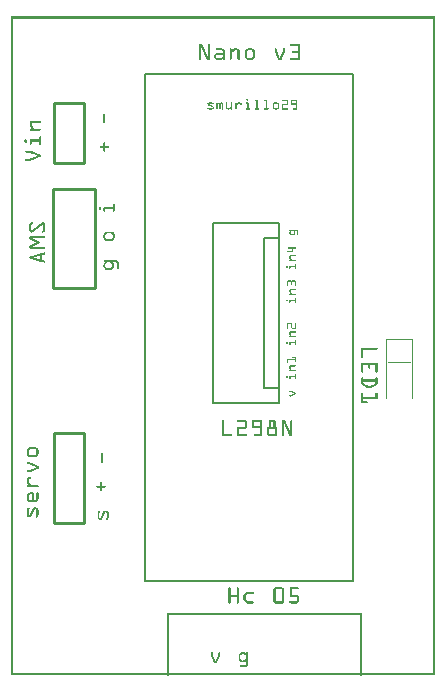
<source format=gto>
G04 MADE WITH FRITZING*
G04 WWW.FRITZING.ORG*
G04 DOUBLE SIDED*
G04 HOLES PLATED*
G04 CONTOUR ON CENTER OF CONTOUR VECTOR*
%ASAXBY*%
%FSLAX23Y23*%
%MOIN*%
%OFA0B0*%
%SFA1.0B1.0*%
%ADD10R,0.225000X0.605000X0.215000X0.595000*%
%ADD11C,0.005000*%
%ADD12R,0.055000X0.505000X0.045000X0.495000*%
%ADD13R,0.150000X0.338583X0.130000X0.318583*%
%ADD14C,0.010000*%
%ADD15C,0.008000*%
%ADD16R,0.001000X0.001000*%
%LNSILK1*%
G90*
G70*
G54D11*
X676Y1508D02*
X896Y1508D01*
X896Y908D01*
X676Y908D01*
X676Y1508D01*
D02*
X846Y1458D02*
X896Y1458D01*
X896Y958D01*
X846Y958D01*
X846Y1458D01*
D02*
G54D14*
X141Y1619D02*
X281Y1619D01*
X281Y1291D01*
X141Y1291D01*
X141Y1619D01*
D02*
X146Y808D02*
X146Y508D01*
D02*
X146Y508D02*
X246Y508D01*
D02*
X246Y508D02*
X246Y808D01*
D02*
X246Y808D02*
X146Y808D01*
D02*
X146Y1908D02*
X146Y1708D01*
D02*
X146Y1708D02*
X246Y1708D01*
D02*
X246Y1708D02*
X246Y1908D01*
D02*
X246Y1908D02*
X146Y1908D01*
G54D15*
X450Y312D02*
X1142Y312D01*
X1142Y2004D01*
X450Y2004D01*
X450Y312D01*
D02*
G54D16*
X1Y2196D02*
X1416Y2196D01*
X1Y2195D02*
X1416Y2195D01*
X1Y2194D02*
X1416Y2194D01*
X1Y2193D02*
X1416Y2193D01*
X1Y2192D02*
X1416Y2192D01*
X1Y2191D02*
X1416Y2191D01*
X1Y2190D02*
X1416Y2190D01*
X1Y2189D02*
X1416Y2189D01*
X1Y2188D02*
X8Y2188D01*
X1409Y2188D02*
X1416Y2188D01*
X1Y2187D02*
X8Y2187D01*
X1409Y2187D02*
X1416Y2187D01*
X1Y2186D02*
X8Y2186D01*
X1409Y2186D02*
X1416Y2186D01*
X1Y2185D02*
X8Y2185D01*
X1409Y2185D02*
X1416Y2185D01*
X1Y2184D02*
X8Y2184D01*
X1409Y2184D02*
X1416Y2184D01*
X1Y2183D02*
X8Y2183D01*
X1409Y2183D02*
X1416Y2183D01*
X1Y2182D02*
X8Y2182D01*
X1409Y2182D02*
X1416Y2182D01*
X1Y2181D02*
X8Y2181D01*
X1409Y2181D02*
X1416Y2181D01*
X1Y2180D02*
X8Y2180D01*
X1409Y2180D02*
X1416Y2180D01*
X1Y2179D02*
X8Y2179D01*
X1409Y2179D02*
X1416Y2179D01*
X1Y2178D02*
X8Y2178D01*
X1409Y2178D02*
X1416Y2178D01*
X1Y2177D02*
X8Y2177D01*
X1409Y2177D02*
X1416Y2177D01*
X1Y2176D02*
X8Y2176D01*
X1409Y2176D02*
X1416Y2176D01*
X1Y2175D02*
X8Y2175D01*
X1409Y2175D02*
X1416Y2175D01*
X1Y2174D02*
X8Y2174D01*
X1409Y2174D02*
X1416Y2174D01*
X1Y2173D02*
X8Y2173D01*
X1409Y2173D02*
X1416Y2173D01*
X1Y2172D02*
X8Y2172D01*
X1409Y2172D02*
X1416Y2172D01*
X1Y2171D02*
X8Y2171D01*
X1409Y2171D02*
X1416Y2171D01*
X1Y2170D02*
X8Y2170D01*
X1409Y2170D02*
X1416Y2170D01*
X1Y2169D02*
X8Y2169D01*
X1409Y2169D02*
X1416Y2169D01*
X1Y2168D02*
X8Y2168D01*
X1409Y2168D02*
X1416Y2168D01*
X1Y2167D02*
X8Y2167D01*
X1409Y2167D02*
X1416Y2167D01*
X1Y2166D02*
X8Y2166D01*
X1409Y2166D02*
X1416Y2166D01*
X1Y2165D02*
X8Y2165D01*
X1409Y2165D02*
X1416Y2165D01*
X1Y2164D02*
X8Y2164D01*
X1409Y2164D02*
X1416Y2164D01*
X1Y2163D02*
X8Y2163D01*
X1409Y2163D02*
X1416Y2163D01*
X1Y2162D02*
X8Y2162D01*
X1409Y2162D02*
X1416Y2162D01*
X1Y2161D02*
X8Y2161D01*
X1409Y2161D02*
X1416Y2161D01*
X1Y2160D02*
X8Y2160D01*
X1409Y2160D02*
X1416Y2160D01*
X1Y2159D02*
X8Y2159D01*
X1409Y2159D02*
X1416Y2159D01*
X1Y2158D02*
X8Y2158D01*
X1409Y2158D02*
X1416Y2158D01*
X1Y2157D02*
X8Y2157D01*
X1409Y2157D02*
X1416Y2157D01*
X1Y2156D02*
X8Y2156D01*
X1409Y2156D02*
X1416Y2156D01*
X1Y2155D02*
X8Y2155D01*
X1409Y2155D02*
X1416Y2155D01*
X1Y2154D02*
X8Y2154D01*
X1409Y2154D02*
X1416Y2154D01*
X1Y2153D02*
X8Y2153D01*
X1409Y2153D02*
X1416Y2153D01*
X1Y2152D02*
X8Y2152D01*
X1409Y2152D02*
X1416Y2152D01*
X1Y2151D02*
X8Y2151D01*
X1409Y2151D02*
X1416Y2151D01*
X1Y2150D02*
X8Y2150D01*
X1409Y2150D02*
X1416Y2150D01*
X1Y2149D02*
X8Y2149D01*
X1409Y2149D02*
X1416Y2149D01*
X1Y2148D02*
X8Y2148D01*
X1409Y2148D02*
X1416Y2148D01*
X1Y2147D02*
X8Y2147D01*
X1409Y2147D02*
X1416Y2147D01*
X1Y2146D02*
X8Y2146D01*
X1409Y2146D02*
X1416Y2146D01*
X1Y2145D02*
X8Y2145D01*
X1409Y2145D02*
X1416Y2145D01*
X1Y2144D02*
X8Y2144D01*
X1409Y2144D02*
X1416Y2144D01*
X1Y2143D02*
X8Y2143D01*
X1409Y2143D02*
X1416Y2143D01*
X1Y2142D02*
X8Y2142D01*
X1409Y2142D02*
X1416Y2142D01*
X1Y2141D02*
X8Y2141D01*
X1409Y2141D02*
X1416Y2141D01*
X1Y2140D02*
X8Y2140D01*
X1409Y2140D02*
X1416Y2140D01*
X1Y2139D02*
X8Y2139D01*
X1409Y2139D02*
X1416Y2139D01*
X1Y2138D02*
X8Y2138D01*
X1409Y2138D02*
X1416Y2138D01*
X1Y2137D02*
X8Y2137D01*
X1409Y2137D02*
X1416Y2137D01*
X1Y2136D02*
X8Y2136D01*
X1409Y2136D02*
X1416Y2136D01*
X1Y2135D02*
X8Y2135D01*
X1409Y2135D02*
X1416Y2135D01*
X1Y2134D02*
X8Y2134D01*
X1409Y2134D02*
X1416Y2134D01*
X1Y2133D02*
X8Y2133D01*
X1409Y2133D02*
X1416Y2133D01*
X1Y2132D02*
X8Y2132D01*
X1409Y2132D02*
X1416Y2132D01*
X1Y2131D02*
X8Y2131D01*
X1409Y2131D02*
X1416Y2131D01*
X1Y2130D02*
X8Y2130D01*
X1409Y2130D02*
X1416Y2130D01*
X1Y2129D02*
X8Y2129D01*
X1409Y2129D02*
X1416Y2129D01*
X1Y2128D02*
X8Y2128D01*
X1409Y2128D02*
X1416Y2128D01*
X1Y2127D02*
X8Y2127D01*
X1409Y2127D02*
X1416Y2127D01*
X1Y2126D02*
X8Y2126D01*
X1409Y2126D02*
X1416Y2126D01*
X1Y2125D02*
X8Y2125D01*
X1409Y2125D02*
X1416Y2125D01*
X1Y2124D02*
X8Y2124D01*
X1409Y2124D02*
X1416Y2124D01*
X1Y2123D02*
X8Y2123D01*
X1409Y2123D02*
X1416Y2123D01*
X1Y2122D02*
X8Y2122D01*
X1409Y2122D02*
X1416Y2122D01*
X1Y2121D02*
X8Y2121D01*
X1409Y2121D02*
X1416Y2121D01*
X1Y2120D02*
X8Y2120D01*
X1409Y2120D02*
X1416Y2120D01*
X1Y2119D02*
X8Y2119D01*
X1409Y2119D02*
X1416Y2119D01*
X1Y2118D02*
X8Y2118D01*
X1409Y2118D02*
X1416Y2118D01*
X1Y2117D02*
X8Y2117D01*
X1409Y2117D02*
X1416Y2117D01*
X1Y2116D02*
X8Y2116D01*
X1409Y2116D02*
X1416Y2116D01*
X1Y2115D02*
X8Y2115D01*
X1409Y2115D02*
X1416Y2115D01*
X1Y2114D02*
X8Y2114D01*
X1409Y2114D02*
X1416Y2114D01*
X1Y2113D02*
X8Y2113D01*
X1409Y2113D02*
X1416Y2113D01*
X1Y2112D02*
X8Y2112D01*
X1409Y2112D02*
X1416Y2112D01*
X1Y2111D02*
X8Y2111D01*
X1409Y2111D02*
X1416Y2111D01*
X1Y2110D02*
X8Y2110D01*
X1409Y2110D02*
X1416Y2110D01*
X1Y2109D02*
X8Y2109D01*
X1409Y2109D02*
X1416Y2109D01*
X1Y2108D02*
X8Y2108D01*
X1409Y2108D02*
X1416Y2108D01*
X1Y2107D02*
X8Y2107D01*
X1409Y2107D02*
X1416Y2107D01*
X1Y2106D02*
X8Y2106D01*
X1409Y2106D02*
X1416Y2106D01*
X1Y2105D02*
X8Y2105D01*
X1409Y2105D02*
X1416Y2105D01*
X1Y2104D02*
X8Y2104D01*
X631Y2104D02*
X638Y2104D01*
X660Y2104D02*
X661Y2104D01*
X934Y2104D02*
X959Y2104D01*
X1409Y2104D02*
X1416Y2104D01*
X1Y2103D02*
X8Y2103D01*
X630Y2103D02*
X639Y2103D01*
X659Y2103D02*
X663Y2103D01*
X932Y2103D02*
X961Y2103D01*
X1409Y2103D02*
X1416Y2103D01*
X1Y2102D02*
X8Y2102D01*
X630Y2102D02*
X639Y2102D01*
X658Y2102D02*
X663Y2102D01*
X932Y2102D02*
X963Y2102D01*
X1409Y2102D02*
X1416Y2102D01*
X1Y2101D02*
X8Y2101D01*
X630Y2101D02*
X640Y2101D01*
X658Y2101D02*
X663Y2101D01*
X931Y2101D02*
X963Y2101D01*
X1409Y2101D02*
X1416Y2101D01*
X1Y2100D02*
X8Y2100D01*
X630Y2100D02*
X640Y2100D01*
X658Y2100D02*
X664Y2100D01*
X931Y2100D02*
X964Y2100D01*
X1409Y2100D02*
X1416Y2100D01*
X1Y2099D02*
X8Y2099D01*
X630Y2099D02*
X640Y2099D01*
X658Y2099D02*
X664Y2099D01*
X932Y2099D02*
X964Y2099D01*
X1409Y2099D02*
X1416Y2099D01*
X1Y2098D02*
X8Y2098D01*
X630Y2098D02*
X641Y2098D01*
X658Y2098D02*
X664Y2098D01*
X932Y2098D02*
X965Y2098D01*
X1409Y2098D02*
X1416Y2098D01*
X1Y2097D02*
X8Y2097D01*
X630Y2097D02*
X641Y2097D01*
X658Y2097D02*
X664Y2097D01*
X958Y2097D02*
X965Y2097D01*
X1409Y2097D02*
X1416Y2097D01*
X1Y2096D02*
X8Y2096D01*
X630Y2096D02*
X642Y2096D01*
X658Y2096D02*
X664Y2096D01*
X959Y2096D02*
X965Y2096D01*
X1409Y2096D02*
X1416Y2096D01*
X1Y2095D02*
X8Y2095D01*
X630Y2095D02*
X642Y2095D01*
X658Y2095D02*
X664Y2095D01*
X959Y2095D02*
X965Y2095D01*
X1409Y2095D02*
X1416Y2095D01*
X1Y2094D02*
X8Y2094D01*
X630Y2094D02*
X643Y2094D01*
X658Y2094D02*
X664Y2094D01*
X959Y2094D02*
X965Y2094D01*
X1409Y2094D02*
X1416Y2094D01*
X1Y2093D02*
X8Y2093D01*
X630Y2093D02*
X643Y2093D01*
X658Y2093D02*
X664Y2093D01*
X959Y2093D02*
X965Y2093D01*
X1409Y2093D02*
X1416Y2093D01*
X1Y2092D02*
X8Y2092D01*
X630Y2092D02*
X644Y2092D01*
X658Y2092D02*
X664Y2092D01*
X959Y2092D02*
X965Y2092D01*
X1409Y2092D02*
X1416Y2092D01*
X1Y2091D02*
X8Y2091D01*
X630Y2091D02*
X644Y2091D01*
X658Y2091D02*
X664Y2091D01*
X959Y2091D02*
X965Y2091D01*
X1409Y2091D02*
X1416Y2091D01*
X1Y2090D02*
X8Y2090D01*
X630Y2090D02*
X636Y2090D01*
X638Y2090D02*
X644Y2090D01*
X658Y2090D02*
X664Y2090D01*
X959Y2090D02*
X965Y2090D01*
X1409Y2090D02*
X1416Y2090D01*
X1Y2089D02*
X8Y2089D01*
X630Y2089D02*
X636Y2089D01*
X638Y2089D02*
X645Y2089D01*
X658Y2089D02*
X664Y2089D01*
X687Y2089D02*
X705Y2089D01*
X733Y2089D02*
X735Y2089D01*
X747Y2089D02*
X756Y2089D01*
X791Y2089D02*
X804Y2089D01*
X883Y2089D02*
X885Y2089D01*
X910Y2089D02*
X913Y2089D01*
X959Y2089D02*
X965Y2089D01*
X1409Y2089D02*
X1416Y2089D01*
X1Y2088D02*
X8Y2088D01*
X630Y2088D02*
X636Y2088D01*
X639Y2088D02*
X645Y2088D01*
X658Y2088D02*
X664Y2088D01*
X686Y2088D02*
X708Y2088D01*
X732Y2088D02*
X736Y2088D01*
X745Y2088D02*
X758Y2088D01*
X789Y2088D02*
X806Y2088D01*
X882Y2088D02*
X886Y2088D01*
X909Y2088D02*
X914Y2088D01*
X959Y2088D02*
X965Y2088D01*
X1409Y2088D02*
X1416Y2088D01*
X1Y2087D02*
X8Y2087D01*
X630Y2087D02*
X636Y2087D01*
X639Y2087D02*
X646Y2087D01*
X658Y2087D02*
X664Y2087D01*
X685Y2087D02*
X710Y2087D01*
X731Y2087D02*
X737Y2087D01*
X743Y2087D02*
X760Y2087D01*
X787Y2087D02*
X808Y2087D01*
X881Y2087D02*
X887Y2087D01*
X909Y2087D02*
X914Y2087D01*
X959Y2087D02*
X965Y2087D01*
X1409Y2087D02*
X1416Y2087D01*
X1Y2086D02*
X8Y2086D01*
X630Y2086D02*
X636Y2086D01*
X639Y2086D02*
X646Y2086D01*
X658Y2086D02*
X664Y2086D01*
X685Y2086D02*
X711Y2086D01*
X731Y2086D02*
X737Y2086D01*
X742Y2086D02*
X761Y2086D01*
X786Y2086D02*
X809Y2086D01*
X881Y2086D02*
X887Y2086D01*
X909Y2086D02*
X915Y2086D01*
X959Y2086D02*
X965Y2086D01*
X1409Y2086D02*
X1416Y2086D01*
X1Y2085D02*
X8Y2085D01*
X630Y2085D02*
X636Y2085D01*
X640Y2085D02*
X647Y2085D01*
X658Y2085D02*
X664Y2085D01*
X685Y2085D02*
X712Y2085D01*
X731Y2085D02*
X737Y2085D01*
X740Y2085D02*
X762Y2085D01*
X785Y2085D02*
X810Y2085D01*
X881Y2085D02*
X887Y2085D01*
X908Y2085D02*
X915Y2085D01*
X959Y2085D02*
X965Y2085D01*
X1409Y2085D02*
X1416Y2085D01*
X1Y2084D02*
X8Y2084D01*
X630Y2084D02*
X636Y2084D01*
X640Y2084D02*
X647Y2084D01*
X658Y2084D02*
X664Y2084D01*
X686Y2084D02*
X712Y2084D01*
X731Y2084D02*
X737Y2084D01*
X739Y2084D02*
X762Y2084D01*
X784Y2084D02*
X811Y2084D01*
X881Y2084D02*
X887Y2084D01*
X908Y2084D02*
X915Y2084D01*
X959Y2084D02*
X965Y2084D01*
X1409Y2084D02*
X1416Y2084D01*
X1Y2083D02*
X8Y2083D01*
X630Y2083D02*
X636Y2083D01*
X641Y2083D02*
X647Y2083D01*
X658Y2083D02*
X664Y2083D01*
X687Y2083D02*
X713Y2083D01*
X731Y2083D02*
X763Y2083D01*
X783Y2083D02*
X812Y2083D01*
X881Y2083D02*
X887Y2083D01*
X908Y2083D02*
X915Y2083D01*
X958Y2083D02*
X965Y2083D01*
X1409Y2083D02*
X1416Y2083D01*
X1Y2082D02*
X8Y2082D01*
X630Y2082D02*
X636Y2082D01*
X641Y2082D02*
X648Y2082D01*
X658Y2082D02*
X664Y2082D01*
X706Y2082D02*
X713Y2082D01*
X731Y2082D02*
X748Y2082D01*
X756Y2082D02*
X763Y2082D01*
X782Y2082D02*
X791Y2082D01*
X804Y2082D02*
X813Y2082D01*
X881Y2082D02*
X887Y2082D01*
X909Y2082D02*
X915Y2082D01*
X958Y2082D02*
X965Y2082D01*
X1409Y2082D02*
X1416Y2082D01*
X1Y2081D02*
X8Y2081D01*
X630Y2081D02*
X636Y2081D01*
X642Y2081D02*
X648Y2081D01*
X658Y2081D02*
X664Y2081D01*
X707Y2081D02*
X714Y2081D01*
X731Y2081D02*
X746Y2081D01*
X757Y2081D02*
X763Y2081D01*
X782Y2081D02*
X790Y2081D01*
X805Y2081D02*
X813Y2081D01*
X881Y2081D02*
X887Y2081D01*
X909Y2081D02*
X915Y2081D01*
X957Y2081D02*
X964Y2081D01*
X1409Y2081D02*
X1416Y2081D01*
X1Y2080D02*
X8Y2080D01*
X630Y2080D02*
X636Y2080D01*
X642Y2080D02*
X649Y2080D01*
X658Y2080D02*
X664Y2080D01*
X708Y2080D02*
X714Y2080D01*
X731Y2080D02*
X744Y2080D01*
X757Y2080D02*
X763Y2080D01*
X781Y2080D02*
X788Y2080D01*
X807Y2080D02*
X814Y2080D01*
X881Y2080D02*
X887Y2080D01*
X908Y2080D02*
X915Y2080D01*
X940Y2080D02*
X964Y2080D01*
X1409Y2080D02*
X1416Y2080D01*
X1Y2079D02*
X8Y2079D01*
X630Y2079D02*
X636Y2079D01*
X643Y2079D02*
X649Y2079D01*
X658Y2079D02*
X664Y2079D01*
X708Y2079D02*
X714Y2079D01*
X731Y2079D02*
X743Y2079D01*
X757Y2079D02*
X764Y2079D01*
X781Y2079D02*
X788Y2079D01*
X807Y2079D02*
X814Y2079D01*
X881Y2079D02*
X888Y2079D01*
X908Y2079D02*
X914Y2079D01*
X939Y2079D02*
X963Y2079D01*
X1409Y2079D02*
X1416Y2079D01*
X1Y2078D02*
X8Y2078D01*
X630Y2078D02*
X636Y2078D01*
X643Y2078D02*
X650Y2078D01*
X658Y2078D02*
X664Y2078D01*
X708Y2078D02*
X714Y2078D01*
X731Y2078D02*
X741Y2078D01*
X757Y2078D02*
X764Y2078D01*
X781Y2078D02*
X787Y2078D01*
X808Y2078D02*
X814Y2078D01*
X882Y2078D02*
X888Y2078D01*
X907Y2078D02*
X914Y2078D01*
X938Y2078D02*
X963Y2078D01*
X1409Y2078D02*
X1416Y2078D01*
X1Y2077D02*
X8Y2077D01*
X630Y2077D02*
X636Y2077D01*
X643Y2077D02*
X650Y2077D01*
X658Y2077D02*
X664Y2077D01*
X708Y2077D02*
X714Y2077D01*
X731Y2077D02*
X740Y2077D01*
X757Y2077D02*
X764Y2077D01*
X781Y2077D02*
X787Y2077D01*
X808Y2077D02*
X814Y2077D01*
X882Y2077D02*
X889Y2077D01*
X907Y2077D02*
X914Y2077D01*
X938Y2077D02*
X962Y2077D01*
X1409Y2077D02*
X1416Y2077D01*
X1Y2076D02*
X8Y2076D01*
X630Y2076D02*
X636Y2076D01*
X644Y2076D02*
X651Y2076D01*
X658Y2076D02*
X664Y2076D01*
X708Y2076D02*
X714Y2076D01*
X731Y2076D02*
X738Y2076D01*
X757Y2076D02*
X764Y2076D01*
X781Y2076D02*
X787Y2076D01*
X808Y2076D02*
X814Y2076D01*
X882Y2076D02*
X889Y2076D01*
X906Y2076D02*
X913Y2076D01*
X938Y2076D02*
X963Y2076D01*
X1409Y2076D02*
X1416Y2076D01*
X1Y2075D02*
X8Y2075D01*
X630Y2075D02*
X636Y2075D01*
X644Y2075D02*
X651Y2075D01*
X658Y2075D02*
X664Y2075D01*
X708Y2075D02*
X714Y2075D01*
X731Y2075D02*
X737Y2075D01*
X757Y2075D02*
X764Y2075D01*
X781Y2075D02*
X787Y2075D01*
X808Y2075D02*
X814Y2075D01*
X883Y2075D02*
X890Y2075D01*
X906Y2075D02*
X913Y2075D01*
X939Y2075D02*
X963Y2075D01*
X1409Y2075D02*
X1416Y2075D01*
X1Y2074D02*
X8Y2074D01*
X630Y2074D02*
X636Y2074D01*
X645Y2074D02*
X651Y2074D01*
X658Y2074D02*
X664Y2074D01*
X687Y2074D02*
X714Y2074D01*
X731Y2074D02*
X737Y2074D01*
X757Y2074D02*
X764Y2074D01*
X781Y2074D02*
X787Y2074D01*
X808Y2074D02*
X814Y2074D01*
X883Y2074D02*
X890Y2074D01*
X906Y2074D02*
X912Y2074D01*
X940Y2074D02*
X964Y2074D01*
X1409Y2074D02*
X1416Y2074D01*
X1Y2073D02*
X8Y2073D01*
X630Y2073D02*
X636Y2073D01*
X645Y2073D02*
X652Y2073D01*
X658Y2073D02*
X664Y2073D01*
X685Y2073D02*
X714Y2073D01*
X731Y2073D02*
X737Y2073D01*
X757Y2073D02*
X764Y2073D01*
X781Y2073D02*
X787Y2073D01*
X808Y2073D02*
X814Y2073D01*
X884Y2073D02*
X890Y2073D01*
X905Y2073D02*
X912Y2073D01*
X957Y2073D02*
X964Y2073D01*
X1409Y2073D02*
X1416Y2073D01*
X1Y2072D02*
X8Y2072D01*
X630Y2072D02*
X636Y2072D01*
X646Y2072D02*
X652Y2072D01*
X658Y2072D02*
X664Y2072D01*
X684Y2072D02*
X714Y2072D01*
X731Y2072D02*
X737Y2072D01*
X757Y2072D02*
X764Y2072D01*
X781Y2072D02*
X787Y2072D01*
X808Y2072D02*
X814Y2072D01*
X884Y2072D02*
X891Y2072D01*
X905Y2072D02*
X911Y2072D01*
X958Y2072D02*
X965Y2072D01*
X1409Y2072D02*
X1416Y2072D01*
X1Y2071D02*
X8Y2071D01*
X630Y2071D02*
X636Y2071D01*
X646Y2071D02*
X653Y2071D01*
X658Y2071D02*
X664Y2071D01*
X683Y2071D02*
X714Y2071D01*
X731Y2071D02*
X737Y2071D01*
X757Y2071D02*
X764Y2071D01*
X781Y2071D02*
X787Y2071D01*
X808Y2071D02*
X814Y2071D01*
X885Y2071D02*
X891Y2071D01*
X904Y2071D02*
X911Y2071D01*
X959Y2071D02*
X965Y2071D01*
X1409Y2071D02*
X1416Y2071D01*
X1Y2070D02*
X8Y2070D01*
X630Y2070D02*
X636Y2070D01*
X646Y2070D02*
X653Y2070D01*
X658Y2070D02*
X664Y2070D01*
X682Y2070D02*
X714Y2070D01*
X731Y2070D02*
X737Y2070D01*
X757Y2070D02*
X764Y2070D01*
X781Y2070D02*
X787Y2070D01*
X808Y2070D02*
X814Y2070D01*
X885Y2070D02*
X892Y2070D01*
X904Y2070D02*
X911Y2070D01*
X959Y2070D02*
X965Y2070D01*
X1409Y2070D02*
X1416Y2070D01*
X1Y2069D02*
X8Y2069D01*
X630Y2069D02*
X636Y2069D01*
X647Y2069D02*
X654Y2069D01*
X658Y2069D02*
X664Y2069D01*
X681Y2069D02*
X714Y2069D01*
X731Y2069D02*
X737Y2069D01*
X757Y2069D02*
X763Y2069D01*
X781Y2069D02*
X787Y2069D01*
X808Y2069D02*
X814Y2069D01*
X885Y2069D02*
X892Y2069D01*
X903Y2069D02*
X910Y2069D01*
X959Y2069D02*
X965Y2069D01*
X1409Y2069D02*
X1416Y2069D01*
X1Y2068D02*
X8Y2068D01*
X630Y2068D02*
X636Y2068D01*
X647Y2068D02*
X654Y2068D01*
X658Y2068D02*
X664Y2068D01*
X681Y2068D02*
X689Y2068D01*
X704Y2068D02*
X714Y2068D01*
X731Y2068D02*
X737Y2068D01*
X757Y2068D02*
X763Y2068D01*
X781Y2068D02*
X787Y2068D01*
X808Y2068D02*
X814Y2068D01*
X886Y2068D02*
X893Y2068D01*
X903Y2068D02*
X910Y2068D01*
X959Y2068D02*
X965Y2068D01*
X1409Y2068D02*
X1416Y2068D01*
X1Y2067D02*
X8Y2067D01*
X630Y2067D02*
X636Y2067D01*
X648Y2067D02*
X654Y2067D01*
X658Y2067D02*
X664Y2067D01*
X681Y2067D02*
X687Y2067D01*
X707Y2067D02*
X714Y2067D01*
X731Y2067D02*
X737Y2067D01*
X757Y2067D02*
X763Y2067D01*
X781Y2067D02*
X787Y2067D01*
X808Y2067D02*
X814Y2067D01*
X886Y2067D02*
X893Y2067D01*
X903Y2067D02*
X909Y2067D01*
X959Y2067D02*
X965Y2067D01*
X1409Y2067D02*
X1416Y2067D01*
X1Y2066D02*
X8Y2066D01*
X630Y2066D02*
X636Y2066D01*
X648Y2066D02*
X655Y2066D01*
X658Y2066D02*
X664Y2066D01*
X680Y2066D02*
X686Y2066D01*
X707Y2066D02*
X714Y2066D01*
X731Y2066D02*
X737Y2066D01*
X757Y2066D02*
X763Y2066D01*
X781Y2066D02*
X787Y2066D01*
X808Y2066D02*
X814Y2066D01*
X887Y2066D02*
X893Y2066D01*
X902Y2066D02*
X909Y2066D01*
X959Y2066D02*
X965Y2066D01*
X1409Y2066D02*
X1416Y2066D01*
X1Y2065D02*
X8Y2065D01*
X630Y2065D02*
X636Y2065D01*
X649Y2065D02*
X655Y2065D01*
X658Y2065D02*
X664Y2065D01*
X680Y2065D02*
X686Y2065D01*
X708Y2065D02*
X714Y2065D01*
X731Y2065D02*
X737Y2065D01*
X757Y2065D02*
X763Y2065D01*
X781Y2065D02*
X787Y2065D01*
X808Y2065D02*
X814Y2065D01*
X887Y2065D02*
X894Y2065D01*
X902Y2065D02*
X908Y2065D01*
X959Y2065D02*
X965Y2065D01*
X1409Y2065D02*
X1416Y2065D01*
X1Y2064D02*
X8Y2064D01*
X630Y2064D02*
X636Y2064D01*
X649Y2064D02*
X656Y2064D01*
X658Y2064D02*
X664Y2064D01*
X680Y2064D02*
X686Y2064D01*
X708Y2064D02*
X714Y2064D01*
X731Y2064D02*
X737Y2064D01*
X757Y2064D02*
X763Y2064D01*
X781Y2064D02*
X787Y2064D01*
X808Y2064D02*
X814Y2064D01*
X888Y2064D02*
X894Y2064D01*
X901Y2064D02*
X908Y2064D01*
X959Y2064D02*
X965Y2064D01*
X1409Y2064D02*
X1416Y2064D01*
X1Y2063D02*
X8Y2063D01*
X630Y2063D02*
X636Y2063D01*
X650Y2063D02*
X664Y2063D01*
X680Y2063D02*
X686Y2063D01*
X708Y2063D02*
X714Y2063D01*
X731Y2063D02*
X737Y2063D01*
X757Y2063D02*
X763Y2063D01*
X781Y2063D02*
X787Y2063D01*
X808Y2063D02*
X814Y2063D01*
X888Y2063D02*
X895Y2063D01*
X901Y2063D02*
X908Y2063D01*
X959Y2063D02*
X965Y2063D01*
X1409Y2063D02*
X1416Y2063D01*
X1Y2062D02*
X8Y2062D01*
X630Y2062D02*
X636Y2062D01*
X650Y2062D02*
X664Y2062D01*
X680Y2062D02*
X686Y2062D01*
X708Y2062D02*
X714Y2062D01*
X731Y2062D02*
X737Y2062D01*
X757Y2062D02*
X763Y2062D01*
X781Y2062D02*
X787Y2062D01*
X808Y2062D02*
X814Y2062D01*
X889Y2062D02*
X895Y2062D01*
X900Y2062D02*
X907Y2062D01*
X959Y2062D02*
X965Y2062D01*
X1409Y2062D02*
X1416Y2062D01*
X1Y2061D02*
X8Y2061D01*
X630Y2061D02*
X636Y2061D01*
X650Y2061D02*
X664Y2061D01*
X680Y2061D02*
X686Y2061D01*
X707Y2061D02*
X714Y2061D01*
X731Y2061D02*
X737Y2061D01*
X757Y2061D02*
X763Y2061D01*
X781Y2061D02*
X787Y2061D01*
X808Y2061D02*
X814Y2061D01*
X889Y2061D02*
X896Y2061D01*
X900Y2061D02*
X907Y2061D01*
X959Y2061D02*
X965Y2061D01*
X1409Y2061D02*
X1416Y2061D01*
X1Y2060D02*
X8Y2060D01*
X630Y2060D02*
X636Y2060D01*
X651Y2060D02*
X664Y2060D01*
X680Y2060D02*
X686Y2060D01*
X706Y2060D02*
X714Y2060D01*
X731Y2060D02*
X737Y2060D01*
X757Y2060D02*
X763Y2060D01*
X781Y2060D02*
X788Y2060D01*
X807Y2060D02*
X814Y2060D01*
X889Y2060D02*
X896Y2060D01*
X899Y2060D02*
X906Y2060D01*
X959Y2060D02*
X965Y2060D01*
X1409Y2060D02*
X1416Y2060D01*
X1Y2059D02*
X8Y2059D01*
X630Y2059D02*
X636Y2059D01*
X651Y2059D02*
X664Y2059D01*
X680Y2059D02*
X686Y2059D01*
X704Y2059D02*
X714Y2059D01*
X731Y2059D02*
X737Y2059D01*
X757Y2059D02*
X763Y2059D01*
X781Y2059D02*
X789Y2059D01*
X806Y2059D02*
X813Y2059D01*
X890Y2059D02*
X896Y2059D01*
X899Y2059D02*
X906Y2059D01*
X959Y2059D02*
X965Y2059D01*
X1409Y2059D02*
X1416Y2059D01*
X1Y2058D02*
X8Y2058D01*
X630Y2058D02*
X636Y2058D01*
X652Y2058D02*
X664Y2058D01*
X681Y2058D02*
X687Y2058D01*
X703Y2058D02*
X714Y2058D01*
X731Y2058D02*
X737Y2058D01*
X757Y2058D02*
X763Y2058D01*
X782Y2058D02*
X790Y2058D01*
X805Y2058D02*
X813Y2058D01*
X890Y2058D02*
X897Y2058D01*
X899Y2058D02*
X905Y2058D01*
X959Y2058D02*
X965Y2058D01*
X1409Y2058D02*
X1416Y2058D01*
X1Y2057D02*
X8Y2057D01*
X630Y2057D02*
X636Y2057D01*
X652Y2057D02*
X664Y2057D01*
X681Y2057D02*
X688Y2057D01*
X701Y2057D02*
X714Y2057D01*
X731Y2057D02*
X737Y2057D01*
X757Y2057D02*
X763Y2057D01*
X782Y2057D02*
X793Y2057D01*
X802Y2057D02*
X812Y2057D01*
X891Y2057D02*
X905Y2057D01*
X958Y2057D02*
X965Y2057D01*
X1409Y2057D02*
X1416Y2057D01*
X1Y2056D02*
X8Y2056D01*
X630Y2056D02*
X636Y2056D01*
X653Y2056D02*
X664Y2056D01*
X681Y2056D02*
X714Y2056D01*
X731Y2056D02*
X737Y2056D01*
X757Y2056D02*
X763Y2056D01*
X783Y2056D02*
X812Y2056D01*
X891Y2056D02*
X904Y2056D01*
X932Y2056D02*
X965Y2056D01*
X1409Y2056D02*
X1416Y2056D01*
X1Y2055D02*
X8Y2055D01*
X630Y2055D02*
X636Y2055D01*
X653Y2055D02*
X664Y2055D01*
X682Y2055D02*
X714Y2055D01*
X731Y2055D02*
X737Y2055D01*
X757Y2055D02*
X763Y2055D01*
X784Y2055D02*
X811Y2055D01*
X892Y2055D02*
X904Y2055D01*
X932Y2055D02*
X964Y2055D01*
X1409Y2055D02*
X1416Y2055D01*
X1Y2054D02*
X8Y2054D01*
X630Y2054D02*
X636Y2054D01*
X654Y2054D02*
X664Y2054D01*
X682Y2054D02*
X714Y2054D01*
X731Y2054D02*
X737Y2054D01*
X757Y2054D02*
X763Y2054D01*
X785Y2054D02*
X810Y2054D01*
X892Y2054D02*
X904Y2054D01*
X931Y2054D02*
X964Y2054D01*
X1409Y2054D02*
X1416Y2054D01*
X1Y2053D02*
X8Y2053D01*
X630Y2053D02*
X636Y2053D01*
X654Y2053D02*
X664Y2053D01*
X683Y2053D02*
X706Y2053D01*
X708Y2053D02*
X714Y2053D01*
X731Y2053D02*
X737Y2053D01*
X758Y2053D02*
X763Y2053D01*
X786Y2053D02*
X809Y2053D01*
X892Y2053D02*
X903Y2053D01*
X931Y2053D02*
X963Y2053D01*
X1409Y2053D02*
X1416Y2053D01*
X1Y2052D02*
X8Y2052D01*
X630Y2052D02*
X636Y2052D01*
X654Y2052D02*
X664Y2052D01*
X685Y2052D02*
X705Y2052D01*
X708Y2052D02*
X713Y2052D01*
X731Y2052D02*
X736Y2052D01*
X758Y2052D02*
X763Y2052D01*
X788Y2052D02*
X807Y2052D01*
X893Y2052D02*
X903Y2052D01*
X932Y2052D02*
X963Y2052D01*
X1409Y2052D02*
X1416Y2052D01*
X1Y2051D02*
X8Y2051D01*
X631Y2051D02*
X635Y2051D01*
X655Y2051D02*
X664Y2051D01*
X686Y2051D02*
X703Y2051D01*
X709Y2051D02*
X713Y2051D01*
X732Y2051D02*
X736Y2051D01*
X759Y2051D02*
X762Y2051D01*
X789Y2051D02*
X806Y2051D01*
X894Y2051D02*
X902Y2051D01*
X932Y2051D02*
X961Y2051D01*
X1409Y2051D02*
X1416Y2051D01*
X1Y2050D02*
X8Y2050D01*
X656Y2050D02*
X662Y2050D01*
X690Y2050D02*
X700Y2050D01*
X793Y2050D02*
X801Y2050D01*
X896Y2050D02*
X900Y2050D01*
X935Y2050D02*
X958Y2050D01*
X1409Y2050D02*
X1416Y2050D01*
X1Y2049D02*
X8Y2049D01*
X1409Y2049D02*
X1416Y2049D01*
X1Y2048D02*
X8Y2048D01*
X1409Y2048D02*
X1416Y2048D01*
X1Y2047D02*
X8Y2047D01*
X1409Y2047D02*
X1416Y2047D01*
X1Y2046D02*
X8Y2046D01*
X1409Y2046D02*
X1416Y2046D01*
X1Y2045D02*
X8Y2045D01*
X1409Y2045D02*
X1416Y2045D01*
X1Y2044D02*
X8Y2044D01*
X1409Y2044D02*
X1416Y2044D01*
X1Y2043D02*
X8Y2043D01*
X1409Y2043D02*
X1416Y2043D01*
X1Y2042D02*
X8Y2042D01*
X1409Y2042D02*
X1416Y2042D01*
X1Y2041D02*
X8Y2041D01*
X1409Y2041D02*
X1416Y2041D01*
X1Y2040D02*
X8Y2040D01*
X1409Y2040D02*
X1416Y2040D01*
X1Y2039D02*
X8Y2039D01*
X1409Y2039D02*
X1416Y2039D01*
X1Y2038D02*
X8Y2038D01*
X1409Y2038D02*
X1416Y2038D01*
X1Y2037D02*
X8Y2037D01*
X1409Y2037D02*
X1416Y2037D01*
X1Y2036D02*
X8Y2036D01*
X1409Y2036D02*
X1416Y2036D01*
X1Y2035D02*
X8Y2035D01*
X1409Y2035D02*
X1416Y2035D01*
X1Y2034D02*
X8Y2034D01*
X1409Y2034D02*
X1416Y2034D01*
X1Y2033D02*
X8Y2033D01*
X1409Y2033D02*
X1416Y2033D01*
X1Y2032D02*
X8Y2032D01*
X1409Y2032D02*
X1416Y2032D01*
X1Y2031D02*
X8Y2031D01*
X1409Y2031D02*
X1416Y2031D01*
X1Y2030D02*
X8Y2030D01*
X1409Y2030D02*
X1416Y2030D01*
X1Y2029D02*
X8Y2029D01*
X1409Y2029D02*
X1416Y2029D01*
X1Y2028D02*
X8Y2028D01*
X1409Y2028D02*
X1416Y2028D01*
X1Y2027D02*
X8Y2027D01*
X1409Y2027D02*
X1416Y2027D01*
X1Y2026D02*
X8Y2026D01*
X1409Y2026D02*
X1416Y2026D01*
X1Y2025D02*
X8Y2025D01*
X1409Y2025D02*
X1416Y2025D01*
X1Y2024D02*
X8Y2024D01*
X1409Y2024D02*
X1416Y2024D01*
X1Y2023D02*
X8Y2023D01*
X1409Y2023D02*
X1416Y2023D01*
X1Y2022D02*
X8Y2022D01*
X1409Y2022D02*
X1416Y2022D01*
X1Y2021D02*
X8Y2021D01*
X1409Y2021D02*
X1416Y2021D01*
X1Y2020D02*
X8Y2020D01*
X1409Y2020D02*
X1416Y2020D01*
X1Y2019D02*
X8Y2019D01*
X1409Y2019D02*
X1416Y2019D01*
X1Y2018D02*
X8Y2018D01*
X1409Y2018D02*
X1416Y2018D01*
X1Y2017D02*
X8Y2017D01*
X1409Y2017D02*
X1416Y2017D01*
X1Y2016D02*
X8Y2016D01*
X1409Y2016D02*
X1416Y2016D01*
X1Y2015D02*
X8Y2015D01*
X1409Y2015D02*
X1416Y2015D01*
X1Y2014D02*
X8Y2014D01*
X1409Y2014D02*
X1416Y2014D01*
X1Y2013D02*
X8Y2013D01*
X1409Y2013D02*
X1416Y2013D01*
X1Y2012D02*
X8Y2012D01*
X1409Y2012D02*
X1416Y2012D01*
X1Y2011D02*
X8Y2011D01*
X1409Y2011D02*
X1416Y2011D01*
X1Y2010D02*
X8Y2010D01*
X1409Y2010D02*
X1416Y2010D01*
X1Y2009D02*
X8Y2009D01*
X1409Y2009D02*
X1416Y2009D01*
X1Y2008D02*
X8Y2008D01*
X1409Y2008D02*
X1416Y2008D01*
X1Y2007D02*
X8Y2007D01*
X1409Y2007D02*
X1416Y2007D01*
X1Y2006D02*
X8Y2006D01*
X1409Y2006D02*
X1416Y2006D01*
X1Y2005D02*
X8Y2005D01*
X1409Y2005D02*
X1416Y2005D01*
X1Y2004D02*
X8Y2004D01*
X1409Y2004D02*
X1416Y2004D01*
X1Y2003D02*
X8Y2003D01*
X1409Y2003D02*
X1416Y2003D01*
X1Y2002D02*
X8Y2002D01*
X1409Y2002D02*
X1416Y2002D01*
X1Y2001D02*
X8Y2001D01*
X1409Y2001D02*
X1416Y2001D01*
X1Y2000D02*
X8Y2000D01*
X1409Y2000D02*
X1416Y2000D01*
X1Y1999D02*
X8Y1999D01*
X1409Y1999D02*
X1416Y1999D01*
X1Y1998D02*
X8Y1998D01*
X1409Y1998D02*
X1416Y1998D01*
X1Y1997D02*
X8Y1997D01*
X1409Y1997D02*
X1416Y1997D01*
X1Y1996D02*
X8Y1996D01*
X1409Y1996D02*
X1416Y1996D01*
X1Y1995D02*
X8Y1995D01*
X1409Y1995D02*
X1416Y1995D01*
X1Y1994D02*
X8Y1994D01*
X1409Y1994D02*
X1416Y1994D01*
X1Y1993D02*
X8Y1993D01*
X1409Y1993D02*
X1416Y1993D01*
X1Y1992D02*
X8Y1992D01*
X1409Y1992D02*
X1416Y1992D01*
X1Y1991D02*
X8Y1991D01*
X1409Y1991D02*
X1416Y1991D01*
X1Y1990D02*
X8Y1990D01*
X1409Y1990D02*
X1416Y1990D01*
X1Y1989D02*
X8Y1989D01*
X1409Y1989D02*
X1416Y1989D01*
X1Y1988D02*
X8Y1988D01*
X1409Y1988D02*
X1416Y1988D01*
X1Y1987D02*
X8Y1987D01*
X1409Y1987D02*
X1416Y1987D01*
X1Y1986D02*
X8Y1986D01*
X1409Y1986D02*
X1416Y1986D01*
X1Y1985D02*
X8Y1985D01*
X1409Y1985D02*
X1416Y1985D01*
X1Y1984D02*
X8Y1984D01*
X1409Y1984D02*
X1416Y1984D01*
X1Y1983D02*
X8Y1983D01*
X1409Y1983D02*
X1416Y1983D01*
X1Y1982D02*
X8Y1982D01*
X1409Y1982D02*
X1416Y1982D01*
X1Y1981D02*
X8Y1981D01*
X1409Y1981D02*
X1416Y1981D01*
X1Y1980D02*
X8Y1980D01*
X1409Y1980D02*
X1416Y1980D01*
X1Y1979D02*
X8Y1979D01*
X1409Y1979D02*
X1416Y1979D01*
X1Y1978D02*
X8Y1978D01*
X1409Y1978D02*
X1416Y1978D01*
X1Y1977D02*
X8Y1977D01*
X1409Y1977D02*
X1416Y1977D01*
X1Y1976D02*
X8Y1976D01*
X1409Y1976D02*
X1416Y1976D01*
X1Y1975D02*
X8Y1975D01*
X1409Y1975D02*
X1416Y1975D01*
X1Y1974D02*
X8Y1974D01*
X1409Y1974D02*
X1416Y1974D01*
X1Y1973D02*
X8Y1973D01*
X1409Y1973D02*
X1416Y1973D01*
X1Y1972D02*
X8Y1972D01*
X1409Y1972D02*
X1416Y1972D01*
X1Y1971D02*
X8Y1971D01*
X1409Y1971D02*
X1416Y1971D01*
X1Y1970D02*
X8Y1970D01*
X1409Y1970D02*
X1416Y1970D01*
X1Y1969D02*
X8Y1969D01*
X1409Y1969D02*
X1416Y1969D01*
X1Y1968D02*
X8Y1968D01*
X1409Y1968D02*
X1416Y1968D01*
X1Y1967D02*
X8Y1967D01*
X1409Y1967D02*
X1416Y1967D01*
X1Y1966D02*
X8Y1966D01*
X1409Y1966D02*
X1416Y1966D01*
X1Y1965D02*
X8Y1965D01*
X1409Y1965D02*
X1416Y1965D01*
X1Y1964D02*
X8Y1964D01*
X1409Y1964D02*
X1416Y1964D01*
X1Y1963D02*
X8Y1963D01*
X1409Y1963D02*
X1416Y1963D01*
X1Y1962D02*
X8Y1962D01*
X1409Y1962D02*
X1416Y1962D01*
X1Y1961D02*
X8Y1961D01*
X1409Y1961D02*
X1416Y1961D01*
X1Y1960D02*
X8Y1960D01*
X1409Y1960D02*
X1416Y1960D01*
X1Y1959D02*
X8Y1959D01*
X1409Y1959D02*
X1416Y1959D01*
X1Y1958D02*
X8Y1958D01*
X1409Y1958D02*
X1416Y1958D01*
X1Y1957D02*
X8Y1957D01*
X1409Y1957D02*
X1416Y1957D01*
X1Y1956D02*
X8Y1956D01*
X1409Y1956D02*
X1416Y1956D01*
X1Y1955D02*
X8Y1955D01*
X1409Y1955D02*
X1416Y1955D01*
X1Y1954D02*
X8Y1954D01*
X1409Y1954D02*
X1416Y1954D01*
X1Y1953D02*
X8Y1953D01*
X1409Y1953D02*
X1416Y1953D01*
X1Y1952D02*
X8Y1952D01*
X1409Y1952D02*
X1416Y1952D01*
X1Y1951D02*
X8Y1951D01*
X1409Y1951D02*
X1416Y1951D01*
X1Y1950D02*
X8Y1950D01*
X1409Y1950D02*
X1416Y1950D01*
X1Y1949D02*
X8Y1949D01*
X1409Y1949D02*
X1416Y1949D01*
X1Y1948D02*
X8Y1948D01*
X1409Y1948D02*
X1416Y1948D01*
X1Y1947D02*
X8Y1947D01*
X1409Y1947D02*
X1416Y1947D01*
X1Y1946D02*
X8Y1946D01*
X1409Y1946D02*
X1416Y1946D01*
X1Y1945D02*
X8Y1945D01*
X1409Y1945D02*
X1416Y1945D01*
X1Y1944D02*
X8Y1944D01*
X1409Y1944D02*
X1416Y1944D01*
X1Y1943D02*
X8Y1943D01*
X1409Y1943D02*
X1416Y1943D01*
X1Y1942D02*
X8Y1942D01*
X1409Y1942D02*
X1416Y1942D01*
X1Y1941D02*
X8Y1941D01*
X1409Y1941D02*
X1416Y1941D01*
X1Y1940D02*
X8Y1940D01*
X1409Y1940D02*
X1416Y1940D01*
X1Y1939D02*
X8Y1939D01*
X1409Y1939D02*
X1416Y1939D01*
X1Y1938D02*
X8Y1938D01*
X1409Y1938D02*
X1416Y1938D01*
X1Y1937D02*
X8Y1937D01*
X1409Y1937D02*
X1416Y1937D01*
X1Y1936D02*
X8Y1936D01*
X1409Y1936D02*
X1416Y1936D01*
X1Y1935D02*
X8Y1935D01*
X1409Y1935D02*
X1416Y1935D01*
X1Y1934D02*
X8Y1934D01*
X1409Y1934D02*
X1416Y1934D01*
X1Y1933D02*
X8Y1933D01*
X1409Y1933D02*
X1416Y1933D01*
X1Y1932D02*
X8Y1932D01*
X1409Y1932D02*
X1416Y1932D01*
X1Y1931D02*
X8Y1931D01*
X1409Y1931D02*
X1416Y1931D01*
X1Y1930D02*
X8Y1930D01*
X1409Y1930D02*
X1416Y1930D01*
X1Y1929D02*
X8Y1929D01*
X1409Y1929D02*
X1416Y1929D01*
X1Y1928D02*
X8Y1928D01*
X1409Y1928D02*
X1416Y1928D01*
X1Y1927D02*
X8Y1927D01*
X1409Y1927D02*
X1416Y1927D01*
X1Y1926D02*
X8Y1926D01*
X1409Y1926D02*
X1416Y1926D01*
X1Y1925D02*
X8Y1925D01*
X1409Y1925D02*
X1416Y1925D01*
X1Y1924D02*
X8Y1924D01*
X1409Y1924D02*
X1416Y1924D01*
X1Y1923D02*
X8Y1923D01*
X1409Y1923D02*
X1416Y1923D01*
X1Y1922D02*
X8Y1922D01*
X1409Y1922D02*
X1416Y1922D01*
X1Y1921D02*
X8Y1921D01*
X1409Y1921D02*
X1416Y1921D01*
X1Y1920D02*
X8Y1920D01*
X789Y1920D02*
X791Y1920D01*
X1409Y1920D02*
X1416Y1920D01*
X1Y1919D02*
X8Y1919D01*
X787Y1919D02*
X792Y1919D01*
X1409Y1919D02*
X1416Y1919D01*
X1Y1918D02*
X8Y1918D01*
X787Y1918D02*
X793Y1918D01*
X815Y1918D02*
X822Y1918D01*
X846Y1918D02*
X853Y1918D01*
X906Y1918D02*
X922Y1918D01*
X937Y1918D02*
X955Y1918D01*
X1409Y1918D02*
X1416Y1918D01*
X1Y1917D02*
X8Y1917D01*
X787Y1917D02*
X793Y1917D01*
X814Y1917D02*
X823Y1917D01*
X845Y1917D02*
X854Y1917D01*
X905Y1917D02*
X924Y1917D01*
X936Y1917D02*
X956Y1917D01*
X1409Y1917D02*
X1416Y1917D01*
X1Y1916D02*
X8Y1916D01*
X787Y1916D02*
X793Y1916D01*
X814Y1916D02*
X824Y1916D01*
X845Y1916D02*
X855Y1916D01*
X905Y1916D02*
X924Y1916D01*
X936Y1916D02*
X956Y1916D01*
X1409Y1916D02*
X1416Y1916D01*
X1Y1915D02*
X8Y1915D01*
X788Y1915D02*
X792Y1915D01*
X814Y1915D02*
X824Y1915D01*
X845Y1915D02*
X855Y1915D01*
X905Y1915D02*
X925Y1915D01*
X936Y1915D02*
X956Y1915D01*
X1409Y1915D02*
X1416Y1915D01*
X1Y1914D02*
X8Y1914D01*
X790Y1914D02*
X790Y1914D01*
X817Y1914D02*
X824Y1914D01*
X848Y1914D02*
X855Y1914D01*
X907Y1914D02*
X925Y1914D01*
X936Y1914D02*
X956Y1914D01*
X1409Y1914D02*
X1416Y1914D01*
X1Y1913D02*
X8Y1913D01*
X820Y1913D02*
X824Y1913D01*
X851Y1913D02*
X855Y1913D01*
X922Y1913D02*
X925Y1913D01*
X936Y1913D02*
X939Y1913D01*
X953Y1913D02*
X956Y1913D01*
X1409Y1913D02*
X1416Y1913D01*
X1Y1912D02*
X8Y1912D01*
X820Y1912D02*
X824Y1912D01*
X851Y1912D02*
X855Y1912D01*
X922Y1912D02*
X925Y1912D01*
X936Y1912D02*
X939Y1912D01*
X953Y1912D02*
X956Y1912D01*
X1409Y1912D02*
X1416Y1912D01*
X1Y1911D02*
X8Y1911D01*
X820Y1911D02*
X824Y1911D01*
X851Y1911D02*
X855Y1911D01*
X922Y1911D02*
X925Y1911D01*
X936Y1911D02*
X939Y1911D01*
X953Y1911D02*
X956Y1911D01*
X1409Y1911D02*
X1416Y1911D01*
X1Y1910D02*
X8Y1910D01*
X820Y1910D02*
X824Y1910D01*
X851Y1910D02*
X855Y1910D01*
X922Y1910D02*
X925Y1910D01*
X936Y1910D02*
X939Y1910D01*
X953Y1910D02*
X956Y1910D01*
X1409Y1910D02*
X1416Y1910D01*
X1Y1909D02*
X8Y1909D01*
X179Y1909D02*
X181Y1909D01*
X662Y1909D02*
X672Y1909D01*
X689Y1909D02*
X689Y1909D01*
X694Y1909D02*
X696Y1909D01*
X703Y1909D02*
X704Y1909D01*
X720Y1909D02*
X721Y1909D01*
X737Y1909D02*
X738Y1909D01*
X751Y1909D02*
X752Y1909D01*
X759Y1909D02*
X766Y1909D01*
X784Y1909D02*
X791Y1909D01*
X820Y1909D02*
X824Y1909D01*
X851Y1909D02*
X855Y1909D01*
X880Y1909D02*
X888Y1909D01*
X922Y1909D02*
X925Y1909D01*
X936Y1909D02*
X939Y1909D01*
X953Y1909D02*
X956Y1909D01*
X1409Y1909D02*
X1416Y1909D01*
X1Y1908D02*
X8Y1908D01*
X178Y1908D02*
X182Y1908D01*
X659Y1908D02*
X675Y1908D01*
X688Y1908D02*
X698Y1908D01*
X701Y1908D02*
X706Y1908D01*
X719Y1908D02*
X722Y1908D01*
X736Y1908D02*
X739Y1908D01*
X750Y1908D02*
X753Y1908D01*
X758Y1908D02*
X768Y1908D01*
X783Y1908D02*
X792Y1908D01*
X820Y1908D02*
X824Y1908D01*
X851Y1908D02*
X855Y1908D01*
X878Y1908D02*
X890Y1908D01*
X922Y1908D02*
X925Y1908D01*
X936Y1908D02*
X939Y1908D01*
X953Y1908D02*
X956Y1908D01*
X1409Y1908D02*
X1416Y1908D01*
X1Y1907D02*
X8Y1907D01*
X177Y1907D02*
X183Y1907D01*
X658Y1907D02*
X676Y1907D01*
X687Y1907D02*
X707Y1907D01*
X719Y1907D02*
X722Y1907D01*
X736Y1907D02*
X739Y1907D01*
X750Y1907D02*
X753Y1907D01*
X757Y1907D02*
X769Y1907D01*
X783Y1907D02*
X793Y1907D01*
X820Y1907D02*
X824Y1907D01*
X851Y1907D02*
X855Y1907D01*
X877Y1907D02*
X891Y1907D01*
X922Y1907D02*
X925Y1907D01*
X936Y1907D02*
X939Y1907D01*
X953Y1907D02*
X956Y1907D01*
X1409Y1907D02*
X1416Y1907D01*
X1Y1906D02*
X8Y1906D01*
X176Y1906D02*
X182Y1906D01*
X658Y1906D02*
X676Y1906D01*
X687Y1906D02*
X708Y1906D01*
X719Y1906D02*
X722Y1906D01*
X735Y1906D02*
X739Y1906D01*
X750Y1906D02*
X753Y1906D01*
X756Y1906D02*
X769Y1906D01*
X783Y1906D02*
X793Y1906D01*
X820Y1906D02*
X824Y1906D01*
X851Y1906D02*
X855Y1906D01*
X876Y1906D02*
X892Y1906D01*
X922Y1906D02*
X925Y1906D01*
X936Y1906D02*
X956Y1906D01*
X1409Y1906D02*
X1416Y1906D01*
X1Y1905D02*
X8Y1905D01*
X175Y1905D02*
X181Y1905D01*
X657Y1905D02*
X677Y1905D01*
X687Y1905D02*
X708Y1905D01*
X719Y1905D02*
X722Y1905D01*
X735Y1905D02*
X739Y1905D01*
X750Y1905D02*
X753Y1905D01*
X755Y1905D02*
X770Y1905D01*
X785Y1905D02*
X793Y1905D01*
X820Y1905D02*
X824Y1905D01*
X851Y1905D02*
X855Y1905D01*
X875Y1905D02*
X893Y1905D01*
X922Y1905D02*
X925Y1905D01*
X936Y1905D02*
X956Y1905D01*
X1409Y1905D02*
X1416Y1905D01*
X1Y1904D02*
X8Y1904D01*
X174Y1904D02*
X180Y1904D01*
X657Y1904D02*
X661Y1904D01*
X674Y1904D02*
X676Y1904D01*
X687Y1904D02*
X693Y1904D01*
X696Y1904D02*
X702Y1904D01*
X705Y1904D02*
X708Y1904D01*
X719Y1904D02*
X722Y1904D01*
X735Y1904D02*
X739Y1904D01*
X750Y1904D02*
X759Y1904D01*
X766Y1904D02*
X770Y1904D01*
X789Y1904D02*
X793Y1904D01*
X820Y1904D02*
X824Y1904D01*
X851Y1904D02*
X855Y1904D01*
X874Y1904D02*
X879Y1904D01*
X889Y1904D02*
X893Y1904D01*
X922Y1904D02*
X925Y1904D01*
X936Y1904D02*
X956Y1904D01*
X1409Y1904D02*
X1416Y1904D01*
X1Y1903D02*
X8Y1903D01*
X173Y1903D02*
X179Y1903D01*
X657Y1903D02*
X661Y1903D01*
X687Y1903D02*
X692Y1903D01*
X696Y1903D02*
X701Y1903D01*
X705Y1903D02*
X708Y1903D01*
X719Y1903D02*
X722Y1903D01*
X735Y1903D02*
X739Y1903D01*
X750Y1903D02*
X758Y1903D01*
X767Y1903D02*
X770Y1903D01*
X789Y1903D02*
X793Y1903D01*
X820Y1903D02*
X824Y1903D01*
X851Y1903D02*
X855Y1903D01*
X874Y1903D02*
X878Y1903D01*
X890Y1903D02*
X894Y1903D01*
X907Y1903D02*
X925Y1903D01*
X936Y1903D02*
X956Y1903D01*
X1409Y1903D02*
X1416Y1903D01*
X1Y1902D02*
X8Y1902D01*
X658Y1902D02*
X663Y1902D01*
X687Y1902D02*
X691Y1902D01*
X696Y1902D02*
X700Y1902D01*
X705Y1902D02*
X708Y1902D01*
X719Y1902D02*
X722Y1902D01*
X735Y1902D02*
X739Y1902D01*
X750Y1902D02*
X757Y1902D01*
X767Y1902D02*
X770Y1902D01*
X789Y1902D02*
X793Y1902D01*
X820Y1902D02*
X824Y1902D01*
X851Y1902D02*
X855Y1902D01*
X874Y1902D02*
X877Y1902D01*
X891Y1902D02*
X894Y1902D01*
X906Y1902D02*
X925Y1902D01*
X937Y1902D02*
X956Y1902D01*
X1409Y1902D02*
X1416Y1902D01*
X1Y1901D02*
X8Y1901D01*
X658Y1901D02*
X665Y1901D01*
X687Y1901D02*
X691Y1901D01*
X696Y1901D02*
X700Y1901D01*
X705Y1901D02*
X708Y1901D01*
X719Y1901D02*
X722Y1901D01*
X735Y1901D02*
X739Y1901D01*
X750Y1901D02*
X756Y1901D01*
X767Y1901D02*
X770Y1901D01*
X789Y1901D02*
X793Y1901D01*
X820Y1901D02*
X824Y1901D01*
X851Y1901D02*
X855Y1901D01*
X874Y1901D02*
X877Y1901D01*
X891Y1901D02*
X894Y1901D01*
X905Y1901D02*
X924Y1901D01*
X953Y1901D02*
X956Y1901D01*
X1409Y1901D02*
X1416Y1901D01*
X1Y1900D02*
X8Y1900D01*
X659Y1900D02*
X667Y1900D01*
X687Y1900D02*
X691Y1900D01*
X696Y1900D02*
X700Y1900D01*
X705Y1900D02*
X708Y1900D01*
X719Y1900D02*
X722Y1900D01*
X735Y1900D02*
X739Y1900D01*
X750Y1900D02*
X754Y1900D01*
X768Y1900D02*
X769Y1900D01*
X789Y1900D02*
X793Y1900D01*
X820Y1900D02*
X824Y1900D01*
X851Y1900D02*
X855Y1900D01*
X874Y1900D02*
X877Y1900D01*
X891Y1900D02*
X894Y1900D01*
X905Y1900D02*
X923Y1900D01*
X953Y1900D02*
X956Y1900D01*
X1409Y1900D02*
X1416Y1900D01*
X1Y1899D02*
X8Y1899D01*
X660Y1899D02*
X670Y1899D01*
X687Y1899D02*
X691Y1899D01*
X696Y1899D02*
X700Y1899D01*
X705Y1899D02*
X708Y1899D01*
X719Y1899D02*
X722Y1899D01*
X735Y1899D02*
X739Y1899D01*
X750Y1899D02*
X753Y1899D01*
X789Y1899D02*
X793Y1899D01*
X820Y1899D02*
X824Y1899D01*
X851Y1899D02*
X855Y1899D01*
X874Y1899D02*
X877Y1899D01*
X891Y1899D02*
X894Y1899D01*
X905Y1899D02*
X908Y1899D01*
X953Y1899D02*
X956Y1899D01*
X1409Y1899D02*
X1416Y1899D01*
X1Y1898D02*
X8Y1898D01*
X662Y1898D02*
X672Y1898D01*
X687Y1898D02*
X691Y1898D01*
X696Y1898D02*
X700Y1898D01*
X705Y1898D02*
X708Y1898D01*
X719Y1898D02*
X722Y1898D01*
X735Y1898D02*
X739Y1898D01*
X750Y1898D02*
X753Y1898D01*
X789Y1898D02*
X793Y1898D01*
X820Y1898D02*
X824Y1898D01*
X851Y1898D02*
X855Y1898D01*
X874Y1898D02*
X877Y1898D01*
X891Y1898D02*
X894Y1898D01*
X905Y1898D02*
X908Y1898D01*
X953Y1898D02*
X956Y1898D01*
X1409Y1898D02*
X1416Y1898D01*
X1Y1897D02*
X8Y1897D01*
X664Y1897D02*
X673Y1897D01*
X687Y1897D02*
X691Y1897D01*
X696Y1897D02*
X700Y1897D01*
X705Y1897D02*
X708Y1897D01*
X719Y1897D02*
X722Y1897D01*
X735Y1897D02*
X739Y1897D01*
X750Y1897D02*
X753Y1897D01*
X789Y1897D02*
X793Y1897D01*
X820Y1897D02*
X824Y1897D01*
X851Y1897D02*
X855Y1897D01*
X874Y1897D02*
X877Y1897D01*
X891Y1897D02*
X894Y1897D01*
X905Y1897D02*
X908Y1897D01*
X953Y1897D02*
X956Y1897D01*
X1409Y1897D02*
X1416Y1897D01*
X1Y1896D02*
X8Y1896D01*
X667Y1896D02*
X675Y1896D01*
X687Y1896D02*
X691Y1896D01*
X696Y1896D02*
X700Y1896D01*
X705Y1896D02*
X708Y1896D01*
X719Y1896D02*
X722Y1896D01*
X735Y1896D02*
X739Y1896D01*
X750Y1896D02*
X753Y1896D01*
X789Y1896D02*
X793Y1896D01*
X820Y1896D02*
X824Y1896D01*
X851Y1896D02*
X855Y1896D01*
X874Y1896D02*
X877Y1896D01*
X891Y1896D02*
X894Y1896D01*
X905Y1896D02*
X908Y1896D01*
X953Y1896D02*
X956Y1896D01*
X1409Y1896D02*
X1416Y1896D01*
X1Y1895D02*
X8Y1895D01*
X669Y1895D02*
X676Y1895D01*
X687Y1895D02*
X691Y1895D01*
X696Y1895D02*
X700Y1895D01*
X705Y1895D02*
X708Y1895D01*
X719Y1895D02*
X722Y1895D01*
X735Y1895D02*
X739Y1895D01*
X750Y1895D02*
X753Y1895D01*
X789Y1895D02*
X793Y1895D01*
X820Y1895D02*
X824Y1895D01*
X851Y1895D02*
X855Y1895D01*
X874Y1895D02*
X877Y1895D01*
X891Y1895D02*
X894Y1895D01*
X905Y1895D02*
X908Y1895D01*
X953Y1895D02*
X956Y1895D01*
X1409Y1895D02*
X1416Y1895D01*
X1Y1894D02*
X8Y1894D01*
X671Y1894D02*
X677Y1894D01*
X687Y1894D02*
X691Y1894D01*
X696Y1894D02*
X700Y1894D01*
X705Y1894D02*
X708Y1894D01*
X719Y1894D02*
X722Y1894D01*
X735Y1894D02*
X739Y1894D01*
X750Y1894D02*
X753Y1894D01*
X789Y1894D02*
X793Y1894D01*
X820Y1894D02*
X824Y1894D01*
X851Y1894D02*
X855Y1894D01*
X874Y1894D02*
X877Y1894D01*
X891Y1894D02*
X894Y1894D01*
X905Y1894D02*
X908Y1894D01*
X953Y1894D02*
X956Y1894D01*
X1409Y1894D02*
X1416Y1894D01*
X1Y1893D02*
X8Y1893D01*
X673Y1893D02*
X677Y1893D01*
X687Y1893D02*
X691Y1893D01*
X696Y1893D02*
X700Y1893D01*
X705Y1893D02*
X708Y1893D01*
X719Y1893D02*
X722Y1893D01*
X734Y1893D02*
X739Y1893D01*
X750Y1893D02*
X753Y1893D01*
X789Y1893D02*
X793Y1893D01*
X820Y1893D02*
X824Y1893D01*
X851Y1893D02*
X855Y1893D01*
X874Y1893D02*
X877Y1893D01*
X891Y1893D02*
X894Y1893D01*
X905Y1893D02*
X908Y1893D01*
X953Y1893D02*
X956Y1893D01*
X1409Y1893D02*
X1416Y1893D01*
X1Y1892D02*
X8Y1892D01*
X674Y1892D02*
X677Y1892D01*
X687Y1892D02*
X691Y1892D01*
X696Y1892D02*
X700Y1892D01*
X705Y1892D02*
X708Y1892D01*
X719Y1892D02*
X722Y1892D01*
X733Y1892D02*
X739Y1892D01*
X750Y1892D02*
X753Y1892D01*
X789Y1892D02*
X793Y1892D01*
X820Y1892D02*
X824Y1892D01*
X851Y1892D02*
X855Y1892D01*
X874Y1892D02*
X877Y1892D01*
X891Y1892D02*
X894Y1892D01*
X905Y1892D02*
X908Y1892D01*
X953Y1892D02*
X956Y1892D01*
X1409Y1892D02*
X1416Y1892D01*
X1Y1891D02*
X8Y1891D01*
X674Y1891D02*
X677Y1891D01*
X687Y1891D02*
X691Y1891D01*
X696Y1891D02*
X700Y1891D01*
X705Y1891D02*
X708Y1891D01*
X719Y1891D02*
X722Y1891D01*
X731Y1891D02*
X739Y1891D01*
X750Y1891D02*
X753Y1891D01*
X789Y1891D02*
X793Y1891D01*
X820Y1891D02*
X824Y1891D01*
X851Y1891D02*
X855Y1891D01*
X874Y1891D02*
X878Y1891D01*
X890Y1891D02*
X894Y1891D01*
X905Y1891D02*
X908Y1891D01*
X953Y1891D02*
X956Y1891D01*
X1409Y1891D02*
X1416Y1891D01*
X1Y1890D02*
X8Y1890D01*
X657Y1890D02*
X660Y1890D01*
X673Y1890D02*
X677Y1890D01*
X687Y1890D02*
X691Y1890D01*
X696Y1890D02*
X700Y1890D01*
X705Y1890D02*
X708Y1890D01*
X719Y1890D02*
X723Y1890D01*
X730Y1890D02*
X739Y1890D01*
X750Y1890D02*
X753Y1890D01*
X789Y1890D02*
X793Y1890D01*
X820Y1890D02*
X824Y1890D01*
X851Y1890D02*
X855Y1890D01*
X874Y1890D02*
X879Y1890D01*
X889Y1890D02*
X893Y1890D01*
X905Y1890D02*
X908Y1890D01*
X953Y1890D02*
X956Y1890D01*
X1409Y1890D02*
X1416Y1890D01*
X1Y1889D02*
X8Y1889D01*
X657Y1889D02*
X677Y1889D01*
X687Y1889D02*
X691Y1889D01*
X696Y1889D02*
X700Y1889D01*
X705Y1889D02*
X708Y1889D01*
X719Y1889D02*
X739Y1889D01*
X750Y1889D02*
X753Y1889D01*
X784Y1889D02*
X798Y1889D01*
X815Y1889D02*
X829Y1889D01*
X846Y1889D02*
X860Y1889D01*
X875Y1889D02*
X893Y1889D01*
X905Y1889D02*
X924Y1889D01*
X941Y1889D02*
X956Y1889D01*
X1409Y1889D02*
X1416Y1889D01*
X1Y1888D02*
X8Y1888D01*
X657Y1888D02*
X676Y1888D01*
X687Y1888D02*
X691Y1888D01*
X696Y1888D02*
X700Y1888D01*
X705Y1888D02*
X708Y1888D01*
X720Y1888D02*
X739Y1888D01*
X750Y1888D02*
X753Y1888D01*
X783Y1888D02*
X799Y1888D01*
X814Y1888D02*
X830Y1888D01*
X845Y1888D02*
X861Y1888D01*
X876Y1888D02*
X892Y1888D01*
X905Y1888D02*
X925Y1888D01*
X940Y1888D02*
X956Y1888D01*
X1409Y1888D02*
X1416Y1888D01*
X1Y1887D02*
X8Y1887D01*
X658Y1887D02*
X675Y1887D01*
X687Y1887D02*
X691Y1887D01*
X696Y1887D02*
X700Y1887D01*
X705Y1887D02*
X708Y1887D01*
X721Y1887D02*
X732Y1887D01*
X736Y1887D02*
X739Y1887D01*
X750Y1887D02*
X753Y1887D01*
X783Y1887D02*
X799Y1887D01*
X814Y1887D02*
X830Y1887D01*
X845Y1887D02*
X861Y1887D01*
X877Y1887D02*
X891Y1887D01*
X905Y1887D02*
X925Y1887D01*
X940Y1887D02*
X956Y1887D01*
X1409Y1887D02*
X1416Y1887D01*
X1Y1886D02*
X8Y1886D01*
X659Y1886D02*
X674Y1886D01*
X688Y1886D02*
X690Y1886D01*
X697Y1886D02*
X699Y1886D01*
X705Y1886D02*
X708Y1886D01*
X722Y1886D02*
X731Y1886D01*
X736Y1886D02*
X739Y1886D01*
X750Y1886D02*
X753Y1886D01*
X783Y1886D02*
X799Y1886D01*
X814Y1886D02*
X830Y1886D01*
X845Y1886D02*
X861Y1886D01*
X878Y1886D02*
X890Y1886D01*
X905Y1886D02*
X925Y1886D01*
X940Y1886D02*
X956Y1886D01*
X1409Y1886D02*
X1416Y1886D01*
X1Y1885D02*
X8Y1885D01*
X662Y1885D02*
X672Y1885D01*
X689Y1885D02*
X689Y1885D01*
X698Y1885D02*
X698Y1885D01*
X707Y1885D02*
X707Y1885D01*
X724Y1885D02*
X728Y1885D01*
X737Y1885D02*
X737Y1885D01*
X751Y1885D02*
X751Y1885D01*
X784Y1885D02*
X797Y1885D01*
X815Y1885D02*
X828Y1885D01*
X846Y1885D02*
X859Y1885D01*
X881Y1885D02*
X887Y1885D01*
X905Y1885D02*
X923Y1885D01*
X942Y1885D02*
X954Y1885D01*
X1409Y1885D02*
X1416Y1885D01*
X1Y1884D02*
X8Y1884D01*
X1409Y1884D02*
X1416Y1884D01*
X1Y1883D02*
X8Y1883D01*
X1409Y1883D02*
X1416Y1883D01*
X1Y1882D02*
X8Y1882D01*
X152Y1882D02*
X152Y1882D01*
X1409Y1882D02*
X1416Y1882D01*
X1Y1881D02*
X8Y1881D01*
X151Y1881D02*
X152Y1881D01*
X1409Y1881D02*
X1416Y1881D01*
X1Y1880D02*
X8Y1880D01*
X150Y1880D02*
X152Y1880D01*
X1409Y1880D02*
X1416Y1880D01*
X1Y1879D02*
X8Y1879D01*
X149Y1879D02*
X152Y1879D01*
X1409Y1879D02*
X1416Y1879D01*
X1Y1878D02*
X8Y1878D01*
X148Y1878D02*
X152Y1878D01*
X1409Y1878D02*
X1416Y1878D01*
X1Y1877D02*
X8Y1877D01*
X147Y1877D02*
X152Y1877D01*
X1409Y1877D02*
X1416Y1877D01*
X1Y1876D02*
X8Y1876D01*
X146Y1876D02*
X152Y1876D01*
X1409Y1876D02*
X1416Y1876D01*
X1Y1875D02*
X8Y1875D01*
X146Y1875D02*
X151Y1875D01*
X1409Y1875D02*
X1416Y1875D01*
X1Y1874D02*
X8Y1874D01*
X147Y1874D02*
X150Y1874D01*
X1409Y1874D02*
X1416Y1874D01*
X1Y1873D02*
X8Y1873D01*
X148Y1873D02*
X149Y1873D01*
X1409Y1873D02*
X1416Y1873D01*
X1Y1872D02*
X8Y1872D01*
X1409Y1872D02*
X1416Y1872D01*
X1Y1871D02*
X8Y1871D01*
X309Y1871D02*
X312Y1871D01*
X1409Y1871D02*
X1416Y1871D01*
X1Y1870D02*
X8Y1870D01*
X308Y1870D02*
X313Y1870D01*
X1409Y1870D02*
X1416Y1870D01*
X1Y1869D02*
X8Y1869D01*
X308Y1869D02*
X313Y1869D01*
X1409Y1869D02*
X1416Y1869D01*
X1Y1868D02*
X8Y1868D01*
X308Y1868D02*
X314Y1868D01*
X1409Y1868D02*
X1416Y1868D01*
X1Y1867D02*
X8Y1867D01*
X308Y1867D02*
X314Y1867D01*
X1409Y1867D02*
X1416Y1867D01*
X1Y1866D02*
X8Y1866D01*
X308Y1866D02*
X314Y1866D01*
X1409Y1866D02*
X1416Y1866D01*
X1Y1865D02*
X8Y1865D01*
X308Y1865D02*
X314Y1865D01*
X1409Y1865D02*
X1416Y1865D01*
X1Y1864D02*
X8Y1864D01*
X308Y1864D02*
X314Y1864D01*
X1409Y1864D02*
X1416Y1864D01*
X1Y1863D02*
X8Y1863D01*
X308Y1863D02*
X314Y1863D01*
X1409Y1863D02*
X1416Y1863D01*
X1Y1862D02*
X8Y1862D01*
X308Y1862D02*
X314Y1862D01*
X1409Y1862D02*
X1416Y1862D01*
X1Y1861D02*
X8Y1861D01*
X308Y1861D02*
X314Y1861D01*
X1409Y1861D02*
X1416Y1861D01*
X1Y1860D02*
X8Y1860D01*
X308Y1860D02*
X314Y1860D01*
X1409Y1860D02*
X1416Y1860D01*
X1Y1859D02*
X8Y1859D01*
X308Y1859D02*
X314Y1859D01*
X1409Y1859D02*
X1416Y1859D01*
X1Y1858D02*
X8Y1858D01*
X308Y1858D02*
X314Y1858D01*
X1409Y1858D02*
X1416Y1858D01*
X1Y1857D02*
X8Y1857D01*
X308Y1857D02*
X314Y1857D01*
X1409Y1857D02*
X1416Y1857D01*
X1Y1856D02*
X8Y1856D01*
X308Y1856D02*
X314Y1856D01*
X1409Y1856D02*
X1416Y1856D01*
X1Y1855D02*
X8Y1855D01*
X308Y1855D02*
X314Y1855D01*
X1409Y1855D02*
X1416Y1855D01*
X1Y1854D02*
X8Y1854D01*
X308Y1854D02*
X314Y1854D01*
X1409Y1854D02*
X1416Y1854D01*
X1Y1853D02*
X8Y1853D01*
X308Y1853D02*
X314Y1853D01*
X1409Y1853D02*
X1416Y1853D01*
X1Y1852D02*
X8Y1852D01*
X308Y1852D02*
X314Y1852D01*
X1409Y1852D02*
X1416Y1852D01*
X1Y1851D02*
X8Y1851D01*
X308Y1851D02*
X314Y1851D01*
X1409Y1851D02*
X1416Y1851D01*
X1Y1850D02*
X8Y1850D01*
X308Y1850D02*
X314Y1850D01*
X1409Y1850D02*
X1416Y1850D01*
X1Y1849D02*
X8Y1849D01*
X308Y1849D02*
X314Y1849D01*
X1409Y1849D02*
X1416Y1849D01*
X1Y1848D02*
X8Y1848D01*
X71Y1848D02*
X100Y1848D01*
X308Y1848D02*
X314Y1848D01*
X1409Y1848D02*
X1416Y1848D01*
X1Y1847D02*
X8Y1847D01*
X69Y1847D02*
X102Y1847D01*
X308Y1847D02*
X314Y1847D01*
X1409Y1847D02*
X1416Y1847D01*
X1Y1846D02*
X8Y1846D01*
X67Y1846D02*
X102Y1846D01*
X308Y1846D02*
X314Y1846D01*
X1409Y1846D02*
X1416Y1846D01*
X1Y1845D02*
X8Y1845D01*
X66Y1845D02*
X102Y1845D01*
X308Y1845D02*
X314Y1845D01*
X1409Y1845D02*
X1416Y1845D01*
X1Y1844D02*
X8Y1844D01*
X66Y1844D02*
X102Y1844D01*
X308Y1844D02*
X314Y1844D01*
X1409Y1844D02*
X1416Y1844D01*
X1Y1843D02*
X8Y1843D01*
X65Y1843D02*
X102Y1843D01*
X308Y1843D02*
X314Y1843D01*
X1409Y1843D02*
X1416Y1843D01*
X1Y1842D02*
X8Y1842D01*
X65Y1842D02*
X100Y1842D01*
X308Y1842D02*
X313Y1842D01*
X1409Y1842D02*
X1416Y1842D01*
X1Y1841D02*
X8Y1841D01*
X64Y1841D02*
X71Y1841D01*
X308Y1841D02*
X313Y1841D01*
X1409Y1841D02*
X1416Y1841D01*
X1Y1840D02*
X8Y1840D01*
X64Y1840D02*
X70Y1840D01*
X309Y1840D02*
X313Y1840D01*
X1409Y1840D02*
X1416Y1840D01*
X1Y1839D02*
X8Y1839D01*
X64Y1839D02*
X70Y1839D01*
X1409Y1839D02*
X1416Y1839D01*
X1Y1838D02*
X8Y1838D01*
X64Y1838D02*
X70Y1838D01*
X1409Y1838D02*
X1416Y1838D01*
X1Y1837D02*
X8Y1837D01*
X64Y1837D02*
X70Y1837D01*
X1409Y1837D02*
X1416Y1837D01*
X1Y1836D02*
X8Y1836D01*
X64Y1836D02*
X70Y1836D01*
X1409Y1836D02*
X1416Y1836D01*
X1Y1835D02*
X8Y1835D01*
X64Y1835D02*
X70Y1835D01*
X1409Y1835D02*
X1416Y1835D01*
X1Y1834D02*
X8Y1834D01*
X64Y1834D02*
X70Y1834D01*
X1409Y1834D02*
X1416Y1834D01*
X1Y1833D02*
X8Y1833D01*
X64Y1833D02*
X70Y1833D01*
X1409Y1833D02*
X1416Y1833D01*
X1Y1832D02*
X8Y1832D01*
X64Y1832D02*
X71Y1832D01*
X1409Y1832D02*
X1416Y1832D01*
X1Y1831D02*
X8Y1831D01*
X64Y1831D02*
X71Y1831D01*
X1409Y1831D02*
X1416Y1831D01*
X1Y1830D02*
X8Y1830D01*
X65Y1830D02*
X72Y1830D01*
X1409Y1830D02*
X1416Y1830D01*
X1Y1829D02*
X8Y1829D01*
X65Y1829D02*
X73Y1829D01*
X1409Y1829D02*
X1416Y1829D01*
X1Y1828D02*
X8Y1828D01*
X66Y1828D02*
X73Y1828D01*
X1409Y1828D02*
X1416Y1828D01*
X1Y1827D02*
X8Y1827D01*
X67Y1827D02*
X74Y1827D01*
X1409Y1827D02*
X1416Y1827D01*
X1Y1826D02*
X8Y1826D01*
X67Y1826D02*
X75Y1826D01*
X1409Y1826D02*
X1416Y1826D01*
X1Y1825D02*
X8Y1825D01*
X68Y1825D02*
X75Y1825D01*
X1409Y1825D02*
X1416Y1825D01*
X1Y1824D02*
X8Y1824D01*
X68Y1824D02*
X76Y1824D01*
X1409Y1824D02*
X1416Y1824D01*
X1Y1823D02*
X8Y1823D01*
X69Y1823D02*
X76Y1823D01*
X1409Y1823D02*
X1416Y1823D01*
X1Y1822D02*
X8Y1822D01*
X69Y1822D02*
X77Y1822D01*
X1409Y1822D02*
X1416Y1822D01*
X1Y1821D02*
X8Y1821D01*
X65Y1821D02*
X101Y1821D01*
X1409Y1821D02*
X1416Y1821D01*
X1Y1820D02*
X8Y1820D01*
X64Y1820D02*
X102Y1820D01*
X1409Y1820D02*
X1416Y1820D01*
X1Y1819D02*
X8Y1819D01*
X64Y1819D02*
X102Y1819D01*
X1409Y1819D02*
X1416Y1819D01*
X1Y1818D02*
X8Y1818D01*
X64Y1818D02*
X102Y1818D01*
X1409Y1818D02*
X1416Y1818D01*
X1Y1817D02*
X8Y1817D01*
X64Y1817D02*
X102Y1817D01*
X1409Y1817D02*
X1416Y1817D01*
X1Y1816D02*
X8Y1816D01*
X65Y1816D02*
X101Y1816D01*
X1409Y1816D02*
X1416Y1816D01*
X1Y1815D02*
X8Y1815D01*
X67Y1815D02*
X99Y1815D01*
X1409Y1815D02*
X1416Y1815D01*
X1Y1814D02*
X8Y1814D01*
X1409Y1814D02*
X1416Y1814D01*
X1Y1813D02*
X8Y1813D01*
X1409Y1813D02*
X1416Y1813D01*
X1Y1812D02*
X8Y1812D01*
X1409Y1812D02*
X1416Y1812D01*
X1Y1811D02*
X8Y1811D01*
X1409Y1811D02*
X1416Y1811D01*
X1Y1810D02*
X8Y1810D01*
X1409Y1810D02*
X1416Y1810D01*
X1Y1809D02*
X8Y1809D01*
X1409Y1809D02*
X1416Y1809D01*
X1Y1808D02*
X8Y1808D01*
X1409Y1808D02*
X1416Y1808D01*
X1Y1807D02*
X8Y1807D01*
X1409Y1807D02*
X1416Y1807D01*
X1Y1806D02*
X8Y1806D01*
X1409Y1806D02*
X1416Y1806D01*
X1Y1805D02*
X8Y1805D01*
X1409Y1805D02*
X1416Y1805D01*
X1Y1804D02*
X8Y1804D01*
X1409Y1804D02*
X1416Y1804D01*
X1Y1803D02*
X8Y1803D01*
X1409Y1803D02*
X1416Y1803D01*
X1Y1802D02*
X8Y1802D01*
X1409Y1802D02*
X1416Y1802D01*
X1Y1801D02*
X8Y1801D01*
X1409Y1801D02*
X1416Y1801D01*
X1Y1800D02*
X8Y1800D01*
X1409Y1800D02*
X1416Y1800D01*
X1Y1799D02*
X8Y1799D01*
X1409Y1799D02*
X1416Y1799D01*
X1Y1798D02*
X8Y1798D01*
X1409Y1798D02*
X1416Y1798D01*
X1Y1797D02*
X8Y1797D01*
X1409Y1797D02*
X1416Y1797D01*
X1Y1796D02*
X8Y1796D01*
X1409Y1796D02*
X1416Y1796D01*
X1Y1795D02*
X8Y1795D01*
X98Y1795D02*
X100Y1795D01*
X1409Y1795D02*
X1416Y1795D01*
X1Y1794D02*
X8Y1794D01*
X97Y1794D02*
X101Y1794D01*
X1409Y1794D02*
X1416Y1794D01*
X1Y1793D02*
X8Y1793D01*
X97Y1793D02*
X102Y1793D01*
X1409Y1793D02*
X1416Y1793D01*
X1Y1792D02*
X8Y1792D01*
X96Y1792D02*
X102Y1792D01*
X1409Y1792D02*
X1416Y1792D01*
X1Y1791D02*
X8Y1791D01*
X96Y1791D02*
X102Y1791D01*
X1409Y1791D02*
X1416Y1791D01*
X1Y1790D02*
X8Y1790D01*
X96Y1790D02*
X102Y1790D01*
X1409Y1790D02*
X1416Y1790D01*
X1Y1789D02*
X8Y1789D01*
X96Y1789D02*
X102Y1789D01*
X1409Y1789D02*
X1416Y1789D01*
X1Y1788D02*
X8Y1788D01*
X96Y1788D02*
X102Y1788D01*
X1409Y1788D02*
X1416Y1788D01*
X1Y1787D02*
X8Y1787D01*
X96Y1787D02*
X102Y1787D01*
X1409Y1787D02*
X1416Y1787D01*
X1Y1786D02*
X8Y1786D01*
X96Y1786D02*
X102Y1786D01*
X1409Y1786D02*
X1416Y1786D01*
X1Y1785D02*
X8Y1785D01*
X49Y1785D02*
X52Y1785D01*
X67Y1785D02*
X102Y1785D01*
X1409Y1785D02*
X1416Y1785D01*
X1Y1784D02*
X8Y1784D01*
X47Y1784D02*
X54Y1784D01*
X65Y1784D02*
X102Y1784D01*
X1409Y1784D02*
X1416Y1784D01*
X1Y1783D02*
X8Y1783D01*
X47Y1783D02*
X55Y1783D01*
X64Y1783D02*
X102Y1783D01*
X1409Y1783D02*
X1416Y1783D01*
X1Y1782D02*
X8Y1782D01*
X46Y1782D02*
X55Y1782D01*
X64Y1782D02*
X102Y1782D01*
X1409Y1782D02*
X1416Y1782D01*
X1Y1781D02*
X8Y1781D01*
X46Y1781D02*
X55Y1781D01*
X64Y1781D02*
X102Y1781D01*
X1409Y1781D02*
X1416Y1781D01*
X1Y1780D02*
X8Y1780D01*
X46Y1780D02*
X55Y1780D01*
X64Y1780D02*
X102Y1780D01*
X1409Y1780D02*
X1416Y1780D01*
X1Y1779D02*
X8Y1779D01*
X46Y1779D02*
X55Y1779D01*
X64Y1779D02*
X102Y1779D01*
X1409Y1779D02*
X1416Y1779D01*
X1Y1778D02*
X8Y1778D01*
X46Y1778D02*
X55Y1778D01*
X64Y1778D02*
X70Y1778D01*
X96Y1778D02*
X102Y1778D01*
X1409Y1778D02*
X1416Y1778D01*
X1Y1777D02*
X8Y1777D01*
X46Y1777D02*
X55Y1777D01*
X64Y1777D02*
X70Y1777D01*
X96Y1777D02*
X102Y1777D01*
X1409Y1777D02*
X1416Y1777D01*
X1Y1776D02*
X8Y1776D01*
X47Y1776D02*
X54Y1776D01*
X64Y1776D02*
X70Y1776D01*
X96Y1776D02*
X102Y1776D01*
X312Y1776D02*
X315Y1776D01*
X1409Y1776D02*
X1416Y1776D01*
X1Y1775D02*
X8Y1775D01*
X48Y1775D02*
X53Y1775D01*
X64Y1775D02*
X70Y1775D01*
X96Y1775D02*
X102Y1775D01*
X311Y1775D02*
X316Y1775D01*
X1409Y1775D02*
X1416Y1775D01*
X1Y1774D02*
X8Y1774D01*
X64Y1774D02*
X70Y1774D01*
X96Y1774D02*
X102Y1774D01*
X311Y1774D02*
X316Y1774D01*
X1409Y1774D02*
X1416Y1774D01*
X1Y1773D02*
X8Y1773D01*
X64Y1773D02*
X70Y1773D01*
X96Y1773D02*
X102Y1773D01*
X310Y1773D02*
X316Y1773D01*
X1409Y1773D02*
X1416Y1773D01*
X1Y1772D02*
X8Y1772D01*
X64Y1772D02*
X70Y1772D01*
X96Y1772D02*
X102Y1772D01*
X310Y1772D02*
X316Y1772D01*
X1409Y1772D02*
X1416Y1772D01*
X1Y1771D02*
X8Y1771D01*
X64Y1771D02*
X70Y1771D01*
X96Y1771D02*
X102Y1771D01*
X310Y1771D02*
X316Y1771D01*
X1409Y1771D02*
X1416Y1771D01*
X1Y1770D02*
X8Y1770D01*
X64Y1770D02*
X70Y1770D01*
X97Y1770D02*
X102Y1770D01*
X310Y1770D02*
X316Y1770D01*
X1409Y1770D02*
X1416Y1770D01*
X1Y1769D02*
X8Y1769D01*
X65Y1769D02*
X69Y1769D01*
X97Y1769D02*
X101Y1769D01*
X310Y1769D02*
X316Y1769D01*
X1409Y1769D02*
X1416Y1769D01*
X1Y1768D02*
X8Y1768D01*
X66Y1768D02*
X68Y1768D01*
X99Y1768D02*
X100Y1768D01*
X310Y1768D02*
X316Y1768D01*
X1409Y1768D02*
X1416Y1768D01*
X1Y1767D02*
X8Y1767D01*
X310Y1767D02*
X316Y1767D01*
X1409Y1767D02*
X1416Y1767D01*
X1Y1766D02*
X8Y1766D01*
X310Y1766D02*
X316Y1766D01*
X1409Y1766D02*
X1416Y1766D01*
X1Y1765D02*
X8Y1765D01*
X310Y1765D02*
X316Y1765D01*
X1409Y1765D02*
X1416Y1765D01*
X1Y1764D02*
X8Y1764D01*
X310Y1764D02*
X316Y1764D01*
X1409Y1764D02*
X1416Y1764D01*
X1Y1763D02*
X8Y1763D01*
X299Y1763D02*
X328Y1763D01*
X1409Y1763D02*
X1416Y1763D01*
X1Y1762D02*
X8Y1762D01*
X298Y1762D02*
X329Y1762D01*
X1409Y1762D02*
X1416Y1762D01*
X1Y1761D02*
X8Y1761D01*
X297Y1761D02*
X329Y1761D01*
X1409Y1761D02*
X1416Y1761D01*
X1Y1760D02*
X8Y1760D01*
X297Y1760D02*
X329Y1760D01*
X1409Y1760D02*
X1416Y1760D01*
X1Y1759D02*
X8Y1759D01*
X298Y1759D02*
X329Y1759D01*
X1409Y1759D02*
X1416Y1759D01*
X1Y1758D02*
X8Y1758D01*
X298Y1758D02*
X328Y1758D01*
X1409Y1758D02*
X1416Y1758D01*
X1Y1757D02*
X8Y1757D01*
X301Y1757D02*
X326Y1757D01*
X1409Y1757D02*
X1416Y1757D01*
X1Y1756D02*
X8Y1756D01*
X310Y1756D02*
X316Y1756D01*
X1409Y1756D02*
X1416Y1756D01*
X1Y1755D02*
X8Y1755D01*
X310Y1755D02*
X316Y1755D01*
X1409Y1755D02*
X1416Y1755D01*
X1Y1754D02*
X8Y1754D01*
X310Y1754D02*
X316Y1754D01*
X1409Y1754D02*
X1416Y1754D01*
X1Y1753D02*
X8Y1753D01*
X310Y1753D02*
X316Y1753D01*
X1409Y1753D02*
X1416Y1753D01*
X1Y1752D02*
X8Y1752D01*
X310Y1752D02*
X316Y1752D01*
X1409Y1752D02*
X1416Y1752D01*
X1Y1751D02*
X8Y1751D01*
X310Y1751D02*
X316Y1751D01*
X1409Y1751D02*
X1416Y1751D01*
X1Y1750D02*
X8Y1750D01*
X310Y1750D02*
X316Y1750D01*
X1409Y1750D02*
X1416Y1750D01*
X1Y1749D02*
X8Y1749D01*
X310Y1749D02*
X316Y1749D01*
X1409Y1749D02*
X1416Y1749D01*
X1Y1748D02*
X8Y1748D01*
X51Y1748D02*
X66Y1748D01*
X310Y1748D02*
X316Y1748D01*
X1409Y1748D02*
X1416Y1748D01*
X1Y1747D02*
X8Y1747D01*
X50Y1747D02*
X68Y1747D01*
X310Y1747D02*
X316Y1747D01*
X1409Y1747D02*
X1416Y1747D01*
X1Y1746D02*
X8Y1746D01*
X49Y1746D02*
X71Y1746D01*
X311Y1746D02*
X316Y1746D01*
X1409Y1746D02*
X1416Y1746D01*
X1Y1745D02*
X8Y1745D01*
X49Y1745D02*
X73Y1745D01*
X311Y1745D02*
X315Y1745D01*
X1409Y1745D02*
X1416Y1745D01*
X1Y1744D02*
X8Y1744D01*
X49Y1744D02*
X76Y1744D01*
X313Y1744D02*
X313Y1744D01*
X1409Y1744D02*
X1416Y1744D01*
X1Y1743D02*
X8Y1743D01*
X50Y1743D02*
X78Y1743D01*
X1409Y1743D02*
X1416Y1743D01*
X1Y1742D02*
X8Y1742D01*
X51Y1742D02*
X81Y1742D01*
X1409Y1742D02*
X1416Y1742D01*
X1Y1741D02*
X8Y1741D01*
X65Y1741D02*
X84Y1741D01*
X1409Y1741D02*
X1416Y1741D01*
X1Y1740D02*
X8Y1740D01*
X68Y1740D02*
X86Y1740D01*
X1409Y1740D02*
X1416Y1740D01*
X1Y1739D02*
X8Y1739D01*
X70Y1739D02*
X89Y1739D01*
X1409Y1739D02*
X1416Y1739D01*
X1Y1738D02*
X8Y1738D01*
X73Y1738D02*
X91Y1738D01*
X1409Y1738D02*
X1416Y1738D01*
X1Y1737D02*
X8Y1737D01*
X76Y1737D02*
X94Y1737D01*
X1409Y1737D02*
X1416Y1737D01*
X1Y1736D02*
X8Y1736D01*
X78Y1736D02*
X96Y1736D01*
X1409Y1736D02*
X1416Y1736D01*
X1Y1735D02*
X8Y1735D01*
X81Y1735D02*
X99Y1735D01*
X1409Y1735D02*
X1416Y1735D01*
X1Y1734D02*
X8Y1734D01*
X83Y1734D02*
X101Y1734D01*
X1409Y1734D02*
X1416Y1734D01*
X1Y1733D02*
X8Y1733D01*
X86Y1733D02*
X102Y1733D01*
X1409Y1733D02*
X1416Y1733D01*
X1Y1732D02*
X8Y1732D01*
X88Y1732D02*
X102Y1732D01*
X1409Y1732D02*
X1416Y1732D01*
X1Y1731D02*
X8Y1731D01*
X89Y1731D02*
X102Y1731D01*
X1409Y1731D02*
X1416Y1731D01*
X1Y1730D02*
X8Y1730D01*
X87Y1730D02*
X102Y1730D01*
X1409Y1730D02*
X1416Y1730D01*
X1Y1729D02*
X8Y1729D01*
X84Y1729D02*
X101Y1729D01*
X1409Y1729D02*
X1416Y1729D01*
X1Y1728D02*
X8Y1728D01*
X82Y1728D02*
X100Y1728D01*
X1409Y1728D02*
X1416Y1728D01*
X1Y1727D02*
X8Y1727D01*
X79Y1727D02*
X98Y1727D01*
X1409Y1727D02*
X1416Y1727D01*
X1Y1726D02*
X8Y1726D01*
X76Y1726D02*
X95Y1726D01*
X1409Y1726D02*
X1416Y1726D01*
X1Y1725D02*
X8Y1725D01*
X74Y1725D02*
X92Y1725D01*
X1409Y1725D02*
X1416Y1725D01*
X1Y1724D02*
X8Y1724D01*
X71Y1724D02*
X90Y1724D01*
X1409Y1724D02*
X1416Y1724D01*
X1Y1723D02*
X8Y1723D01*
X69Y1723D02*
X87Y1723D01*
X1409Y1723D02*
X1416Y1723D01*
X1Y1722D02*
X8Y1722D01*
X66Y1722D02*
X85Y1722D01*
X1409Y1722D02*
X1416Y1722D01*
X1Y1721D02*
X8Y1721D01*
X53Y1721D02*
X82Y1721D01*
X1409Y1721D02*
X1416Y1721D01*
X1Y1720D02*
X8Y1720D01*
X50Y1720D02*
X80Y1720D01*
X1409Y1720D02*
X1416Y1720D01*
X1Y1719D02*
X8Y1719D01*
X50Y1719D02*
X77Y1719D01*
X1409Y1719D02*
X1416Y1719D01*
X1Y1718D02*
X8Y1718D01*
X49Y1718D02*
X74Y1718D01*
X1409Y1718D02*
X1416Y1718D01*
X1Y1717D02*
X8Y1717D01*
X49Y1717D02*
X72Y1717D01*
X1409Y1717D02*
X1416Y1717D01*
X1Y1716D02*
X8Y1716D01*
X50Y1716D02*
X69Y1716D01*
X1409Y1716D02*
X1416Y1716D01*
X1Y1715D02*
X8Y1715D01*
X50Y1715D02*
X67Y1715D01*
X1409Y1715D02*
X1416Y1715D01*
X1Y1714D02*
X8Y1714D01*
X1409Y1714D02*
X1416Y1714D01*
X1Y1713D02*
X8Y1713D01*
X1409Y1713D02*
X1416Y1713D01*
X1Y1712D02*
X8Y1712D01*
X1409Y1712D02*
X1416Y1712D01*
X1Y1711D02*
X8Y1711D01*
X1409Y1711D02*
X1416Y1711D01*
X1Y1710D02*
X8Y1710D01*
X1409Y1710D02*
X1416Y1710D01*
X1Y1709D02*
X8Y1709D01*
X1409Y1709D02*
X1416Y1709D01*
X1Y1708D02*
X8Y1708D01*
X1409Y1708D02*
X1416Y1708D01*
X1Y1707D02*
X8Y1707D01*
X1409Y1707D02*
X1416Y1707D01*
X1Y1706D02*
X8Y1706D01*
X1409Y1706D02*
X1416Y1706D01*
X1Y1705D02*
X8Y1705D01*
X1409Y1705D02*
X1416Y1705D01*
X1Y1704D02*
X8Y1704D01*
X1409Y1704D02*
X1416Y1704D01*
X1Y1703D02*
X8Y1703D01*
X1409Y1703D02*
X1416Y1703D01*
X1Y1702D02*
X8Y1702D01*
X1409Y1702D02*
X1416Y1702D01*
X1Y1701D02*
X8Y1701D01*
X1409Y1701D02*
X1416Y1701D01*
X1Y1700D02*
X8Y1700D01*
X1409Y1700D02*
X1416Y1700D01*
X1Y1699D02*
X8Y1699D01*
X1409Y1699D02*
X1416Y1699D01*
X1Y1698D02*
X8Y1698D01*
X1409Y1698D02*
X1416Y1698D01*
X1Y1697D02*
X8Y1697D01*
X1409Y1697D02*
X1416Y1697D01*
X1Y1696D02*
X8Y1696D01*
X1409Y1696D02*
X1416Y1696D01*
X1Y1695D02*
X8Y1695D01*
X1409Y1695D02*
X1416Y1695D01*
X1Y1694D02*
X8Y1694D01*
X1409Y1694D02*
X1416Y1694D01*
X1Y1693D02*
X8Y1693D01*
X1409Y1693D02*
X1416Y1693D01*
X1Y1692D02*
X8Y1692D01*
X1409Y1692D02*
X1416Y1692D01*
X1Y1691D02*
X8Y1691D01*
X1409Y1691D02*
X1416Y1691D01*
X1Y1690D02*
X8Y1690D01*
X1409Y1690D02*
X1416Y1690D01*
X1Y1689D02*
X8Y1689D01*
X1409Y1689D02*
X1416Y1689D01*
X1Y1688D02*
X8Y1688D01*
X1409Y1688D02*
X1416Y1688D01*
X1Y1687D02*
X8Y1687D01*
X1409Y1687D02*
X1416Y1687D01*
X1Y1686D02*
X8Y1686D01*
X1409Y1686D02*
X1416Y1686D01*
X1Y1685D02*
X8Y1685D01*
X1409Y1685D02*
X1416Y1685D01*
X1Y1684D02*
X8Y1684D01*
X1409Y1684D02*
X1416Y1684D01*
X1Y1683D02*
X8Y1683D01*
X1409Y1683D02*
X1416Y1683D01*
X1Y1682D02*
X8Y1682D01*
X1409Y1682D02*
X1416Y1682D01*
X1Y1681D02*
X8Y1681D01*
X1409Y1681D02*
X1416Y1681D01*
X1Y1680D02*
X8Y1680D01*
X1409Y1680D02*
X1416Y1680D01*
X1Y1679D02*
X8Y1679D01*
X1409Y1679D02*
X1416Y1679D01*
X1Y1678D02*
X8Y1678D01*
X1409Y1678D02*
X1416Y1678D01*
X1Y1677D02*
X8Y1677D01*
X1409Y1677D02*
X1416Y1677D01*
X1Y1676D02*
X8Y1676D01*
X1409Y1676D02*
X1416Y1676D01*
X1Y1675D02*
X8Y1675D01*
X1409Y1675D02*
X1416Y1675D01*
X1Y1674D02*
X8Y1674D01*
X1409Y1674D02*
X1416Y1674D01*
X1Y1673D02*
X8Y1673D01*
X1409Y1673D02*
X1416Y1673D01*
X1Y1672D02*
X8Y1672D01*
X1409Y1672D02*
X1416Y1672D01*
X1Y1671D02*
X8Y1671D01*
X1409Y1671D02*
X1416Y1671D01*
X1Y1670D02*
X8Y1670D01*
X1409Y1670D02*
X1416Y1670D01*
X1Y1669D02*
X8Y1669D01*
X1409Y1669D02*
X1416Y1669D01*
X1Y1668D02*
X8Y1668D01*
X1409Y1668D02*
X1416Y1668D01*
X1Y1667D02*
X8Y1667D01*
X1409Y1667D02*
X1416Y1667D01*
X1Y1666D02*
X8Y1666D01*
X1409Y1666D02*
X1416Y1666D01*
X1Y1665D02*
X8Y1665D01*
X1409Y1665D02*
X1416Y1665D01*
X1Y1664D02*
X8Y1664D01*
X1409Y1664D02*
X1416Y1664D01*
X1Y1663D02*
X8Y1663D01*
X1409Y1663D02*
X1416Y1663D01*
X1Y1662D02*
X8Y1662D01*
X1409Y1662D02*
X1416Y1662D01*
X1Y1661D02*
X8Y1661D01*
X1409Y1661D02*
X1416Y1661D01*
X1Y1660D02*
X8Y1660D01*
X1409Y1660D02*
X1416Y1660D01*
X1Y1659D02*
X8Y1659D01*
X1409Y1659D02*
X1416Y1659D01*
X1Y1658D02*
X8Y1658D01*
X1409Y1658D02*
X1416Y1658D01*
X1Y1657D02*
X8Y1657D01*
X1409Y1657D02*
X1416Y1657D01*
X1Y1656D02*
X8Y1656D01*
X1409Y1656D02*
X1416Y1656D01*
X1Y1655D02*
X8Y1655D01*
X1409Y1655D02*
X1416Y1655D01*
X1Y1654D02*
X8Y1654D01*
X1409Y1654D02*
X1416Y1654D01*
X1Y1653D02*
X8Y1653D01*
X1409Y1653D02*
X1416Y1653D01*
X1Y1652D02*
X8Y1652D01*
X1409Y1652D02*
X1416Y1652D01*
X1Y1651D02*
X8Y1651D01*
X1409Y1651D02*
X1416Y1651D01*
X1Y1650D02*
X8Y1650D01*
X1409Y1650D02*
X1416Y1650D01*
X1Y1649D02*
X8Y1649D01*
X1409Y1649D02*
X1416Y1649D01*
X1Y1648D02*
X8Y1648D01*
X1409Y1648D02*
X1416Y1648D01*
X1Y1647D02*
X8Y1647D01*
X1409Y1647D02*
X1416Y1647D01*
X1Y1646D02*
X8Y1646D01*
X1409Y1646D02*
X1416Y1646D01*
X1Y1645D02*
X8Y1645D01*
X1409Y1645D02*
X1416Y1645D01*
X1Y1644D02*
X8Y1644D01*
X1409Y1644D02*
X1416Y1644D01*
X1Y1643D02*
X8Y1643D01*
X1409Y1643D02*
X1416Y1643D01*
X1Y1642D02*
X8Y1642D01*
X1409Y1642D02*
X1416Y1642D01*
X1Y1641D02*
X8Y1641D01*
X1409Y1641D02*
X1416Y1641D01*
X1Y1640D02*
X8Y1640D01*
X1409Y1640D02*
X1416Y1640D01*
X1Y1639D02*
X8Y1639D01*
X1409Y1639D02*
X1416Y1639D01*
X1Y1638D02*
X8Y1638D01*
X1409Y1638D02*
X1416Y1638D01*
X1Y1637D02*
X8Y1637D01*
X1409Y1637D02*
X1416Y1637D01*
X1Y1636D02*
X8Y1636D01*
X1409Y1636D02*
X1416Y1636D01*
X1Y1635D02*
X8Y1635D01*
X1409Y1635D02*
X1416Y1635D01*
X1Y1634D02*
X8Y1634D01*
X1409Y1634D02*
X1416Y1634D01*
X1Y1633D02*
X8Y1633D01*
X1409Y1633D02*
X1416Y1633D01*
X1Y1632D02*
X8Y1632D01*
X1409Y1632D02*
X1416Y1632D01*
X1Y1631D02*
X8Y1631D01*
X1409Y1631D02*
X1416Y1631D01*
X1Y1630D02*
X8Y1630D01*
X1409Y1630D02*
X1416Y1630D01*
X1Y1629D02*
X8Y1629D01*
X1409Y1629D02*
X1416Y1629D01*
X1Y1628D02*
X8Y1628D01*
X1409Y1628D02*
X1416Y1628D01*
X1Y1627D02*
X8Y1627D01*
X1409Y1627D02*
X1416Y1627D01*
X1Y1626D02*
X8Y1626D01*
X1409Y1626D02*
X1416Y1626D01*
X1Y1625D02*
X8Y1625D01*
X1409Y1625D02*
X1416Y1625D01*
X1Y1624D02*
X8Y1624D01*
X1409Y1624D02*
X1416Y1624D01*
X1Y1623D02*
X8Y1623D01*
X1409Y1623D02*
X1416Y1623D01*
X1Y1622D02*
X8Y1622D01*
X1409Y1622D02*
X1416Y1622D01*
X1Y1621D02*
X8Y1621D01*
X1409Y1621D02*
X1416Y1621D01*
X1Y1620D02*
X8Y1620D01*
X1409Y1620D02*
X1416Y1620D01*
X1Y1619D02*
X8Y1619D01*
X1409Y1619D02*
X1416Y1619D01*
X1Y1618D02*
X8Y1618D01*
X1409Y1618D02*
X1416Y1618D01*
X1Y1617D02*
X8Y1617D01*
X1409Y1617D02*
X1416Y1617D01*
X1Y1616D02*
X8Y1616D01*
X1409Y1616D02*
X1416Y1616D01*
X1Y1615D02*
X8Y1615D01*
X1409Y1615D02*
X1416Y1615D01*
X1Y1614D02*
X8Y1614D01*
X1409Y1614D02*
X1416Y1614D01*
X1Y1613D02*
X8Y1613D01*
X1409Y1613D02*
X1416Y1613D01*
X1Y1612D02*
X8Y1612D01*
X1409Y1612D02*
X1416Y1612D01*
X1Y1611D02*
X8Y1611D01*
X1409Y1611D02*
X1416Y1611D01*
X1Y1610D02*
X8Y1610D01*
X1409Y1610D02*
X1416Y1610D01*
X1Y1609D02*
X8Y1609D01*
X1409Y1609D02*
X1416Y1609D01*
X1Y1608D02*
X8Y1608D01*
X1409Y1608D02*
X1416Y1608D01*
X1Y1607D02*
X8Y1607D01*
X1409Y1607D02*
X1416Y1607D01*
X1Y1606D02*
X8Y1606D01*
X1409Y1606D02*
X1416Y1606D01*
X1Y1605D02*
X8Y1605D01*
X1409Y1605D02*
X1416Y1605D01*
X1Y1604D02*
X8Y1604D01*
X1409Y1604D02*
X1416Y1604D01*
X1Y1603D02*
X8Y1603D01*
X1409Y1603D02*
X1416Y1603D01*
X1Y1602D02*
X8Y1602D01*
X1409Y1602D02*
X1416Y1602D01*
X1Y1601D02*
X8Y1601D01*
X1409Y1601D02*
X1416Y1601D01*
X1Y1600D02*
X8Y1600D01*
X1409Y1600D02*
X1416Y1600D01*
X1Y1599D02*
X8Y1599D01*
X1409Y1599D02*
X1416Y1599D01*
X1Y1598D02*
X8Y1598D01*
X1409Y1598D02*
X1416Y1598D01*
X1Y1597D02*
X8Y1597D01*
X1409Y1597D02*
X1416Y1597D01*
X1Y1596D02*
X8Y1596D01*
X1409Y1596D02*
X1416Y1596D01*
X1Y1595D02*
X8Y1595D01*
X1409Y1595D02*
X1416Y1595D01*
X1Y1594D02*
X8Y1594D01*
X1409Y1594D02*
X1416Y1594D01*
X1Y1593D02*
X8Y1593D01*
X1409Y1593D02*
X1416Y1593D01*
X1Y1592D02*
X8Y1592D01*
X1409Y1592D02*
X1416Y1592D01*
X1Y1591D02*
X8Y1591D01*
X1409Y1591D02*
X1416Y1591D01*
X1Y1590D02*
X8Y1590D01*
X1409Y1590D02*
X1416Y1590D01*
X1Y1589D02*
X8Y1589D01*
X1409Y1589D02*
X1416Y1589D01*
X1Y1588D02*
X8Y1588D01*
X1409Y1588D02*
X1416Y1588D01*
X1Y1587D02*
X8Y1587D01*
X1409Y1587D02*
X1416Y1587D01*
X1Y1586D02*
X8Y1586D01*
X1409Y1586D02*
X1416Y1586D01*
X1Y1585D02*
X8Y1585D01*
X1409Y1585D02*
X1416Y1585D01*
X1Y1584D02*
X8Y1584D01*
X1409Y1584D02*
X1416Y1584D01*
X1Y1583D02*
X8Y1583D01*
X1409Y1583D02*
X1416Y1583D01*
X1Y1582D02*
X8Y1582D01*
X1409Y1582D02*
X1416Y1582D01*
X1Y1581D02*
X8Y1581D01*
X1409Y1581D02*
X1416Y1581D01*
X1Y1580D02*
X8Y1580D01*
X1409Y1580D02*
X1416Y1580D01*
X1Y1579D02*
X8Y1579D01*
X1409Y1579D02*
X1416Y1579D01*
X1Y1578D02*
X8Y1578D01*
X1409Y1578D02*
X1416Y1578D01*
X1Y1577D02*
X8Y1577D01*
X1409Y1577D02*
X1416Y1577D01*
X1Y1576D02*
X8Y1576D01*
X1409Y1576D02*
X1416Y1576D01*
X1Y1575D02*
X8Y1575D01*
X1409Y1575D02*
X1416Y1575D01*
X1Y1574D02*
X8Y1574D01*
X1409Y1574D02*
X1416Y1574D01*
X1Y1573D02*
X8Y1573D01*
X1409Y1573D02*
X1416Y1573D01*
X1Y1572D02*
X8Y1572D01*
X1409Y1572D02*
X1416Y1572D01*
X1Y1571D02*
X8Y1571D01*
X344Y1571D02*
X344Y1571D01*
X1409Y1571D02*
X1416Y1571D01*
X1Y1570D02*
X8Y1570D01*
X342Y1570D02*
X346Y1570D01*
X1409Y1570D02*
X1416Y1570D01*
X1Y1569D02*
X8Y1569D01*
X342Y1569D02*
X347Y1569D01*
X1409Y1569D02*
X1416Y1569D01*
X1Y1568D02*
X8Y1568D01*
X341Y1568D02*
X347Y1568D01*
X1409Y1568D02*
X1416Y1568D01*
X1Y1567D02*
X8Y1567D01*
X341Y1567D02*
X347Y1567D01*
X1409Y1567D02*
X1416Y1567D01*
X1Y1566D02*
X8Y1566D01*
X341Y1566D02*
X347Y1566D01*
X1409Y1566D02*
X1416Y1566D01*
X1Y1565D02*
X8Y1565D01*
X341Y1565D02*
X347Y1565D01*
X1409Y1565D02*
X1416Y1565D01*
X1Y1564D02*
X8Y1564D01*
X341Y1564D02*
X347Y1564D01*
X1409Y1564D02*
X1416Y1564D01*
X1Y1563D02*
X8Y1563D01*
X341Y1563D02*
X347Y1563D01*
X1409Y1563D02*
X1416Y1563D01*
X1Y1562D02*
X8Y1562D01*
X341Y1562D02*
X347Y1562D01*
X1409Y1562D02*
X1416Y1562D01*
X1Y1561D02*
X8Y1561D01*
X296Y1561D02*
X300Y1561D01*
X313Y1561D02*
X347Y1561D01*
X1409Y1561D02*
X1416Y1561D01*
X1Y1560D02*
X8Y1560D01*
X294Y1560D02*
X301Y1560D01*
X311Y1560D02*
X347Y1560D01*
X1409Y1560D02*
X1416Y1560D01*
X1Y1559D02*
X8Y1559D01*
X294Y1559D02*
X302Y1559D01*
X311Y1559D02*
X347Y1559D01*
X1409Y1559D02*
X1416Y1559D01*
X1Y1558D02*
X8Y1558D01*
X294Y1558D02*
X302Y1558D01*
X310Y1558D02*
X347Y1558D01*
X1409Y1558D02*
X1416Y1558D01*
X1Y1557D02*
X8Y1557D01*
X294Y1557D02*
X302Y1557D01*
X310Y1557D02*
X347Y1557D01*
X1409Y1557D02*
X1416Y1557D01*
X1Y1556D02*
X8Y1556D01*
X294Y1556D02*
X302Y1556D01*
X310Y1556D02*
X347Y1556D01*
X1409Y1556D02*
X1416Y1556D01*
X1Y1555D02*
X8Y1555D01*
X294Y1555D02*
X302Y1555D01*
X310Y1555D02*
X347Y1555D01*
X1409Y1555D02*
X1416Y1555D01*
X1Y1554D02*
X8Y1554D01*
X294Y1554D02*
X302Y1554D01*
X310Y1554D02*
X316Y1554D01*
X341Y1554D02*
X347Y1554D01*
X1409Y1554D02*
X1416Y1554D01*
X1Y1553D02*
X8Y1553D01*
X294Y1553D02*
X302Y1553D01*
X310Y1553D02*
X316Y1553D01*
X341Y1553D02*
X347Y1553D01*
X1409Y1553D02*
X1416Y1553D01*
X1Y1552D02*
X8Y1552D01*
X295Y1552D02*
X301Y1552D01*
X310Y1552D02*
X316Y1552D01*
X341Y1552D02*
X347Y1552D01*
X1409Y1552D02*
X1416Y1552D01*
X1Y1551D02*
X8Y1551D01*
X310Y1551D02*
X316Y1551D01*
X341Y1551D02*
X347Y1551D01*
X1409Y1551D02*
X1416Y1551D01*
X1Y1550D02*
X8Y1550D01*
X310Y1550D02*
X316Y1550D01*
X341Y1550D02*
X347Y1550D01*
X1409Y1550D02*
X1416Y1550D01*
X1Y1549D02*
X8Y1549D01*
X310Y1549D02*
X316Y1549D01*
X341Y1549D02*
X347Y1549D01*
X1409Y1549D02*
X1416Y1549D01*
X1Y1548D02*
X8Y1548D01*
X310Y1548D02*
X316Y1548D01*
X341Y1548D02*
X347Y1548D01*
X1409Y1548D02*
X1416Y1548D01*
X1Y1547D02*
X8Y1547D01*
X311Y1547D02*
X316Y1547D01*
X342Y1547D02*
X347Y1547D01*
X1409Y1547D02*
X1416Y1547D01*
X1Y1546D02*
X8Y1546D01*
X311Y1546D02*
X315Y1546D01*
X342Y1546D02*
X346Y1546D01*
X1409Y1546D02*
X1416Y1546D01*
X1Y1545D02*
X8Y1545D01*
X313Y1545D02*
X314Y1545D01*
X343Y1545D02*
X345Y1545D01*
X1409Y1545D02*
X1416Y1545D01*
X1Y1544D02*
X8Y1544D01*
X1409Y1544D02*
X1416Y1544D01*
X1Y1543D02*
X8Y1543D01*
X1409Y1543D02*
X1416Y1543D01*
X1Y1542D02*
X8Y1542D01*
X1409Y1542D02*
X1416Y1542D01*
X1Y1541D02*
X8Y1541D01*
X1409Y1541D02*
X1416Y1541D01*
X1Y1540D02*
X8Y1540D01*
X1409Y1540D02*
X1416Y1540D01*
X1Y1539D02*
X8Y1539D01*
X1409Y1539D02*
X1416Y1539D01*
X1Y1538D02*
X8Y1538D01*
X1409Y1538D02*
X1416Y1538D01*
X1Y1537D02*
X8Y1537D01*
X1409Y1537D02*
X1416Y1537D01*
X1Y1536D02*
X8Y1536D01*
X1409Y1536D02*
X1416Y1536D01*
X1Y1535D02*
X8Y1535D01*
X1409Y1535D02*
X1416Y1535D01*
X1Y1534D02*
X8Y1534D01*
X1409Y1534D02*
X1416Y1534D01*
X1Y1533D02*
X8Y1533D01*
X1409Y1533D02*
X1416Y1533D01*
X1Y1532D02*
X8Y1532D01*
X1409Y1532D02*
X1416Y1532D01*
X1Y1531D02*
X8Y1531D01*
X1409Y1531D02*
X1416Y1531D01*
X1Y1530D02*
X8Y1530D01*
X1409Y1530D02*
X1416Y1530D01*
X1Y1529D02*
X8Y1529D01*
X1409Y1529D02*
X1416Y1529D01*
X1Y1528D02*
X8Y1528D01*
X1409Y1528D02*
X1416Y1528D01*
X1Y1527D02*
X8Y1527D01*
X1409Y1527D02*
X1416Y1527D01*
X1Y1526D02*
X8Y1526D01*
X1409Y1526D02*
X1416Y1526D01*
X1Y1525D02*
X8Y1525D01*
X1409Y1525D02*
X1416Y1525D01*
X1Y1524D02*
X8Y1524D01*
X1409Y1524D02*
X1416Y1524D01*
X1Y1523D02*
X8Y1523D01*
X1409Y1523D02*
X1416Y1523D01*
X1Y1522D02*
X8Y1522D01*
X1409Y1522D02*
X1416Y1522D01*
X1Y1521D02*
X8Y1521D01*
X1409Y1521D02*
X1416Y1521D01*
X1Y1520D02*
X8Y1520D01*
X1409Y1520D02*
X1416Y1520D01*
X1Y1519D02*
X8Y1519D01*
X1409Y1519D02*
X1416Y1519D01*
X1Y1518D02*
X8Y1518D01*
X1409Y1518D02*
X1416Y1518D01*
X1Y1517D02*
X8Y1517D01*
X1409Y1517D02*
X1416Y1517D01*
X1Y1516D02*
X8Y1516D01*
X1409Y1516D02*
X1416Y1516D01*
X1Y1515D02*
X8Y1515D01*
X1409Y1515D02*
X1416Y1515D01*
X1Y1514D02*
X8Y1514D01*
X1409Y1514D02*
X1416Y1514D01*
X1Y1513D02*
X8Y1513D01*
X1409Y1513D02*
X1416Y1513D01*
X1Y1512D02*
X8Y1512D01*
X1409Y1512D02*
X1416Y1512D01*
X1Y1511D02*
X8Y1511D01*
X1409Y1511D02*
X1416Y1511D01*
X1Y1510D02*
X8Y1510D01*
X1409Y1510D02*
X1416Y1510D01*
X1Y1509D02*
X8Y1509D01*
X70Y1509D02*
X73Y1509D01*
X107Y1509D02*
X111Y1509D01*
X1409Y1509D02*
X1416Y1509D01*
X1Y1508D02*
X8Y1508D01*
X68Y1508D02*
X74Y1508D01*
X105Y1508D02*
X113Y1508D01*
X1409Y1508D02*
X1416Y1508D01*
X1Y1507D02*
X8Y1507D01*
X66Y1507D02*
X75Y1507D01*
X104Y1507D02*
X114Y1507D01*
X1409Y1507D02*
X1416Y1507D01*
X1Y1506D02*
X8Y1506D01*
X65Y1506D02*
X75Y1506D01*
X102Y1506D02*
X115Y1506D01*
X1409Y1506D02*
X1416Y1506D01*
X1Y1505D02*
X8Y1505D01*
X65Y1505D02*
X75Y1505D01*
X101Y1505D02*
X115Y1505D01*
X1409Y1505D02*
X1416Y1505D01*
X1Y1504D02*
X8Y1504D01*
X64Y1504D02*
X74Y1504D01*
X100Y1504D02*
X116Y1504D01*
X1409Y1504D02*
X1416Y1504D01*
X1Y1503D02*
X8Y1503D01*
X64Y1503D02*
X73Y1503D01*
X98Y1503D02*
X116Y1503D01*
X1409Y1503D02*
X1416Y1503D01*
X1Y1502D02*
X8Y1502D01*
X63Y1502D02*
X70Y1502D01*
X97Y1502D02*
X108Y1502D01*
X110Y1502D02*
X116Y1502D01*
X1409Y1502D02*
X1416Y1502D01*
X1Y1501D02*
X8Y1501D01*
X63Y1501D02*
X69Y1501D01*
X96Y1501D02*
X107Y1501D01*
X110Y1501D02*
X116Y1501D01*
X1409Y1501D02*
X1416Y1501D01*
X1Y1500D02*
X8Y1500D01*
X63Y1500D02*
X69Y1500D01*
X95Y1500D02*
X105Y1500D01*
X110Y1500D02*
X116Y1500D01*
X1409Y1500D02*
X1416Y1500D01*
X1Y1499D02*
X8Y1499D01*
X63Y1499D02*
X69Y1499D01*
X93Y1499D02*
X104Y1499D01*
X110Y1499D02*
X116Y1499D01*
X1409Y1499D02*
X1416Y1499D01*
X1Y1498D02*
X8Y1498D01*
X63Y1498D02*
X69Y1498D01*
X92Y1498D02*
X103Y1498D01*
X110Y1498D02*
X116Y1498D01*
X1409Y1498D02*
X1416Y1498D01*
X1Y1497D02*
X8Y1497D01*
X63Y1497D02*
X69Y1497D01*
X91Y1497D02*
X101Y1497D01*
X110Y1497D02*
X116Y1497D01*
X1409Y1497D02*
X1416Y1497D01*
X1Y1496D02*
X8Y1496D01*
X63Y1496D02*
X69Y1496D01*
X89Y1496D02*
X100Y1496D01*
X110Y1496D02*
X116Y1496D01*
X1409Y1496D02*
X1416Y1496D01*
X1Y1495D02*
X8Y1495D01*
X63Y1495D02*
X69Y1495D01*
X88Y1495D02*
X99Y1495D01*
X110Y1495D02*
X116Y1495D01*
X1409Y1495D02*
X1416Y1495D01*
X1Y1494D02*
X8Y1494D01*
X63Y1494D02*
X69Y1494D01*
X87Y1494D02*
X98Y1494D01*
X110Y1494D02*
X116Y1494D01*
X1409Y1494D02*
X1416Y1494D01*
X1Y1493D02*
X8Y1493D01*
X63Y1493D02*
X69Y1493D01*
X86Y1493D02*
X96Y1493D01*
X110Y1493D02*
X116Y1493D01*
X1409Y1493D02*
X1416Y1493D01*
X1Y1492D02*
X8Y1492D01*
X63Y1492D02*
X69Y1492D01*
X84Y1492D02*
X95Y1492D01*
X110Y1492D02*
X116Y1492D01*
X1409Y1492D02*
X1416Y1492D01*
X1Y1491D02*
X8Y1491D01*
X63Y1491D02*
X69Y1491D01*
X83Y1491D02*
X94Y1491D01*
X110Y1491D02*
X116Y1491D01*
X1409Y1491D02*
X1416Y1491D01*
X1Y1490D02*
X8Y1490D01*
X63Y1490D02*
X69Y1490D01*
X82Y1490D02*
X92Y1490D01*
X110Y1490D02*
X116Y1490D01*
X1409Y1490D02*
X1416Y1490D01*
X1Y1489D02*
X8Y1489D01*
X63Y1489D02*
X69Y1489D01*
X80Y1489D02*
X91Y1489D01*
X110Y1489D02*
X116Y1489D01*
X1409Y1489D02*
X1416Y1489D01*
X1Y1488D02*
X8Y1488D01*
X63Y1488D02*
X69Y1488D01*
X79Y1488D02*
X90Y1488D01*
X110Y1488D02*
X116Y1488D01*
X1409Y1488D02*
X1416Y1488D01*
X1Y1487D02*
X8Y1487D01*
X63Y1487D02*
X69Y1487D01*
X78Y1487D02*
X88Y1487D01*
X110Y1487D02*
X116Y1487D01*
X1409Y1487D02*
X1416Y1487D01*
X1Y1486D02*
X8Y1486D01*
X63Y1486D02*
X69Y1486D01*
X77Y1486D02*
X87Y1486D01*
X110Y1486D02*
X116Y1486D01*
X1409Y1486D02*
X1416Y1486D01*
X1Y1485D02*
X8Y1485D01*
X63Y1485D02*
X69Y1485D01*
X75Y1485D02*
X86Y1485D01*
X110Y1485D02*
X116Y1485D01*
X1409Y1485D02*
X1416Y1485D01*
X1Y1484D02*
X8Y1484D01*
X63Y1484D02*
X69Y1484D01*
X74Y1484D02*
X85Y1484D01*
X110Y1484D02*
X116Y1484D01*
X930Y1484D02*
X955Y1484D01*
X1409Y1484D02*
X1416Y1484D01*
X1Y1483D02*
X8Y1483D01*
X63Y1483D02*
X69Y1483D01*
X73Y1483D02*
X83Y1483D01*
X110Y1483D02*
X116Y1483D01*
X930Y1483D02*
X956Y1483D01*
X1409Y1483D02*
X1416Y1483D01*
X1Y1482D02*
X8Y1482D01*
X63Y1482D02*
X82Y1482D01*
X108Y1482D02*
X116Y1482D01*
X930Y1482D02*
X957Y1482D01*
X1409Y1482D02*
X1416Y1482D01*
X1Y1481D02*
X8Y1481D01*
X63Y1481D02*
X81Y1481D01*
X106Y1481D02*
X116Y1481D01*
X931Y1481D02*
X958Y1481D01*
X1409Y1481D02*
X1416Y1481D01*
X1Y1480D02*
X8Y1480D01*
X64Y1480D02*
X79Y1480D01*
X105Y1480D02*
X115Y1480D01*
X932Y1480D02*
X936Y1480D01*
X943Y1480D02*
X947Y1480D01*
X955Y1480D02*
X959Y1480D01*
X1409Y1480D02*
X1416Y1480D01*
X1Y1479D02*
X8Y1479D01*
X64Y1479D02*
X78Y1479D01*
X104Y1479D02*
X115Y1479D01*
X931Y1479D02*
X935Y1479D01*
X944Y1479D02*
X948Y1479D01*
X956Y1479D02*
X959Y1479D01*
X1409Y1479D02*
X1416Y1479D01*
X1Y1478D02*
X8Y1478D01*
X65Y1478D02*
X77Y1478D01*
X104Y1478D02*
X114Y1478D01*
X319Y1478D02*
X339Y1478D01*
X930Y1478D02*
X934Y1478D01*
X945Y1478D02*
X949Y1478D01*
X956Y1478D02*
X959Y1478D01*
X1409Y1478D02*
X1416Y1478D01*
X1Y1477D02*
X8Y1477D01*
X66Y1477D02*
X76Y1477D01*
X105Y1477D02*
X113Y1477D01*
X317Y1477D02*
X340Y1477D01*
X930Y1477D02*
X933Y1477D01*
X946Y1477D02*
X949Y1477D01*
X956Y1477D02*
X959Y1477D01*
X1409Y1477D02*
X1416Y1477D01*
X1Y1476D02*
X8Y1476D01*
X67Y1476D02*
X74Y1476D01*
X105Y1476D02*
X111Y1476D01*
X316Y1476D02*
X342Y1476D01*
X930Y1476D02*
X933Y1476D01*
X946Y1476D02*
X949Y1476D01*
X956Y1476D02*
X959Y1476D01*
X1409Y1476D02*
X1416Y1476D01*
X1Y1475D02*
X8Y1475D01*
X70Y1475D02*
X71Y1475D01*
X107Y1475D02*
X108Y1475D01*
X314Y1475D02*
X343Y1475D01*
X930Y1475D02*
X933Y1475D01*
X946Y1475D02*
X949Y1475D01*
X956Y1475D02*
X959Y1475D01*
X1409Y1475D02*
X1416Y1475D01*
X1Y1474D02*
X8Y1474D01*
X314Y1474D02*
X344Y1474D01*
X930Y1474D02*
X933Y1474D01*
X946Y1474D02*
X949Y1474D01*
X956Y1474D02*
X959Y1474D01*
X1409Y1474D02*
X1416Y1474D01*
X1Y1473D02*
X8Y1473D01*
X313Y1473D02*
X344Y1473D01*
X930Y1473D02*
X933Y1473D01*
X946Y1473D02*
X949Y1473D01*
X956Y1473D02*
X959Y1473D01*
X1409Y1473D02*
X1416Y1473D01*
X1Y1472D02*
X8Y1472D01*
X312Y1472D02*
X321Y1472D01*
X337Y1472D02*
X345Y1472D01*
X930Y1472D02*
X933Y1472D01*
X946Y1472D02*
X949Y1472D01*
X956Y1472D02*
X959Y1472D01*
X1409Y1472D02*
X1416Y1472D01*
X1Y1471D02*
X8Y1471D01*
X312Y1471D02*
X319Y1471D01*
X338Y1471D02*
X346Y1471D01*
X930Y1471D02*
X933Y1471D01*
X946Y1471D02*
X949Y1471D01*
X956Y1471D02*
X959Y1471D01*
X1409Y1471D02*
X1416Y1471D01*
X1Y1470D02*
X8Y1470D01*
X311Y1470D02*
X318Y1470D01*
X339Y1470D02*
X346Y1470D01*
X930Y1470D02*
X934Y1470D01*
X945Y1470D02*
X948Y1470D01*
X956Y1470D02*
X959Y1470D01*
X1409Y1470D02*
X1416Y1470D01*
X1Y1469D02*
X8Y1469D01*
X311Y1469D02*
X317Y1469D01*
X340Y1469D02*
X347Y1469D01*
X931Y1469D02*
X948Y1469D01*
X956Y1469D02*
X959Y1469D01*
X1409Y1469D02*
X1416Y1469D01*
X1Y1468D02*
X8Y1468D01*
X311Y1468D02*
X316Y1468D01*
X341Y1468D02*
X347Y1468D01*
X932Y1468D02*
X947Y1468D01*
X957Y1468D02*
X959Y1468D01*
X1409Y1468D02*
X1416Y1468D01*
X1Y1467D02*
X8Y1467D01*
X310Y1467D02*
X316Y1467D01*
X341Y1467D02*
X347Y1467D01*
X933Y1467D02*
X946Y1467D01*
X1409Y1467D02*
X1416Y1467D01*
X1Y1466D02*
X8Y1466D01*
X310Y1466D02*
X316Y1466D01*
X341Y1466D02*
X347Y1466D01*
X934Y1466D02*
X945Y1466D01*
X1409Y1466D02*
X1416Y1466D01*
X1Y1465D02*
X8Y1465D01*
X310Y1465D02*
X316Y1465D01*
X341Y1465D02*
X347Y1465D01*
X1409Y1465D02*
X1416Y1465D01*
X1Y1464D02*
X8Y1464D01*
X310Y1464D02*
X316Y1464D01*
X341Y1464D02*
X347Y1464D01*
X1409Y1464D02*
X1416Y1464D01*
X1Y1463D02*
X8Y1463D01*
X310Y1463D02*
X316Y1463D01*
X341Y1463D02*
X347Y1463D01*
X1409Y1463D02*
X1416Y1463D01*
X1Y1462D02*
X8Y1462D01*
X64Y1462D02*
X113Y1462D01*
X310Y1462D02*
X316Y1462D01*
X341Y1462D02*
X347Y1462D01*
X1409Y1462D02*
X1416Y1462D01*
X1Y1461D02*
X8Y1461D01*
X63Y1461D02*
X115Y1461D01*
X310Y1461D02*
X316Y1461D01*
X341Y1461D02*
X347Y1461D01*
X1409Y1461D02*
X1416Y1461D01*
X1Y1460D02*
X8Y1460D01*
X63Y1460D02*
X116Y1460D01*
X310Y1460D02*
X316Y1460D01*
X341Y1460D02*
X347Y1460D01*
X1409Y1460D02*
X1416Y1460D01*
X1Y1459D02*
X8Y1459D01*
X63Y1459D02*
X116Y1459D01*
X310Y1459D02*
X316Y1459D01*
X341Y1459D02*
X347Y1459D01*
X1409Y1459D02*
X1416Y1459D01*
X1Y1458D02*
X8Y1458D01*
X63Y1458D02*
X116Y1458D01*
X310Y1458D02*
X316Y1458D01*
X341Y1458D02*
X347Y1458D01*
X1409Y1458D02*
X1416Y1458D01*
X1Y1457D02*
X8Y1457D01*
X63Y1457D02*
X116Y1457D01*
X311Y1457D02*
X316Y1457D01*
X341Y1457D02*
X347Y1457D01*
X1409Y1457D02*
X1416Y1457D01*
X1Y1456D02*
X8Y1456D01*
X63Y1456D02*
X115Y1456D01*
X311Y1456D02*
X317Y1456D01*
X340Y1456D02*
X347Y1456D01*
X1409Y1456D02*
X1416Y1456D01*
X1Y1455D02*
X8Y1455D01*
X63Y1455D02*
X75Y1455D01*
X311Y1455D02*
X318Y1455D01*
X340Y1455D02*
X346Y1455D01*
X1409Y1455D02*
X1416Y1455D01*
X1Y1454D02*
X8Y1454D01*
X63Y1454D02*
X76Y1454D01*
X311Y1454D02*
X319Y1454D01*
X339Y1454D02*
X346Y1454D01*
X1409Y1454D02*
X1416Y1454D01*
X1Y1453D02*
X8Y1453D01*
X64Y1453D02*
X78Y1453D01*
X312Y1453D02*
X320Y1453D01*
X337Y1453D02*
X345Y1453D01*
X1409Y1453D02*
X1416Y1453D01*
X1Y1452D02*
X8Y1452D01*
X65Y1452D02*
X80Y1452D01*
X313Y1452D02*
X345Y1452D01*
X1409Y1452D02*
X1416Y1452D01*
X1Y1451D02*
X8Y1451D01*
X67Y1451D02*
X82Y1451D01*
X313Y1451D02*
X344Y1451D01*
X1409Y1451D02*
X1416Y1451D01*
X1Y1450D02*
X8Y1450D01*
X69Y1450D02*
X85Y1450D01*
X314Y1450D02*
X343Y1450D01*
X1409Y1450D02*
X1416Y1450D01*
X1Y1449D02*
X8Y1449D01*
X72Y1449D02*
X87Y1449D01*
X315Y1449D02*
X342Y1449D01*
X1409Y1449D02*
X1416Y1449D01*
X1Y1448D02*
X8Y1448D01*
X74Y1448D02*
X89Y1448D01*
X317Y1448D02*
X341Y1448D01*
X1409Y1448D02*
X1416Y1448D01*
X1Y1447D02*
X8Y1447D01*
X76Y1447D02*
X91Y1447D01*
X318Y1447D02*
X340Y1447D01*
X1409Y1447D02*
X1416Y1447D01*
X1Y1446D02*
X8Y1446D01*
X78Y1446D02*
X93Y1446D01*
X322Y1446D02*
X336Y1446D01*
X1409Y1446D02*
X1416Y1446D01*
X1Y1445D02*
X8Y1445D01*
X80Y1445D02*
X95Y1445D01*
X1409Y1445D02*
X1416Y1445D01*
X1Y1444D02*
X8Y1444D01*
X82Y1444D02*
X96Y1444D01*
X1409Y1444D02*
X1416Y1444D01*
X1Y1443D02*
X8Y1443D01*
X84Y1443D02*
X97Y1443D01*
X1409Y1443D02*
X1416Y1443D01*
X1Y1442D02*
X8Y1442D01*
X86Y1442D02*
X97Y1442D01*
X1409Y1442D02*
X1416Y1442D01*
X1Y1441D02*
X8Y1441D01*
X85Y1441D02*
X97Y1441D01*
X1409Y1441D02*
X1416Y1441D01*
X1Y1440D02*
X8Y1440D01*
X83Y1440D02*
X97Y1440D01*
X1409Y1440D02*
X1416Y1440D01*
X1Y1439D02*
X8Y1439D01*
X80Y1439D02*
X96Y1439D01*
X1409Y1439D02*
X1416Y1439D01*
X1Y1438D02*
X8Y1438D01*
X78Y1438D02*
X94Y1438D01*
X1409Y1438D02*
X1416Y1438D01*
X1Y1437D02*
X8Y1437D01*
X76Y1437D02*
X92Y1437D01*
X1409Y1437D02*
X1416Y1437D01*
X1Y1436D02*
X8Y1436D01*
X74Y1436D02*
X90Y1436D01*
X1409Y1436D02*
X1416Y1436D01*
X1Y1435D02*
X8Y1435D01*
X72Y1435D02*
X87Y1435D01*
X1409Y1435D02*
X1416Y1435D01*
X1Y1434D02*
X8Y1434D01*
X70Y1434D02*
X85Y1434D01*
X1409Y1434D02*
X1416Y1434D01*
X1Y1433D02*
X8Y1433D01*
X68Y1433D02*
X83Y1433D01*
X1409Y1433D02*
X1416Y1433D01*
X1Y1432D02*
X8Y1432D01*
X66Y1432D02*
X81Y1432D01*
X1409Y1432D02*
X1416Y1432D01*
X1Y1431D02*
X8Y1431D01*
X64Y1431D02*
X79Y1431D01*
X1409Y1431D02*
X1416Y1431D01*
X1Y1430D02*
X8Y1430D01*
X63Y1430D02*
X77Y1430D01*
X1409Y1430D02*
X1416Y1430D01*
X1Y1429D02*
X8Y1429D01*
X63Y1429D02*
X75Y1429D01*
X1409Y1429D02*
X1416Y1429D01*
X1Y1428D02*
X8Y1428D01*
X63Y1428D02*
X115Y1428D01*
X1409Y1428D02*
X1416Y1428D01*
X1Y1427D02*
X8Y1427D01*
X63Y1427D02*
X116Y1427D01*
X939Y1427D02*
X940Y1427D01*
X1409Y1427D02*
X1416Y1427D01*
X1Y1426D02*
X8Y1426D01*
X63Y1426D02*
X116Y1426D01*
X938Y1426D02*
X941Y1426D01*
X1409Y1426D02*
X1416Y1426D01*
X1Y1425D02*
X8Y1425D01*
X63Y1425D02*
X116Y1425D01*
X926Y1425D02*
X950Y1425D01*
X1409Y1425D02*
X1416Y1425D01*
X1Y1424D02*
X8Y1424D01*
X63Y1424D02*
X116Y1424D01*
X925Y1424D02*
X951Y1424D01*
X1409Y1424D02*
X1416Y1424D01*
X1Y1423D02*
X8Y1423D01*
X63Y1423D02*
X115Y1423D01*
X925Y1423D02*
X951Y1423D01*
X1409Y1423D02*
X1416Y1423D01*
X1Y1422D02*
X8Y1422D01*
X64Y1422D02*
X114Y1422D01*
X925Y1422D02*
X950Y1422D01*
X1409Y1422D02*
X1416Y1422D01*
X1Y1421D02*
X8Y1421D01*
X938Y1421D02*
X941Y1421D01*
X1409Y1421D02*
X1416Y1421D01*
X1Y1420D02*
X8Y1420D01*
X938Y1420D02*
X941Y1420D01*
X1409Y1420D02*
X1416Y1420D01*
X1Y1419D02*
X8Y1419D01*
X938Y1419D02*
X941Y1419D01*
X1409Y1419D02*
X1416Y1419D01*
X1Y1418D02*
X8Y1418D01*
X938Y1418D02*
X941Y1418D01*
X1409Y1418D02*
X1416Y1418D01*
X1Y1417D02*
X8Y1417D01*
X938Y1417D02*
X941Y1417D01*
X1409Y1417D02*
X1416Y1417D01*
X1Y1416D02*
X8Y1416D01*
X938Y1416D02*
X941Y1416D01*
X1409Y1416D02*
X1416Y1416D01*
X1Y1415D02*
X8Y1415D01*
X938Y1415D02*
X941Y1415D01*
X1409Y1415D02*
X1416Y1415D01*
X1Y1414D02*
X8Y1414D01*
X938Y1414D02*
X941Y1414D01*
X1409Y1414D02*
X1416Y1414D01*
X1Y1413D02*
X8Y1413D01*
X922Y1413D02*
X941Y1413D01*
X1409Y1413D02*
X1416Y1413D01*
X1Y1412D02*
X8Y1412D01*
X921Y1412D02*
X941Y1412D01*
X1409Y1412D02*
X1416Y1412D01*
X1Y1411D02*
X8Y1411D01*
X922Y1411D02*
X941Y1411D01*
X1409Y1411D02*
X1416Y1411D01*
X1Y1410D02*
X8Y1410D01*
X922Y1410D02*
X941Y1410D01*
X1409Y1410D02*
X1416Y1410D01*
X1Y1409D02*
X8Y1409D01*
X113Y1409D02*
X113Y1409D01*
X1409Y1409D02*
X1416Y1409D01*
X1Y1408D02*
X8Y1408D01*
X110Y1408D02*
X115Y1408D01*
X1409Y1408D02*
X1416Y1408D01*
X1Y1407D02*
X8Y1407D01*
X106Y1407D02*
X116Y1407D01*
X1409Y1407D02*
X1416Y1407D01*
X1Y1406D02*
X8Y1406D01*
X103Y1406D02*
X116Y1406D01*
X1409Y1406D02*
X1416Y1406D01*
X1Y1405D02*
X8Y1405D01*
X99Y1405D02*
X116Y1405D01*
X1409Y1405D02*
X1416Y1405D01*
X1Y1404D02*
X8Y1404D01*
X96Y1404D02*
X116Y1404D01*
X1409Y1404D02*
X1416Y1404D01*
X1Y1403D02*
X8Y1403D01*
X93Y1403D02*
X115Y1403D01*
X1409Y1403D02*
X1416Y1403D01*
X1Y1402D02*
X8Y1402D01*
X89Y1402D02*
X113Y1402D01*
X1409Y1402D02*
X1416Y1402D01*
X1Y1401D02*
X8Y1401D01*
X86Y1401D02*
X110Y1401D01*
X1409Y1401D02*
X1416Y1401D01*
X1Y1400D02*
X8Y1400D01*
X82Y1400D02*
X106Y1400D01*
X1409Y1400D02*
X1416Y1400D01*
X1Y1399D02*
X8Y1399D01*
X79Y1399D02*
X104Y1399D01*
X933Y1399D02*
X950Y1399D01*
X1409Y1399D02*
X1416Y1399D01*
X1Y1398D02*
X8Y1398D01*
X76Y1398D02*
X104Y1398D01*
X931Y1398D02*
X951Y1398D01*
X1409Y1398D02*
X1416Y1398D01*
X1Y1397D02*
X8Y1397D01*
X72Y1397D02*
X96Y1397D01*
X98Y1397D02*
X104Y1397D01*
X931Y1397D02*
X951Y1397D01*
X1409Y1397D02*
X1416Y1397D01*
X1Y1396D02*
X8Y1396D01*
X69Y1396D02*
X93Y1396D01*
X98Y1396D02*
X104Y1396D01*
X930Y1396D02*
X949Y1396D01*
X1409Y1396D02*
X1416Y1396D01*
X1Y1395D02*
X8Y1395D01*
X66Y1395D02*
X89Y1395D01*
X98Y1395D02*
X104Y1395D01*
X930Y1395D02*
X933Y1395D01*
X1409Y1395D02*
X1416Y1395D01*
X1Y1394D02*
X8Y1394D01*
X64Y1394D02*
X86Y1394D01*
X98Y1394D02*
X104Y1394D01*
X930Y1394D02*
X933Y1394D01*
X1409Y1394D02*
X1416Y1394D01*
X1Y1393D02*
X8Y1393D01*
X63Y1393D02*
X82Y1393D01*
X98Y1393D02*
X104Y1393D01*
X930Y1393D02*
X933Y1393D01*
X1409Y1393D02*
X1416Y1393D01*
X1Y1392D02*
X8Y1392D01*
X63Y1392D02*
X79Y1392D01*
X98Y1392D02*
X104Y1392D01*
X930Y1392D02*
X933Y1392D01*
X1409Y1392D02*
X1416Y1392D01*
X1Y1391D02*
X8Y1391D01*
X63Y1391D02*
X81Y1391D01*
X98Y1391D02*
X104Y1391D01*
X930Y1391D02*
X933Y1391D01*
X1409Y1391D02*
X1416Y1391D01*
X1Y1390D02*
X8Y1390D01*
X64Y1390D02*
X84Y1390D01*
X98Y1390D02*
X104Y1390D01*
X930Y1390D02*
X933Y1390D01*
X1409Y1390D02*
X1416Y1390D01*
X1Y1389D02*
X8Y1389D01*
X64Y1389D02*
X87Y1389D01*
X98Y1389D02*
X104Y1389D01*
X930Y1389D02*
X934Y1389D01*
X1409Y1389D02*
X1416Y1389D01*
X1Y1388D02*
X8Y1388D01*
X67Y1388D02*
X91Y1388D01*
X98Y1388D02*
X104Y1388D01*
X931Y1388D02*
X935Y1388D01*
X1409Y1388D02*
X1416Y1388D01*
X1Y1387D02*
X8Y1387D01*
X70Y1387D02*
X94Y1387D01*
X98Y1387D02*
X104Y1387D01*
X932Y1387D02*
X935Y1387D01*
X1409Y1387D02*
X1416Y1387D01*
X1Y1386D02*
X8Y1386D01*
X74Y1386D02*
X104Y1386D01*
X932Y1386D02*
X936Y1386D01*
X1409Y1386D02*
X1416Y1386D01*
X1Y1385D02*
X8Y1385D01*
X77Y1385D02*
X104Y1385D01*
X933Y1385D02*
X937Y1385D01*
X1409Y1385D02*
X1416Y1385D01*
X1Y1384D02*
X8Y1384D01*
X80Y1384D02*
X105Y1384D01*
X930Y1384D02*
X950Y1384D01*
X1409Y1384D02*
X1416Y1384D01*
X1Y1383D02*
X8Y1383D01*
X84Y1383D02*
X108Y1383D01*
X313Y1383D02*
X351Y1383D01*
X930Y1383D02*
X951Y1383D01*
X1409Y1383D02*
X1416Y1383D01*
X1Y1382D02*
X8Y1382D01*
X87Y1382D02*
X111Y1382D01*
X311Y1382D02*
X354Y1382D01*
X930Y1382D02*
X951Y1382D01*
X1409Y1382D02*
X1416Y1382D01*
X1Y1381D02*
X8Y1381D01*
X91Y1381D02*
X114Y1381D01*
X311Y1381D02*
X355Y1381D01*
X931Y1381D02*
X949Y1381D01*
X1409Y1381D02*
X1416Y1381D01*
X1Y1380D02*
X8Y1380D01*
X94Y1380D02*
X116Y1380D01*
X310Y1380D02*
X356Y1380D01*
X1409Y1380D02*
X1416Y1380D01*
X1Y1379D02*
X8Y1379D01*
X97Y1379D02*
X116Y1379D01*
X311Y1379D02*
X357Y1379D01*
X1409Y1379D02*
X1416Y1379D01*
X1Y1378D02*
X8Y1378D01*
X101Y1378D02*
X116Y1378D01*
X311Y1378D02*
X358Y1378D01*
X1409Y1378D02*
X1416Y1378D01*
X1Y1377D02*
X8Y1377D01*
X104Y1377D02*
X116Y1377D01*
X312Y1377D02*
X359Y1377D01*
X1409Y1377D02*
X1416Y1377D01*
X1Y1376D02*
X8Y1376D01*
X108Y1376D02*
X116Y1376D01*
X315Y1376D02*
X323Y1376D01*
X332Y1376D02*
X340Y1376D01*
X352Y1376D02*
X359Y1376D01*
X1409Y1376D02*
X1416Y1376D01*
X1Y1375D02*
X8Y1375D01*
X111Y1375D02*
X115Y1375D01*
X314Y1375D02*
X321Y1375D01*
X333Y1375D02*
X341Y1375D01*
X353Y1375D02*
X360Y1375D01*
X1409Y1375D02*
X1416Y1375D01*
X1Y1374D02*
X8Y1374D01*
X313Y1374D02*
X321Y1374D01*
X334Y1374D02*
X342Y1374D01*
X354Y1374D02*
X360Y1374D01*
X1409Y1374D02*
X1416Y1374D01*
X1Y1373D02*
X8Y1373D01*
X312Y1373D02*
X320Y1373D01*
X335Y1373D02*
X342Y1373D01*
X354Y1373D02*
X361Y1373D01*
X1409Y1373D02*
X1416Y1373D01*
X1Y1372D02*
X8Y1372D01*
X312Y1372D02*
X319Y1372D01*
X336Y1372D02*
X343Y1372D01*
X355Y1372D02*
X361Y1372D01*
X1409Y1372D02*
X1416Y1372D01*
X1Y1371D02*
X8Y1371D01*
X311Y1371D02*
X318Y1371D01*
X337Y1371D02*
X343Y1371D01*
X355Y1371D02*
X361Y1371D01*
X1409Y1371D02*
X1416Y1371D01*
X1Y1370D02*
X8Y1370D01*
X311Y1370D02*
X317Y1370D01*
X337Y1370D02*
X344Y1370D01*
X355Y1370D02*
X361Y1370D01*
X1409Y1370D02*
X1416Y1370D01*
X1Y1369D02*
X8Y1369D01*
X311Y1369D02*
X316Y1369D01*
X338Y1369D02*
X344Y1369D01*
X355Y1369D02*
X361Y1369D01*
X948Y1369D02*
X950Y1369D01*
X1409Y1369D02*
X1416Y1369D01*
X1Y1368D02*
X8Y1368D01*
X310Y1368D02*
X316Y1368D01*
X338Y1368D02*
X344Y1368D01*
X355Y1368D02*
X361Y1368D01*
X948Y1368D02*
X951Y1368D01*
X1409Y1368D02*
X1416Y1368D01*
X1Y1367D02*
X8Y1367D01*
X310Y1367D02*
X316Y1367D01*
X338Y1367D02*
X344Y1367D01*
X355Y1367D02*
X361Y1367D01*
X948Y1367D02*
X951Y1367D01*
X1409Y1367D02*
X1416Y1367D01*
X1Y1366D02*
X8Y1366D01*
X310Y1366D02*
X316Y1366D01*
X338Y1366D02*
X344Y1366D01*
X355Y1366D02*
X361Y1366D01*
X948Y1366D02*
X951Y1366D01*
X1409Y1366D02*
X1416Y1366D01*
X1Y1365D02*
X8Y1365D01*
X310Y1365D02*
X316Y1365D01*
X338Y1365D02*
X344Y1365D01*
X355Y1365D02*
X361Y1365D01*
X948Y1365D02*
X951Y1365D01*
X1409Y1365D02*
X1416Y1365D01*
X1Y1364D02*
X8Y1364D01*
X310Y1364D02*
X316Y1364D01*
X338Y1364D02*
X344Y1364D01*
X355Y1364D02*
X361Y1364D01*
X921Y1364D02*
X923Y1364D01*
X931Y1364D02*
X951Y1364D01*
X1409Y1364D02*
X1416Y1364D01*
X1Y1363D02*
X8Y1363D01*
X310Y1363D02*
X316Y1363D01*
X338Y1363D02*
X344Y1363D01*
X355Y1363D02*
X361Y1363D01*
X920Y1363D02*
X924Y1363D01*
X930Y1363D02*
X951Y1363D01*
X1409Y1363D02*
X1416Y1363D01*
X1Y1362D02*
X8Y1362D01*
X310Y1362D02*
X316Y1362D01*
X338Y1362D02*
X344Y1362D01*
X355Y1362D02*
X361Y1362D01*
X920Y1362D02*
X924Y1362D01*
X930Y1362D02*
X951Y1362D01*
X1409Y1362D02*
X1416Y1362D01*
X1Y1361D02*
X8Y1361D01*
X311Y1361D02*
X317Y1361D01*
X338Y1361D02*
X344Y1361D01*
X355Y1361D02*
X361Y1361D01*
X920Y1361D02*
X924Y1361D01*
X930Y1361D02*
X951Y1361D01*
X1409Y1361D02*
X1416Y1361D01*
X1Y1360D02*
X8Y1360D01*
X311Y1360D02*
X317Y1360D01*
X338Y1360D02*
X344Y1360D01*
X355Y1360D02*
X361Y1360D01*
X920Y1360D02*
X924Y1360D01*
X930Y1360D02*
X933Y1360D01*
X948Y1360D02*
X951Y1360D01*
X1409Y1360D02*
X1416Y1360D01*
X1Y1359D02*
X8Y1359D01*
X311Y1359D02*
X318Y1359D01*
X337Y1359D02*
X343Y1359D01*
X355Y1359D02*
X361Y1359D01*
X920Y1359D02*
X924Y1359D01*
X930Y1359D02*
X933Y1359D01*
X948Y1359D02*
X951Y1359D01*
X1409Y1359D02*
X1416Y1359D01*
X1Y1358D02*
X8Y1358D01*
X312Y1358D02*
X319Y1358D01*
X336Y1358D02*
X343Y1358D01*
X355Y1358D02*
X361Y1358D01*
X930Y1358D02*
X933Y1358D01*
X948Y1358D02*
X951Y1358D01*
X1409Y1358D02*
X1416Y1358D01*
X1Y1357D02*
X8Y1357D01*
X312Y1357D02*
X321Y1357D01*
X334Y1357D02*
X342Y1357D01*
X355Y1357D02*
X361Y1357D01*
X930Y1357D02*
X933Y1357D01*
X948Y1357D02*
X951Y1357D01*
X1409Y1357D02*
X1416Y1357D01*
X1Y1356D02*
X8Y1356D01*
X313Y1356D02*
X342Y1356D01*
X355Y1356D02*
X361Y1356D01*
X930Y1356D02*
X933Y1356D01*
X948Y1356D02*
X951Y1356D01*
X1409Y1356D02*
X1416Y1356D01*
X1Y1355D02*
X8Y1355D01*
X314Y1355D02*
X341Y1355D01*
X356Y1355D02*
X360Y1355D01*
X930Y1355D02*
X932Y1355D01*
X949Y1355D02*
X950Y1355D01*
X1409Y1355D02*
X1416Y1355D01*
X1Y1354D02*
X8Y1354D01*
X315Y1354D02*
X340Y1354D01*
X357Y1354D02*
X359Y1354D01*
X1409Y1354D02*
X1416Y1354D01*
X1Y1353D02*
X8Y1353D01*
X316Y1353D02*
X339Y1353D01*
X1409Y1353D02*
X1416Y1353D01*
X1Y1352D02*
X8Y1352D01*
X317Y1352D02*
X338Y1352D01*
X1409Y1352D02*
X1416Y1352D01*
X1Y1351D02*
X8Y1351D01*
X319Y1351D02*
X336Y1351D01*
X1409Y1351D02*
X1416Y1351D01*
X1Y1350D02*
X8Y1350D01*
X1409Y1350D02*
X1416Y1350D01*
X1Y1349D02*
X8Y1349D01*
X1409Y1349D02*
X1416Y1349D01*
X1Y1348D02*
X8Y1348D01*
X1409Y1348D02*
X1416Y1348D01*
X1Y1347D02*
X8Y1347D01*
X1409Y1347D02*
X1416Y1347D01*
X1Y1346D02*
X8Y1346D01*
X1409Y1346D02*
X1416Y1346D01*
X1Y1345D02*
X8Y1345D01*
X1409Y1345D02*
X1416Y1345D01*
X1Y1344D02*
X8Y1344D01*
X1409Y1344D02*
X1416Y1344D01*
X1Y1343D02*
X8Y1343D01*
X1409Y1343D02*
X1416Y1343D01*
X1Y1342D02*
X8Y1342D01*
X1409Y1342D02*
X1416Y1342D01*
X1Y1341D02*
X8Y1341D01*
X1409Y1341D02*
X1416Y1341D01*
X1Y1340D02*
X8Y1340D01*
X1409Y1340D02*
X1416Y1340D01*
X1Y1339D02*
X8Y1339D01*
X1409Y1339D02*
X1416Y1339D01*
X1Y1338D02*
X8Y1338D01*
X1409Y1338D02*
X1416Y1338D01*
X1Y1337D02*
X8Y1337D01*
X1409Y1337D02*
X1416Y1337D01*
X1Y1336D02*
X8Y1336D01*
X1409Y1336D02*
X1416Y1336D01*
X1Y1335D02*
X8Y1335D01*
X1409Y1335D02*
X1416Y1335D01*
X1Y1334D02*
X8Y1334D01*
X1409Y1334D02*
X1416Y1334D01*
X1Y1333D02*
X8Y1333D01*
X1409Y1333D02*
X1416Y1333D01*
X1Y1332D02*
X8Y1332D01*
X1409Y1332D02*
X1416Y1332D01*
X1Y1331D02*
X8Y1331D01*
X1409Y1331D02*
X1416Y1331D01*
X1Y1330D02*
X8Y1330D01*
X1409Y1330D02*
X1416Y1330D01*
X1Y1329D02*
X8Y1329D01*
X1409Y1329D02*
X1416Y1329D01*
X1Y1328D02*
X8Y1328D01*
X1409Y1328D02*
X1416Y1328D01*
X1Y1327D02*
X8Y1327D01*
X1409Y1327D02*
X1416Y1327D01*
X1Y1326D02*
X8Y1326D01*
X1409Y1326D02*
X1416Y1326D01*
X1Y1325D02*
X8Y1325D01*
X1409Y1325D02*
X1416Y1325D01*
X1Y1324D02*
X8Y1324D01*
X1409Y1324D02*
X1416Y1324D01*
X1Y1323D02*
X8Y1323D01*
X1409Y1323D02*
X1416Y1323D01*
X1Y1322D02*
X8Y1322D01*
X1409Y1322D02*
X1416Y1322D01*
X1Y1321D02*
X8Y1321D01*
X1409Y1321D02*
X1416Y1321D01*
X1Y1320D02*
X8Y1320D01*
X1409Y1320D02*
X1416Y1320D01*
X1Y1319D02*
X8Y1319D01*
X1409Y1319D02*
X1416Y1319D01*
X1Y1318D02*
X8Y1318D01*
X1409Y1318D02*
X1416Y1318D01*
X1Y1317D02*
X8Y1317D01*
X1409Y1317D02*
X1416Y1317D01*
X1Y1316D02*
X8Y1316D01*
X1409Y1316D02*
X1416Y1316D01*
X1Y1315D02*
X8Y1315D01*
X924Y1315D02*
X934Y1315D01*
X938Y1315D02*
X949Y1315D01*
X1409Y1315D02*
X1416Y1315D01*
X1Y1314D02*
X8Y1314D01*
X922Y1314D02*
X950Y1314D01*
X1409Y1314D02*
X1416Y1314D01*
X1Y1313D02*
X8Y1313D01*
X922Y1313D02*
X950Y1313D01*
X1409Y1313D02*
X1416Y1313D01*
X1Y1312D02*
X8Y1312D01*
X921Y1312D02*
X951Y1312D01*
X1409Y1312D02*
X1416Y1312D01*
X1Y1311D02*
X8Y1311D01*
X921Y1311D02*
X924Y1311D01*
X934Y1311D02*
X938Y1311D01*
X948Y1311D02*
X951Y1311D01*
X1409Y1311D02*
X1416Y1311D01*
X1Y1310D02*
X8Y1310D01*
X921Y1310D02*
X924Y1310D01*
X935Y1310D02*
X938Y1310D01*
X948Y1310D02*
X951Y1310D01*
X1409Y1310D02*
X1416Y1310D01*
X1Y1309D02*
X8Y1309D01*
X921Y1309D02*
X924Y1309D01*
X935Y1309D02*
X938Y1309D01*
X948Y1309D02*
X951Y1309D01*
X1409Y1309D02*
X1416Y1309D01*
X1Y1308D02*
X8Y1308D01*
X921Y1308D02*
X924Y1308D01*
X935Y1308D02*
X938Y1308D01*
X948Y1308D02*
X951Y1308D01*
X1409Y1308D02*
X1416Y1308D01*
X1Y1307D02*
X8Y1307D01*
X921Y1307D02*
X924Y1307D01*
X935Y1307D02*
X938Y1307D01*
X948Y1307D02*
X951Y1307D01*
X1409Y1307D02*
X1416Y1307D01*
X1Y1306D02*
X8Y1306D01*
X921Y1306D02*
X924Y1306D01*
X935Y1306D02*
X938Y1306D01*
X948Y1306D02*
X951Y1306D01*
X1409Y1306D02*
X1416Y1306D01*
X1Y1305D02*
X8Y1305D01*
X921Y1305D02*
X924Y1305D01*
X935Y1305D02*
X938Y1305D01*
X948Y1305D02*
X951Y1305D01*
X1409Y1305D02*
X1416Y1305D01*
X1Y1304D02*
X8Y1304D01*
X921Y1304D02*
X924Y1304D01*
X935Y1304D02*
X938Y1304D01*
X948Y1304D02*
X951Y1304D01*
X1409Y1304D02*
X1416Y1304D01*
X1Y1303D02*
X8Y1303D01*
X921Y1303D02*
X924Y1303D01*
X935Y1303D02*
X938Y1303D01*
X948Y1303D02*
X951Y1303D01*
X1409Y1303D02*
X1416Y1303D01*
X1Y1302D02*
X8Y1302D01*
X921Y1302D02*
X924Y1302D01*
X935Y1302D02*
X938Y1302D01*
X948Y1302D02*
X951Y1302D01*
X1409Y1302D02*
X1416Y1302D01*
X1Y1301D02*
X8Y1301D01*
X921Y1301D02*
X924Y1301D01*
X935Y1301D02*
X937Y1301D01*
X948Y1301D02*
X951Y1301D01*
X1409Y1301D02*
X1416Y1301D01*
X1Y1300D02*
X8Y1300D01*
X921Y1300D02*
X924Y1300D01*
X936Y1300D02*
X936Y1300D01*
X948Y1300D02*
X951Y1300D01*
X1409Y1300D02*
X1416Y1300D01*
X1Y1299D02*
X8Y1299D01*
X921Y1299D02*
X924Y1299D01*
X948Y1299D02*
X951Y1299D01*
X1409Y1299D02*
X1416Y1299D01*
X1Y1298D02*
X8Y1298D01*
X921Y1298D02*
X924Y1298D01*
X948Y1298D02*
X951Y1298D01*
X1409Y1298D02*
X1416Y1298D01*
X1Y1297D02*
X8Y1297D01*
X922Y1297D02*
X924Y1297D01*
X948Y1297D02*
X951Y1297D01*
X1409Y1297D02*
X1416Y1297D01*
X1Y1296D02*
X8Y1296D01*
X1409Y1296D02*
X1416Y1296D01*
X1Y1295D02*
X8Y1295D01*
X1409Y1295D02*
X1416Y1295D01*
X1Y1294D02*
X8Y1294D01*
X1409Y1294D02*
X1416Y1294D01*
X1Y1293D02*
X8Y1293D01*
X1409Y1293D02*
X1416Y1293D01*
X1Y1292D02*
X8Y1292D01*
X1409Y1292D02*
X1416Y1292D01*
X1Y1291D02*
X8Y1291D01*
X1409Y1291D02*
X1416Y1291D01*
X1Y1290D02*
X8Y1290D01*
X1409Y1290D02*
X1416Y1290D01*
X1Y1289D02*
X8Y1289D01*
X1409Y1289D02*
X1416Y1289D01*
X1Y1288D02*
X8Y1288D01*
X1409Y1288D02*
X1416Y1288D01*
X1Y1287D02*
X8Y1287D01*
X1409Y1287D02*
X1416Y1287D01*
X1Y1286D02*
X8Y1286D01*
X932Y1286D02*
X950Y1286D01*
X1409Y1286D02*
X1416Y1286D01*
X1Y1285D02*
X8Y1285D01*
X931Y1285D02*
X951Y1285D01*
X1409Y1285D02*
X1416Y1285D01*
X1Y1284D02*
X8Y1284D01*
X931Y1284D02*
X951Y1284D01*
X1409Y1284D02*
X1416Y1284D01*
X1Y1283D02*
X8Y1283D01*
X930Y1283D02*
X949Y1283D01*
X1409Y1283D02*
X1416Y1283D01*
X1Y1282D02*
X8Y1282D01*
X930Y1282D02*
X933Y1282D01*
X1409Y1282D02*
X1416Y1282D01*
X1Y1281D02*
X8Y1281D01*
X930Y1281D02*
X933Y1281D01*
X1409Y1281D02*
X1416Y1281D01*
X1Y1280D02*
X8Y1280D01*
X930Y1280D02*
X933Y1280D01*
X1409Y1280D02*
X1416Y1280D01*
X1Y1279D02*
X8Y1279D01*
X930Y1279D02*
X933Y1279D01*
X1409Y1279D02*
X1416Y1279D01*
X1Y1278D02*
X8Y1278D01*
X930Y1278D02*
X933Y1278D01*
X1409Y1278D02*
X1416Y1278D01*
X1Y1277D02*
X8Y1277D01*
X930Y1277D02*
X933Y1277D01*
X1409Y1277D02*
X1416Y1277D01*
X1Y1276D02*
X8Y1276D01*
X930Y1276D02*
X934Y1276D01*
X1409Y1276D02*
X1416Y1276D01*
X1Y1275D02*
X8Y1275D01*
X931Y1275D02*
X935Y1275D01*
X1409Y1275D02*
X1416Y1275D01*
X1Y1274D02*
X8Y1274D01*
X932Y1274D02*
X935Y1274D01*
X1409Y1274D02*
X1416Y1274D01*
X1Y1273D02*
X8Y1273D01*
X932Y1273D02*
X936Y1273D01*
X1409Y1273D02*
X1416Y1273D01*
X1Y1272D02*
X8Y1272D01*
X932Y1272D02*
X937Y1272D01*
X1409Y1272D02*
X1416Y1272D01*
X1Y1271D02*
X8Y1271D01*
X930Y1271D02*
X950Y1271D01*
X1409Y1271D02*
X1416Y1271D01*
X1Y1270D02*
X8Y1270D01*
X930Y1270D02*
X951Y1270D01*
X1409Y1270D02*
X1416Y1270D01*
X1Y1269D02*
X8Y1269D01*
X930Y1269D02*
X951Y1269D01*
X1409Y1269D02*
X1416Y1269D01*
X1Y1268D02*
X8Y1268D01*
X932Y1268D02*
X949Y1268D01*
X1409Y1268D02*
X1416Y1268D01*
X1Y1267D02*
X8Y1267D01*
X1409Y1267D02*
X1416Y1267D01*
X1Y1266D02*
X8Y1266D01*
X1409Y1266D02*
X1416Y1266D01*
X1Y1265D02*
X8Y1265D01*
X1409Y1265D02*
X1416Y1265D01*
X1Y1264D02*
X8Y1264D01*
X1409Y1264D02*
X1416Y1264D01*
X1Y1263D02*
X8Y1263D01*
X1409Y1263D02*
X1416Y1263D01*
X1Y1262D02*
X8Y1262D01*
X1409Y1262D02*
X1416Y1262D01*
X1Y1261D02*
X8Y1261D01*
X1409Y1261D02*
X1416Y1261D01*
X1Y1260D02*
X8Y1260D01*
X1409Y1260D02*
X1416Y1260D01*
X1Y1259D02*
X8Y1259D01*
X1409Y1259D02*
X1416Y1259D01*
X1Y1258D02*
X8Y1258D01*
X1409Y1258D02*
X1416Y1258D01*
X1Y1257D02*
X8Y1257D01*
X1409Y1257D02*
X1416Y1257D01*
X1Y1256D02*
X8Y1256D01*
X948Y1256D02*
X951Y1256D01*
X1409Y1256D02*
X1416Y1256D01*
X1Y1255D02*
X8Y1255D01*
X948Y1255D02*
X951Y1255D01*
X1409Y1255D02*
X1416Y1255D01*
X1Y1254D02*
X8Y1254D01*
X948Y1254D02*
X951Y1254D01*
X1409Y1254D02*
X1416Y1254D01*
X1Y1253D02*
X8Y1253D01*
X948Y1253D02*
X951Y1253D01*
X1409Y1253D02*
X1416Y1253D01*
X1Y1252D02*
X8Y1252D01*
X948Y1252D02*
X951Y1252D01*
X1409Y1252D02*
X1416Y1252D01*
X1Y1251D02*
X8Y1251D01*
X921Y1251D02*
X923Y1251D01*
X931Y1251D02*
X951Y1251D01*
X1409Y1251D02*
X1416Y1251D01*
X1Y1250D02*
X8Y1250D01*
X920Y1250D02*
X924Y1250D01*
X930Y1250D02*
X951Y1250D01*
X1409Y1250D02*
X1416Y1250D01*
X1Y1249D02*
X8Y1249D01*
X920Y1249D02*
X924Y1249D01*
X930Y1249D02*
X951Y1249D01*
X1409Y1249D02*
X1416Y1249D01*
X1Y1248D02*
X8Y1248D01*
X920Y1248D02*
X924Y1248D01*
X930Y1248D02*
X951Y1248D01*
X1409Y1248D02*
X1416Y1248D01*
X1Y1247D02*
X8Y1247D01*
X920Y1247D02*
X924Y1247D01*
X930Y1247D02*
X933Y1247D01*
X948Y1247D02*
X951Y1247D01*
X1409Y1247D02*
X1416Y1247D01*
X1Y1246D02*
X8Y1246D01*
X920Y1246D02*
X924Y1246D01*
X930Y1246D02*
X933Y1246D01*
X948Y1246D02*
X951Y1246D01*
X1409Y1246D02*
X1416Y1246D01*
X1Y1245D02*
X8Y1245D01*
X930Y1245D02*
X933Y1245D01*
X948Y1245D02*
X951Y1245D01*
X1409Y1245D02*
X1416Y1245D01*
X1Y1244D02*
X8Y1244D01*
X930Y1244D02*
X933Y1244D01*
X948Y1244D02*
X951Y1244D01*
X1409Y1244D02*
X1416Y1244D01*
X1Y1243D02*
X8Y1243D01*
X930Y1243D02*
X933Y1243D01*
X948Y1243D02*
X951Y1243D01*
X1409Y1243D02*
X1416Y1243D01*
X1Y1242D02*
X8Y1242D01*
X930Y1242D02*
X932Y1242D01*
X949Y1242D02*
X950Y1242D01*
X1409Y1242D02*
X1416Y1242D01*
X1Y1241D02*
X8Y1241D01*
X1409Y1241D02*
X1416Y1241D01*
X1Y1240D02*
X8Y1240D01*
X1409Y1240D02*
X1416Y1240D01*
X1Y1239D02*
X8Y1239D01*
X1409Y1239D02*
X1416Y1239D01*
X1Y1238D02*
X8Y1238D01*
X1409Y1238D02*
X1416Y1238D01*
X1Y1237D02*
X8Y1237D01*
X1409Y1237D02*
X1416Y1237D01*
X1Y1236D02*
X8Y1236D01*
X1409Y1236D02*
X1416Y1236D01*
X1Y1235D02*
X8Y1235D01*
X1409Y1235D02*
X1416Y1235D01*
X1Y1234D02*
X8Y1234D01*
X1409Y1234D02*
X1416Y1234D01*
X1Y1233D02*
X8Y1233D01*
X1409Y1233D02*
X1416Y1233D01*
X1Y1232D02*
X8Y1232D01*
X1409Y1232D02*
X1416Y1232D01*
X1Y1231D02*
X8Y1231D01*
X1409Y1231D02*
X1416Y1231D01*
X1Y1230D02*
X8Y1230D01*
X1409Y1230D02*
X1416Y1230D01*
X1Y1229D02*
X8Y1229D01*
X1409Y1229D02*
X1416Y1229D01*
X1Y1228D02*
X8Y1228D01*
X1409Y1228D02*
X1416Y1228D01*
X1Y1227D02*
X8Y1227D01*
X1409Y1227D02*
X1416Y1227D01*
X1Y1226D02*
X8Y1226D01*
X1409Y1226D02*
X1416Y1226D01*
X1Y1225D02*
X8Y1225D01*
X1409Y1225D02*
X1416Y1225D01*
X1Y1224D02*
X8Y1224D01*
X1409Y1224D02*
X1416Y1224D01*
X1Y1223D02*
X8Y1223D01*
X1409Y1223D02*
X1416Y1223D01*
X1Y1222D02*
X8Y1222D01*
X1409Y1222D02*
X1416Y1222D01*
X1Y1221D02*
X8Y1221D01*
X1409Y1221D02*
X1416Y1221D01*
X1Y1220D02*
X8Y1220D01*
X1409Y1220D02*
X1416Y1220D01*
X1Y1219D02*
X8Y1219D01*
X1409Y1219D02*
X1416Y1219D01*
X1Y1218D02*
X8Y1218D01*
X1409Y1218D02*
X1416Y1218D01*
X1Y1217D02*
X8Y1217D01*
X1409Y1217D02*
X1416Y1217D01*
X1Y1216D02*
X8Y1216D01*
X1409Y1216D02*
X1416Y1216D01*
X1Y1215D02*
X8Y1215D01*
X1409Y1215D02*
X1416Y1215D01*
X1Y1214D02*
X8Y1214D01*
X1409Y1214D02*
X1416Y1214D01*
X1Y1213D02*
X8Y1213D01*
X1409Y1213D02*
X1416Y1213D01*
X1Y1212D02*
X8Y1212D01*
X1409Y1212D02*
X1416Y1212D01*
X1Y1211D02*
X8Y1211D01*
X1409Y1211D02*
X1416Y1211D01*
X1Y1210D02*
X8Y1210D01*
X1409Y1210D02*
X1416Y1210D01*
X1Y1209D02*
X8Y1209D01*
X1409Y1209D02*
X1416Y1209D01*
X1Y1208D02*
X8Y1208D01*
X1409Y1208D02*
X1416Y1208D01*
X1Y1207D02*
X8Y1207D01*
X1409Y1207D02*
X1416Y1207D01*
X1Y1206D02*
X8Y1206D01*
X1409Y1206D02*
X1416Y1206D01*
X1Y1205D02*
X8Y1205D01*
X1409Y1205D02*
X1416Y1205D01*
X1Y1204D02*
X8Y1204D01*
X1409Y1204D02*
X1416Y1204D01*
X1Y1203D02*
X8Y1203D01*
X1409Y1203D02*
X1416Y1203D01*
X1Y1202D02*
X8Y1202D01*
X1409Y1202D02*
X1416Y1202D01*
X1Y1201D02*
X8Y1201D01*
X1409Y1201D02*
X1416Y1201D01*
X1Y1200D02*
X8Y1200D01*
X1409Y1200D02*
X1416Y1200D01*
X1Y1199D02*
X8Y1199D01*
X1409Y1199D02*
X1416Y1199D01*
X1Y1198D02*
X8Y1198D01*
X1409Y1198D02*
X1416Y1198D01*
X1Y1197D02*
X8Y1197D01*
X1409Y1197D02*
X1416Y1197D01*
X1Y1196D02*
X8Y1196D01*
X1409Y1196D02*
X1416Y1196D01*
X1Y1195D02*
X8Y1195D01*
X1409Y1195D02*
X1416Y1195D01*
X1Y1194D02*
X8Y1194D01*
X1409Y1194D02*
X1416Y1194D01*
X1Y1193D02*
X8Y1193D01*
X1409Y1193D02*
X1416Y1193D01*
X1Y1192D02*
X8Y1192D01*
X1409Y1192D02*
X1416Y1192D01*
X1Y1191D02*
X8Y1191D01*
X1409Y1191D02*
X1416Y1191D01*
X1Y1190D02*
X8Y1190D01*
X1409Y1190D02*
X1416Y1190D01*
X1Y1189D02*
X8Y1189D01*
X1409Y1189D02*
X1416Y1189D01*
X1Y1188D02*
X8Y1188D01*
X1409Y1188D02*
X1416Y1188D01*
X1Y1187D02*
X8Y1187D01*
X1409Y1187D02*
X1416Y1187D01*
X1Y1186D02*
X8Y1186D01*
X1409Y1186D02*
X1416Y1186D01*
X1Y1185D02*
X8Y1185D01*
X1409Y1185D02*
X1416Y1185D01*
X1Y1184D02*
X8Y1184D01*
X1409Y1184D02*
X1416Y1184D01*
X1Y1183D02*
X8Y1183D01*
X1409Y1183D02*
X1416Y1183D01*
X1Y1182D02*
X8Y1182D01*
X1409Y1182D02*
X1416Y1182D01*
X1Y1181D02*
X8Y1181D01*
X1409Y1181D02*
X1416Y1181D01*
X1Y1180D02*
X8Y1180D01*
X1409Y1180D02*
X1416Y1180D01*
X1Y1179D02*
X8Y1179D01*
X1409Y1179D02*
X1416Y1179D01*
X1Y1178D02*
X8Y1178D01*
X1409Y1178D02*
X1416Y1178D01*
X1Y1177D02*
X8Y1177D01*
X1409Y1177D02*
X1416Y1177D01*
X1Y1176D02*
X8Y1176D01*
X1409Y1176D02*
X1416Y1176D01*
X1Y1175D02*
X8Y1175D01*
X1409Y1175D02*
X1416Y1175D01*
X1Y1174D02*
X8Y1174D01*
X924Y1174D02*
X935Y1174D01*
X949Y1174D02*
X950Y1174D01*
X1409Y1174D02*
X1416Y1174D01*
X1Y1173D02*
X8Y1173D01*
X923Y1173D02*
X936Y1173D01*
X948Y1173D02*
X951Y1173D01*
X1409Y1173D02*
X1416Y1173D01*
X1Y1172D02*
X8Y1172D01*
X922Y1172D02*
X937Y1172D01*
X948Y1172D02*
X951Y1172D01*
X1409Y1172D02*
X1416Y1172D01*
X1Y1171D02*
X8Y1171D01*
X922Y1171D02*
X937Y1171D01*
X948Y1171D02*
X951Y1171D01*
X1409Y1171D02*
X1416Y1171D01*
X1Y1170D02*
X8Y1170D01*
X921Y1170D02*
X924Y1170D01*
X935Y1170D02*
X938Y1170D01*
X948Y1170D02*
X951Y1170D01*
X1409Y1170D02*
X1416Y1170D01*
X1Y1169D02*
X8Y1169D01*
X921Y1169D02*
X924Y1169D01*
X935Y1169D02*
X938Y1169D01*
X948Y1169D02*
X951Y1169D01*
X1409Y1169D02*
X1416Y1169D01*
X1Y1168D02*
X8Y1168D01*
X921Y1168D02*
X924Y1168D01*
X935Y1168D02*
X938Y1168D01*
X948Y1168D02*
X951Y1168D01*
X1409Y1168D02*
X1416Y1168D01*
X1Y1167D02*
X8Y1167D01*
X921Y1167D02*
X924Y1167D01*
X935Y1167D02*
X938Y1167D01*
X948Y1167D02*
X951Y1167D01*
X1409Y1167D02*
X1416Y1167D01*
X1Y1166D02*
X8Y1166D01*
X921Y1166D02*
X924Y1166D01*
X935Y1166D02*
X938Y1166D01*
X948Y1166D02*
X951Y1166D01*
X1409Y1166D02*
X1416Y1166D01*
X1Y1165D02*
X8Y1165D01*
X921Y1165D02*
X924Y1165D01*
X935Y1165D02*
X938Y1165D01*
X948Y1165D02*
X951Y1165D01*
X1409Y1165D02*
X1416Y1165D01*
X1Y1164D02*
X8Y1164D01*
X921Y1164D02*
X924Y1164D01*
X935Y1164D02*
X938Y1164D01*
X948Y1164D02*
X951Y1164D01*
X1409Y1164D02*
X1416Y1164D01*
X1Y1163D02*
X8Y1163D01*
X921Y1163D02*
X924Y1163D01*
X935Y1163D02*
X938Y1163D01*
X948Y1163D02*
X951Y1163D01*
X1409Y1163D02*
X1416Y1163D01*
X1Y1162D02*
X8Y1162D01*
X921Y1162D02*
X924Y1162D01*
X935Y1162D02*
X938Y1162D01*
X948Y1162D02*
X951Y1162D01*
X1409Y1162D02*
X1416Y1162D01*
X1Y1161D02*
X8Y1161D01*
X921Y1161D02*
X924Y1161D01*
X935Y1161D02*
X938Y1161D01*
X948Y1161D02*
X951Y1161D01*
X1409Y1161D02*
X1416Y1161D01*
X1Y1160D02*
X8Y1160D01*
X921Y1160D02*
X924Y1160D01*
X935Y1160D02*
X938Y1160D01*
X948Y1160D02*
X951Y1160D01*
X1409Y1160D02*
X1416Y1160D01*
X1Y1159D02*
X8Y1159D01*
X921Y1159D02*
X924Y1159D01*
X935Y1159D02*
X938Y1159D01*
X948Y1159D02*
X951Y1159D01*
X1409Y1159D02*
X1416Y1159D01*
X1Y1158D02*
X8Y1158D01*
X921Y1158D02*
X924Y1158D01*
X935Y1158D02*
X951Y1158D01*
X1409Y1158D02*
X1416Y1158D01*
X1Y1157D02*
X8Y1157D01*
X921Y1157D02*
X924Y1157D01*
X935Y1157D02*
X951Y1157D01*
X1409Y1157D02*
X1416Y1157D01*
X1Y1156D02*
X8Y1156D01*
X922Y1156D02*
X924Y1156D01*
X936Y1156D02*
X951Y1156D01*
X1409Y1156D02*
X1416Y1156D01*
X1Y1155D02*
X8Y1155D01*
X923Y1155D02*
X923Y1155D01*
X938Y1155D02*
X951Y1155D01*
X1409Y1155D02*
X1416Y1155D01*
X1Y1154D02*
X8Y1154D01*
X1409Y1154D02*
X1416Y1154D01*
X1Y1153D02*
X8Y1153D01*
X1409Y1153D02*
X1416Y1153D01*
X1Y1152D02*
X8Y1152D01*
X1409Y1152D02*
X1416Y1152D01*
X1Y1151D02*
X8Y1151D01*
X1409Y1151D02*
X1416Y1151D01*
X1Y1150D02*
X8Y1150D01*
X1409Y1150D02*
X1416Y1150D01*
X1Y1149D02*
X8Y1149D01*
X1409Y1149D02*
X1416Y1149D01*
X1Y1148D02*
X8Y1148D01*
X1409Y1148D02*
X1416Y1148D01*
X1Y1147D02*
X8Y1147D01*
X1409Y1147D02*
X1416Y1147D01*
X1Y1146D02*
X8Y1146D01*
X1409Y1146D02*
X1416Y1146D01*
X1Y1145D02*
X8Y1145D01*
X933Y1145D02*
X950Y1145D01*
X1409Y1145D02*
X1416Y1145D01*
X1Y1144D02*
X8Y1144D01*
X931Y1144D02*
X951Y1144D01*
X1409Y1144D02*
X1416Y1144D01*
X1Y1143D02*
X8Y1143D01*
X931Y1143D02*
X951Y1143D01*
X1409Y1143D02*
X1416Y1143D01*
X1Y1142D02*
X8Y1142D01*
X930Y1142D02*
X950Y1142D01*
X1409Y1142D02*
X1416Y1142D01*
X1Y1141D02*
X8Y1141D01*
X930Y1141D02*
X933Y1141D01*
X1409Y1141D02*
X1416Y1141D01*
X1Y1140D02*
X8Y1140D01*
X930Y1140D02*
X933Y1140D01*
X1409Y1140D02*
X1416Y1140D01*
X1Y1139D02*
X8Y1139D01*
X930Y1139D02*
X933Y1139D01*
X1409Y1139D02*
X1416Y1139D01*
X1Y1138D02*
X8Y1138D01*
X930Y1138D02*
X933Y1138D01*
X1409Y1138D02*
X1416Y1138D01*
X1Y1137D02*
X8Y1137D01*
X930Y1137D02*
X933Y1137D01*
X1409Y1137D02*
X1416Y1137D01*
X1Y1136D02*
X8Y1136D01*
X930Y1136D02*
X933Y1136D01*
X1409Y1136D02*
X1416Y1136D01*
X1Y1135D02*
X8Y1135D01*
X930Y1135D02*
X934Y1135D01*
X1409Y1135D02*
X1416Y1135D01*
X1Y1134D02*
X8Y1134D01*
X931Y1134D02*
X935Y1134D01*
X1409Y1134D02*
X1416Y1134D01*
X1Y1133D02*
X8Y1133D01*
X932Y1133D02*
X935Y1133D01*
X1409Y1133D02*
X1416Y1133D01*
X1Y1132D02*
X8Y1132D01*
X932Y1132D02*
X936Y1132D01*
X1409Y1132D02*
X1416Y1132D01*
X1Y1131D02*
X8Y1131D01*
X933Y1131D02*
X937Y1131D01*
X1409Y1131D02*
X1416Y1131D01*
X1Y1130D02*
X8Y1130D01*
X930Y1130D02*
X950Y1130D01*
X1409Y1130D02*
X1416Y1130D01*
X1Y1129D02*
X8Y1129D01*
X930Y1129D02*
X951Y1129D01*
X1409Y1129D02*
X1416Y1129D01*
X1Y1128D02*
X8Y1128D01*
X930Y1128D02*
X951Y1128D01*
X1409Y1128D02*
X1416Y1128D01*
X1Y1127D02*
X8Y1127D01*
X931Y1127D02*
X950Y1127D01*
X1409Y1127D02*
X1416Y1127D01*
X1Y1126D02*
X8Y1126D01*
X1409Y1126D02*
X1416Y1126D01*
X1Y1125D02*
X8Y1125D01*
X1409Y1125D02*
X1416Y1125D01*
X1Y1124D02*
X8Y1124D01*
X1409Y1124D02*
X1416Y1124D01*
X1Y1123D02*
X8Y1123D01*
X1409Y1123D02*
X1416Y1123D01*
X1Y1122D02*
X8Y1122D01*
X1409Y1122D02*
X1416Y1122D01*
X1Y1121D02*
X8Y1121D01*
X1409Y1121D02*
X1416Y1121D01*
X1Y1120D02*
X8Y1120D01*
X1409Y1120D02*
X1416Y1120D01*
X1Y1119D02*
X8Y1119D01*
X1251Y1119D02*
X1341Y1119D01*
X1409Y1119D02*
X1416Y1119D01*
X1Y1118D02*
X8Y1118D01*
X1251Y1118D02*
X1341Y1118D01*
X1409Y1118D02*
X1416Y1118D01*
X1Y1117D02*
X8Y1117D01*
X1251Y1117D02*
X1254Y1117D01*
X1339Y1117D02*
X1341Y1117D01*
X1409Y1117D02*
X1416Y1117D01*
X1Y1116D02*
X8Y1116D01*
X1251Y1116D02*
X1253Y1116D01*
X1339Y1116D02*
X1341Y1116D01*
X1409Y1116D02*
X1416Y1116D01*
X1Y1115D02*
X8Y1115D01*
X948Y1115D02*
X950Y1115D01*
X1251Y1115D02*
X1253Y1115D01*
X1339Y1115D02*
X1341Y1115D01*
X1409Y1115D02*
X1416Y1115D01*
X1Y1114D02*
X8Y1114D01*
X948Y1114D02*
X951Y1114D01*
X1251Y1114D02*
X1253Y1114D01*
X1339Y1114D02*
X1341Y1114D01*
X1409Y1114D02*
X1416Y1114D01*
X1Y1113D02*
X8Y1113D01*
X948Y1113D02*
X951Y1113D01*
X1251Y1113D02*
X1253Y1113D01*
X1339Y1113D02*
X1341Y1113D01*
X1409Y1113D02*
X1416Y1113D01*
X1Y1112D02*
X8Y1112D01*
X948Y1112D02*
X951Y1112D01*
X1251Y1112D02*
X1253Y1112D01*
X1339Y1112D02*
X1341Y1112D01*
X1409Y1112D02*
X1416Y1112D01*
X1Y1111D02*
X8Y1111D01*
X948Y1111D02*
X951Y1111D01*
X1251Y1111D02*
X1253Y1111D01*
X1339Y1111D02*
X1341Y1111D01*
X1409Y1111D02*
X1416Y1111D01*
X1Y1110D02*
X8Y1110D01*
X922Y1110D02*
X923Y1110D01*
X931Y1110D02*
X951Y1110D01*
X1251Y1110D02*
X1253Y1110D01*
X1339Y1110D02*
X1341Y1110D01*
X1409Y1110D02*
X1416Y1110D01*
X1Y1109D02*
X8Y1109D01*
X920Y1109D02*
X924Y1109D01*
X930Y1109D02*
X951Y1109D01*
X1251Y1109D02*
X1253Y1109D01*
X1339Y1109D02*
X1341Y1109D01*
X1409Y1109D02*
X1416Y1109D01*
X1Y1108D02*
X8Y1108D01*
X920Y1108D02*
X924Y1108D01*
X930Y1108D02*
X951Y1108D01*
X1251Y1108D02*
X1253Y1108D01*
X1339Y1108D02*
X1341Y1108D01*
X1409Y1108D02*
X1416Y1108D01*
X1Y1107D02*
X8Y1107D01*
X920Y1107D02*
X924Y1107D01*
X930Y1107D02*
X951Y1107D01*
X1251Y1107D02*
X1253Y1107D01*
X1339Y1107D02*
X1341Y1107D01*
X1409Y1107D02*
X1416Y1107D01*
X1Y1106D02*
X8Y1106D01*
X920Y1106D02*
X924Y1106D01*
X930Y1106D02*
X933Y1106D01*
X948Y1106D02*
X951Y1106D01*
X1251Y1106D02*
X1253Y1106D01*
X1339Y1106D02*
X1341Y1106D01*
X1409Y1106D02*
X1416Y1106D01*
X1Y1105D02*
X8Y1105D01*
X920Y1105D02*
X924Y1105D01*
X930Y1105D02*
X933Y1105D01*
X948Y1105D02*
X951Y1105D01*
X1251Y1105D02*
X1253Y1105D01*
X1339Y1105D02*
X1341Y1105D01*
X1409Y1105D02*
X1416Y1105D01*
X1Y1104D02*
X8Y1104D01*
X930Y1104D02*
X933Y1104D01*
X948Y1104D02*
X951Y1104D01*
X1251Y1104D02*
X1253Y1104D01*
X1339Y1104D02*
X1341Y1104D01*
X1409Y1104D02*
X1416Y1104D01*
X1Y1103D02*
X8Y1103D01*
X930Y1103D02*
X933Y1103D01*
X948Y1103D02*
X951Y1103D01*
X1251Y1103D02*
X1253Y1103D01*
X1339Y1103D02*
X1341Y1103D01*
X1409Y1103D02*
X1416Y1103D01*
X1Y1102D02*
X8Y1102D01*
X930Y1102D02*
X933Y1102D01*
X948Y1102D02*
X951Y1102D01*
X1251Y1102D02*
X1253Y1102D01*
X1339Y1102D02*
X1341Y1102D01*
X1409Y1102D02*
X1416Y1102D01*
X1Y1101D02*
X8Y1101D01*
X930Y1101D02*
X932Y1101D01*
X948Y1101D02*
X950Y1101D01*
X1251Y1101D02*
X1253Y1101D01*
X1339Y1101D02*
X1341Y1101D01*
X1409Y1101D02*
X1416Y1101D01*
X1Y1100D02*
X8Y1100D01*
X1251Y1100D02*
X1253Y1100D01*
X1339Y1100D02*
X1341Y1100D01*
X1409Y1100D02*
X1416Y1100D01*
X1Y1099D02*
X8Y1099D01*
X1251Y1099D02*
X1253Y1099D01*
X1339Y1099D02*
X1341Y1099D01*
X1409Y1099D02*
X1416Y1099D01*
X1Y1098D02*
X8Y1098D01*
X1251Y1098D02*
X1253Y1098D01*
X1339Y1098D02*
X1341Y1098D01*
X1409Y1098D02*
X1416Y1098D01*
X1Y1097D02*
X8Y1097D01*
X1251Y1097D02*
X1253Y1097D01*
X1339Y1097D02*
X1341Y1097D01*
X1409Y1097D02*
X1416Y1097D01*
X1Y1096D02*
X8Y1096D01*
X1251Y1096D02*
X1253Y1096D01*
X1339Y1096D02*
X1341Y1096D01*
X1409Y1096D02*
X1416Y1096D01*
X1Y1095D02*
X8Y1095D01*
X1251Y1095D02*
X1253Y1095D01*
X1339Y1095D02*
X1341Y1095D01*
X1409Y1095D02*
X1416Y1095D01*
X1Y1094D02*
X8Y1094D01*
X1251Y1094D02*
X1253Y1094D01*
X1339Y1094D02*
X1341Y1094D01*
X1409Y1094D02*
X1416Y1094D01*
X1Y1093D02*
X8Y1093D01*
X1251Y1093D02*
X1253Y1093D01*
X1339Y1093D02*
X1341Y1093D01*
X1409Y1093D02*
X1416Y1093D01*
X1Y1092D02*
X8Y1092D01*
X1251Y1092D02*
X1253Y1092D01*
X1339Y1092D02*
X1341Y1092D01*
X1409Y1092D02*
X1416Y1092D01*
X1Y1091D02*
X8Y1091D01*
X1170Y1091D02*
X1222Y1091D01*
X1251Y1091D02*
X1253Y1091D01*
X1339Y1091D02*
X1341Y1091D01*
X1409Y1091D02*
X1416Y1091D01*
X1Y1090D02*
X8Y1090D01*
X1170Y1090D02*
X1222Y1090D01*
X1251Y1090D02*
X1253Y1090D01*
X1339Y1090D02*
X1341Y1090D01*
X1409Y1090D02*
X1416Y1090D01*
X1Y1089D02*
X8Y1089D01*
X1170Y1089D02*
X1223Y1089D01*
X1251Y1089D02*
X1253Y1089D01*
X1339Y1089D02*
X1341Y1089D01*
X1409Y1089D02*
X1416Y1089D01*
X1Y1088D02*
X8Y1088D01*
X1170Y1088D02*
X1223Y1088D01*
X1251Y1088D02*
X1253Y1088D01*
X1339Y1088D02*
X1341Y1088D01*
X1409Y1088D02*
X1416Y1088D01*
X1Y1087D02*
X8Y1087D01*
X1170Y1087D02*
X1223Y1087D01*
X1251Y1087D02*
X1253Y1087D01*
X1339Y1087D02*
X1341Y1087D01*
X1409Y1087D02*
X1416Y1087D01*
X1Y1086D02*
X8Y1086D01*
X1170Y1086D02*
X1222Y1086D01*
X1251Y1086D02*
X1253Y1086D01*
X1339Y1086D02*
X1341Y1086D01*
X1409Y1086D02*
X1416Y1086D01*
X1Y1085D02*
X8Y1085D01*
X1170Y1085D02*
X1220Y1085D01*
X1251Y1085D02*
X1253Y1085D01*
X1339Y1085D02*
X1341Y1085D01*
X1409Y1085D02*
X1416Y1085D01*
X1Y1084D02*
X8Y1084D01*
X1170Y1084D02*
X1176Y1084D01*
X1251Y1084D02*
X1253Y1084D01*
X1339Y1084D02*
X1341Y1084D01*
X1409Y1084D02*
X1416Y1084D01*
X1Y1083D02*
X8Y1083D01*
X1170Y1083D02*
X1176Y1083D01*
X1251Y1083D02*
X1253Y1083D01*
X1339Y1083D02*
X1341Y1083D01*
X1409Y1083D02*
X1416Y1083D01*
X1Y1082D02*
X8Y1082D01*
X1170Y1082D02*
X1176Y1082D01*
X1251Y1082D02*
X1253Y1082D01*
X1339Y1082D02*
X1341Y1082D01*
X1409Y1082D02*
X1416Y1082D01*
X1Y1081D02*
X8Y1081D01*
X1170Y1081D02*
X1176Y1081D01*
X1251Y1081D02*
X1253Y1081D01*
X1339Y1081D02*
X1341Y1081D01*
X1409Y1081D02*
X1416Y1081D01*
X1Y1080D02*
X8Y1080D01*
X1170Y1080D02*
X1176Y1080D01*
X1251Y1080D02*
X1253Y1080D01*
X1339Y1080D02*
X1341Y1080D01*
X1409Y1080D02*
X1416Y1080D01*
X1Y1079D02*
X8Y1079D01*
X1170Y1079D02*
X1176Y1079D01*
X1251Y1079D02*
X1253Y1079D01*
X1339Y1079D02*
X1341Y1079D01*
X1409Y1079D02*
X1416Y1079D01*
X1Y1078D02*
X8Y1078D01*
X1170Y1078D02*
X1176Y1078D01*
X1251Y1078D02*
X1253Y1078D01*
X1339Y1078D02*
X1341Y1078D01*
X1409Y1078D02*
X1416Y1078D01*
X1Y1077D02*
X8Y1077D01*
X1170Y1077D02*
X1176Y1077D01*
X1251Y1077D02*
X1253Y1077D01*
X1339Y1077D02*
X1341Y1077D01*
X1409Y1077D02*
X1416Y1077D01*
X1Y1076D02*
X8Y1076D01*
X1170Y1076D02*
X1176Y1076D01*
X1251Y1076D02*
X1253Y1076D01*
X1339Y1076D02*
X1341Y1076D01*
X1409Y1076D02*
X1416Y1076D01*
X1Y1075D02*
X8Y1075D01*
X1170Y1075D02*
X1176Y1075D01*
X1251Y1075D02*
X1253Y1075D01*
X1339Y1075D02*
X1341Y1075D01*
X1409Y1075D02*
X1416Y1075D01*
X1Y1074D02*
X8Y1074D01*
X1170Y1074D02*
X1176Y1074D01*
X1251Y1074D02*
X1253Y1074D01*
X1339Y1074D02*
X1341Y1074D01*
X1409Y1074D02*
X1416Y1074D01*
X1Y1073D02*
X8Y1073D01*
X1170Y1073D02*
X1176Y1073D01*
X1251Y1073D02*
X1253Y1073D01*
X1339Y1073D02*
X1341Y1073D01*
X1409Y1073D02*
X1416Y1073D01*
X1Y1072D02*
X8Y1072D01*
X1170Y1072D02*
X1176Y1072D01*
X1251Y1072D02*
X1253Y1072D01*
X1339Y1072D02*
X1341Y1072D01*
X1409Y1072D02*
X1416Y1072D01*
X1Y1071D02*
X8Y1071D01*
X1170Y1071D02*
X1176Y1071D01*
X1251Y1071D02*
X1253Y1071D01*
X1339Y1071D02*
X1341Y1071D01*
X1409Y1071D02*
X1416Y1071D01*
X1Y1070D02*
X8Y1070D01*
X1170Y1070D02*
X1176Y1070D01*
X1251Y1070D02*
X1253Y1070D01*
X1339Y1070D02*
X1341Y1070D01*
X1409Y1070D02*
X1416Y1070D01*
X1Y1069D02*
X8Y1069D01*
X1170Y1069D02*
X1176Y1069D01*
X1251Y1069D02*
X1253Y1069D01*
X1339Y1069D02*
X1341Y1069D01*
X1409Y1069D02*
X1416Y1069D01*
X1Y1068D02*
X8Y1068D01*
X1170Y1068D02*
X1176Y1068D01*
X1251Y1068D02*
X1253Y1068D01*
X1339Y1068D02*
X1341Y1068D01*
X1409Y1068D02*
X1416Y1068D01*
X1Y1067D02*
X8Y1067D01*
X1170Y1067D02*
X1176Y1067D01*
X1251Y1067D02*
X1253Y1067D01*
X1339Y1067D02*
X1341Y1067D01*
X1409Y1067D02*
X1416Y1067D01*
X1Y1066D02*
X8Y1066D01*
X1170Y1066D02*
X1176Y1066D01*
X1251Y1066D02*
X1253Y1066D01*
X1339Y1066D02*
X1341Y1066D01*
X1409Y1066D02*
X1416Y1066D01*
X1Y1065D02*
X8Y1065D01*
X1170Y1065D02*
X1176Y1065D01*
X1251Y1065D02*
X1253Y1065D01*
X1339Y1065D02*
X1341Y1065D01*
X1409Y1065D02*
X1416Y1065D01*
X1Y1064D02*
X8Y1064D01*
X1170Y1064D02*
X1176Y1064D01*
X1251Y1064D02*
X1253Y1064D01*
X1339Y1064D02*
X1341Y1064D01*
X1409Y1064D02*
X1416Y1064D01*
X1Y1063D02*
X8Y1063D01*
X1170Y1063D02*
X1176Y1063D01*
X1251Y1063D02*
X1253Y1063D01*
X1339Y1063D02*
X1341Y1063D01*
X1409Y1063D02*
X1416Y1063D01*
X1Y1062D02*
X8Y1062D01*
X1170Y1062D02*
X1176Y1062D01*
X1251Y1062D02*
X1253Y1062D01*
X1339Y1062D02*
X1341Y1062D01*
X1409Y1062D02*
X1416Y1062D01*
X1Y1061D02*
X8Y1061D01*
X941Y1061D02*
X950Y1061D01*
X1170Y1061D02*
X1176Y1061D01*
X1251Y1061D02*
X1253Y1061D01*
X1339Y1061D02*
X1341Y1061D01*
X1409Y1061D02*
X1416Y1061D01*
X1Y1060D02*
X8Y1060D01*
X940Y1060D02*
X951Y1060D01*
X1170Y1060D02*
X1176Y1060D01*
X1251Y1060D02*
X1253Y1060D01*
X1339Y1060D02*
X1341Y1060D01*
X1409Y1060D02*
X1416Y1060D01*
X1Y1059D02*
X8Y1059D01*
X940Y1059D02*
X951Y1059D01*
X1170Y1059D02*
X1175Y1059D01*
X1251Y1059D02*
X1253Y1059D01*
X1339Y1059D02*
X1341Y1059D01*
X1409Y1059D02*
X1416Y1059D01*
X1Y1058D02*
X8Y1058D01*
X941Y1058D02*
X951Y1058D01*
X1171Y1058D02*
X1174Y1058D01*
X1251Y1058D02*
X1253Y1058D01*
X1339Y1058D02*
X1341Y1058D01*
X1409Y1058D02*
X1416Y1058D01*
X1Y1057D02*
X8Y1057D01*
X948Y1057D02*
X951Y1057D01*
X1251Y1057D02*
X1253Y1057D01*
X1339Y1057D02*
X1341Y1057D01*
X1409Y1057D02*
X1416Y1057D01*
X1Y1056D02*
X8Y1056D01*
X948Y1056D02*
X951Y1056D01*
X1251Y1056D02*
X1253Y1056D01*
X1339Y1056D02*
X1341Y1056D01*
X1409Y1056D02*
X1416Y1056D01*
X1Y1055D02*
X8Y1055D01*
X948Y1055D02*
X951Y1055D01*
X1251Y1055D02*
X1253Y1055D01*
X1339Y1055D02*
X1341Y1055D01*
X1409Y1055D02*
X1416Y1055D01*
X1Y1054D02*
X8Y1054D01*
X948Y1054D02*
X951Y1054D01*
X1251Y1054D02*
X1253Y1054D01*
X1339Y1054D02*
X1341Y1054D01*
X1409Y1054D02*
X1416Y1054D01*
X1Y1053D02*
X8Y1053D01*
X921Y1053D02*
X951Y1053D01*
X1251Y1053D02*
X1253Y1053D01*
X1339Y1053D02*
X1341Y1053D01*
X1409Y1053D02*
X1416Y1053D01*
X1Y1052D02*
X8Y1052D01*
X921Y1052D02*
X951Y1052D01*
X1251Y1052D02*
X1253Y1052D01*
X1339Y1052D02*
X1341Y1052D01*
X1409Y1052D02*
X1416Y1052D01*
X1Y1051D02*
X8Y1051D01*
X921Y1051D02*
X951Y1051D01*
X1251Y1051D02*
X1253Y1051D01*
X1339Y1051D02*
X1341Y1051D01*
X1409Y1051D02*
X1416Y1051D01*
X1Y1050D02*
X8Y1050D01*
X921Y1050D02*
X951Y1050D01*
X1251Y1050D02*
X1253Y1050D01*
X1339Y1050D02*
X1341Y1050D01*
X1409Y1050D02*
X1416Y1050D01*
X1Y1049D02*
X8Y1049D01*
X921Y1049D02*
X924Y1049D01*
X948Y1049D02*
X951Y1049D01*
X1251Y1049D02*
X1253Y1049D01*
X1339Y1049D02*
X1341Y1049D01*
X1409Y1049D02*
X1416Y1049D01*
X1Y1048D02*
X8Y1048D01*
X921Y1048D02*
X924Y1048D01*
X948Y1048D02*
X951Y1048D01*
X1251Y1048D02*
X1253Y1048D01*
X1339Y1048D02*
X1341Y1048D01*
X1409Y1048D02*
X1416Y1048D01*
X1Y1047D02*
X8Y1047D01*
X921Y1047D02*
X924Y1047D01*
X948Y1047D02*
X951Y1047D01*
X1251Y1047D02*
X1253Y1047D01*
X1339Y1047D02*
X1341Y1047D01*
X1409Y1047D02*
X1416Y1047D01*
X1Y1046D02*
X8Y1046D01*
X921Y1046D02*
X924Y1046D01*
X948Y1046D02*
X951Y1046D01*
X1251Y1046D02*
X1253Y1046D01*
X1339Y1046D02*
X1341Y1046D01*
X1409Y1046D02*
X1416Y1046D01*
X1Y1045D02*
X8Y1045D01*
X921Y1045D02*
X924Y1045D01*
X948Y1045D02*
X951Y1045D01*
X1251Y1045D02*
X1253Y1045D01*
X1339Y1045D02*
X1341Y1045D01*
X1409Y1045D02*
X1416Y1045D01*
X1Y1044D02*
X8Y1044D01*
X921Y1044D02*
X924Y1044D01*
X948Y1044D02*
X951Y1044D01*
X1251Y1044D02*
X1254Y1044D01*
X1259Y1044D02*
X1333Y1044D01*
X1338Y1044D02*
X1341Y1044D01*
X1409Y1044D02*
X1416Y1044D01*
X1Y1043D02*
X8Y1043D01*
X922Y1043D02*
X924Y1043D01*
X948Y1043D02*
X951Y1043D01*
X1251Y1043D02*
X1254Y1043D01*
X1259Y1043D02*
X1333Y1043D01*
X1338Y1043D02*
X1341Y1043D01*
X1409Y1043D02*
X1416Y1043D01*
X1Y1042D02*
X8Y1042D01*
X923Y1042D02*
X923Y1042D01*
X949Y1042D02*
X949Y1042D01*
X1251Y1042D02*
X1254Y1042D01*
X1259Y1042D02*
X1333Y1042D01*
X1338Y1042D02*
X1341Y1042D01*
X1409Y1042D02*
X1416Y1042D01*
X1Y1041D02*
X8Y1041D01*
X1251Y1041D02*
X1254Y1041D01*
X1338Y1041D02*
X1341Y1041D01*
X1409Y1041D02*
X1416Y1041D01*
X1Y1040D02*
X8Y1040D01*
X1170Y1040D02*
X1223Y1040D01*
X1251Y1040D02*
X1254Y1040D01*
X1338Y1040D02*
X1341Y1040D01*
X1409Y1040D02*
X1416Y1040D01*
X1Y1039D02*
X8Y1039D01*
X1170Y1039D02*
X1223Y1039D01*
X1251Y1039D02*
X1254Y1039D01*
X1338Y1039D02*
X1341Y1039D01*
X1409Y1039D02*
X1416Y1039D01*
X1Y1038D02*
X8Y1038D01*
X1170Y1038D02*
X1223Y1038D01*
X1251Y1038D02*
X1254Y1038D01*
X1338Y1038D02*
X1341Y1038D01*
X1409Y1038D02*
X1416Y1038D01*
X1Y1037D02*
X8Y1037D01*
X1170Y1037D02*
X1223Y1037D01*
X1251Y1037D02*
X1254Y1037D01*
X1338Y1037D02*
X1341Y1037D01*
X1409Y1037D02*
X1416Y1037D01*
X1Y1036D02*
X8Y1036D01*
X1170Y1036D02*
X1223Y1036D01*
X1251Y1036D02*
X1254Y1036D01*
X1338Y1036D02*
X1341Y1036D01*
X1409Y1036D02*
X1416Y1036D01*
X1Y1035D02*
X8Y1035D01*
X1170Y1035D02*
X1223Y1035D01*
X1251Y1035D02*
X1254Y1035D01*
X1338Y1035D02*
X1341Y1035D01*
X1409Y1035D02*
X1416Y1035D01*
X1Y1034D02*
X8Y1034D01*
X1170Y1034D02*
X1223Y1034D01*
X1251Y1034D02*
X1254Y1034D01*
X1338Y1034D02*
X1341Y1034D01*
X1409Y1034D02*
X1416Y1034D01*
X1Y1033D02*
X8Y1033D01*
X1170Y1033D02*
X1176Y1033D01*
X1193Y1033D02*
X1199Y1033D01*
X1217Y1033D02*
X1223Y1033D01*
X1251Y1033D02*
X1254Y1033D01*
X1338Y1033D02*
X1341Y1033D01*
X1409Y1033D02*
X1416Y1033D01*
X1Y1032D02*
X8Y1032D01*
X933Y1032D02*
X950Y1032D01*
X1170Y1032D02*
X1176Y1032D01*
X1193Y1032D02*
X1199Y1032D01*
X1217Y1032D02*
X1223Y1032D01*
X1251Y1032D02*
X1254Y1032D01*
X1338Y1032D02*
X1341Y1032D01*
X1409Y1032D02*
X1416Y1032D01*
X1Y1031D02*
X8Y1031D01*
X931Y1031D02*
X951Y1031D01*
X1170Y1031D02*
X1176Y1031D01*
X1193Y1031D02*
X1199Y1031D01*
X1217Y1031D02*
X1223Y1031D01*
X1251Y1031D02*
X1254Y1031D01*
X1338Y1031D02*
X1341Y1031D01*
X1409Y1031D02*
X1416Y1031D01*
X1Y1030D02*
X8Y1030D01*
X931Y1030D02*
X951Y1030D01*
X1170Y1030D02*
X1176Y1030D01*
X1193Y1030D02*
X1199Y1030D01*
X1217Y1030D02*
X1223Y1030D01*
X1251Y1030D02*
X1254Y1030D01*
X1338Y1030D02*
X1341Y1030D01*
X1409Y1030D02*
X1416Y1030D01*
X1Y1029D02*
X8Y1029D01*
X930Y1029D02*
X949Y1029D01*
X1170Y1029D02*
X1176Y1029D01*
X1193Y1029D02*
X1199Y1029D01*
X1217Y1029D02*
X1223Y1029D01*
X1251Y1029D02*
X1254Y1029D01*
X1338Y1029D02*
X1341Y1029D01*
X1409Y1029D02*
X1416Y1029D01*
X1Y1028D02*
X8Y1028D01*
X930Y1028D02*
X933Y1028D01*
X1170Y1028D02*
X1176Y1028D01*
X1193Y1028D02*
X1199Y1028D01*
X1217Y1028D02*
X1223Y1028D01*
X1251Y1028D02*
X1254Y1028D01*
X1338Y1028D02*
X1341Y1028D01*
X1409Y1028D02*
X1416Y1028D01*
X1Y1027D02*
X8Y1027D01*
X930Y1027D02*
X933Y1027D01*
X1170Y1027D02*
X1176Y1027D01*
X1193Y1027D02*
X1199Y1027D01*
X1217Y1027D02*
X1223Y1027D01*
X1251Y1027D02*
X1254Y1027D01*
X1338Y1027D02*
X1341Y1027D01*
X1409Y1027D02*
X1416Y1027D01*
X1Y1026D02*
X8Y1026D01*
X930Y1026D02*
X933Y1026D01*
X1170Y1026D02*
X1176Y1026D01*
X1193Y1026D02*
X1199Y1026D01*
X1217Y1026D02*
X1223Y1026D01*
X1251Y1026D02*
X1254Y1026D01*
X1338Y1026D02*
X1341Y1026D01*
X1409Y1026D02*
X1416Y1026D01*
X1Y1025D02*
X8Y1025D01*
X930Y1025D02*
X933Y1025D01*
X1170Y1025D02*
X1176Y1025D01*
X1193Y1025D02*
X1199Y1025D01*
X1217Y1025D02*
X1223Y1025D01*
X1251Y1025D02*
X1254Y1025D01*
X1338Y1025D02*
X1341Y1025D01*
X1409Y1025D02*
X1416Y1025D01*
X1Y1024D02*
X8Y1024D01*
X930Y1024D02*
X933Y1024D01*
X1170Y1024D02*
X1176Y1024D01*
X1193Y1024D02*
X1199Y1024D01*
X1217Y1024D02*
X1223Y1024D01*
X1251Y1024D02*
X1254Y1024D01*
X1338Y1024D02*
X1341Y1024D01*
X1409Y1024D02*
X1416Y1024D01*
X1Y1023D02*
X8Y1023D01*
X930Y1023D02*
X933Y1023D01*
X1170Y1023D02*
X1176Y1023D01*
X1193Y1023D02*
X1199Y1023D01*
X1217Y1023D02*
X1223Y1023D01*
X1251Y1023D02*
X1254Y1023D01*
X1338Y1023D02*
X1341Y1023D01*
X1409Y1023D02*
X1416Y1023D01*
X1Y1022D02*
X8Y1022D01*
X930Y1022D02*
X934Y1022D01*
X1170Y1022D02*
X1176Y1022D01*
X1194Y1022D02*
X1199Y1022D01*
X1217Y1022D02*
X1223Y1022D01*
X1251Y1022D02*
X1254Y1022D01*
X1338Y1022D02*
X1341Y1022D01*
X1409Y1022D02*
X1416Y1022D01*
X1Y1021D02*
X8Y1021D01*
X931Y1021D02*
X935Y1021D01*
X1170Y1021D02*
X1176Y1021D01*
X1194Y1021D02*
X1199Y1021D01*
X1217Y1021D02*
X1223Y1021D01*
X1251Y1021D02*
X1254Y1021D01*
X1338Y1021D02*
X1341Y1021D01*
X1409Y1021D02*
X1416Y1021D01*
X1Y1020D02*
X8Y1020D01*
X932Y1020D02*
X935Y1020D01*
X1170Y1020D02*
X1176Y1020D01*
X1195Y1020D02*
X1198Y1020D01*
X1217Y1020D02*
X1223Y1020D01*
X1251Y1020D02*
X1254Y1020D01*
X1338Y1020D02*
X1341Y1020D01*
X1409Y1020D02*
X1416Y1020D01*
X1Y1019D02*
X8Y1019D01*
X932Y1019D02*
X936Y1019D01*
X1170Y1019D02*
X1176Y1019D01*
X1217Y1019D02*
X1223Y1019D01*
X1251Y1019D02*
X1254Y1019D01*
X1338Y1019D02*
X1341Y1019D01*
X1409Y1019D02*
X1416Y1019D01*
X1Y1018D02*
X8Y1018D01*
X933Y1018D02*
X937Y1018D01*
X1170Y1018D02*
X1176Y1018D01*
X1217Y1018D02*
X1223Y1018D01*
X1251Y1018D02*
X1254Y1018D01*
X1338Y1018D02*
X1341Y1018D01*
X1409Y1018D02*
X1416Y1018D01*
X1Y1017D02*
X8Y1017D01*
X930Y1017D02*
X950Y1017D01*
X1170Y1017D02*
X1176Y1017D01*
X1217Y1017D02*
X1223Y1017D01*
X1251Y1017D02*
X1254Y1017D01*
X1338Y1017D02*
X1341Y1017D01*
X1409Y1017D02*
X1416Y1017D01*
X1Y1016D02*
X8Y1016D01*
X930Y1016D02*
X951Y1016D01*
X1170Y1016D02*
X1176Y1016D01*
X1217Y1016D02*
X1223Y1016D01*
X1251Y1016D02*
X1254Y1016D01*
X1338Y1016D02*
X1341Y1016D01*
X1409Y1016D02*
X1416Y1016D01*
X1Y1015D02*
X8Y1015D01*
X930Y1015D02*
X951Y1015D01*
X1170Y1015D02*
X1176Y1015D01*
X1217Y1015D02*
X1223Y1015D01*
X1251Y1015D02*
X1254Y1015D01*
X1338Y1015D02*
X1341Y1015D01*
X1409Y1015D02*
X1416Y1015D01*
X1Y1014D02*
X8Y1014D01*
X931Y1014D02*
X949Y1014D01*
X1170Y1014D02*
X1176Y1014D01*
X1217Y1014D02*
X1223Y1014D01*
X1251Y1014D02*
X1254Y1014D01*
X1338Y1014D02*
X1341Y1014D01*
X1409Y1014D02*
X1416Y1014D01*
X1Y1013D02*
X8Y1013D01*
X1170Y1013D02*
X1176Y1013D01*
X1217Y1013D02*
X1223Y1013D01*
X1251Y1013D02*
X1254Y1013D01*
X1338Y1013D02*
X1341Y1013D01*
X1409Y1013D02*
X1416Y1013D01*
X1Y1012D02*
X8Y1012D01*
X1170Y1012D02*
X1176Y1012D01*
X1217Y1012D02*
X1223Y1012D01*
X1251Y1012D02*
X1254Y1012D01*
X1338Y1012D02*
X1341Y1012D01*
X1409Y1012D02*
X1416Y1012D01*
X1Y1011D02*
X8Y1011D01*
X1170Y1011D02*
X1176Y1011D01*
X1217Y1011D02*
X1223Y1011D01*
X1251Y1011D02*
X1254Y1011D01*
X1338Y1011D02*
X1341Y1011D01*
X1409Y1011D02*
X1416Y1011D01*
X1Y1010D02*
X8Y1010D01*
X1170Y1010D02*
X1175Y1010D01*
X1217Y1010D02*
X1223Y1010D01*
X1251Y1010D02*
X1254Y1010D01*
X1338Y1010D02*
X1341Y1010D01*
X1409Y1010D02*
X1416Y1010D01*
X1Y1009D02*
X8Y1009D01*
X1171Y1009D02*
X1175Y1009D01*
X1218Y1009D02*
X1222Y1009D01*
X1251Y1009D02*
X1254Y1009D01*
X1338Y1009D02*
X1341Y1009D01*
X1409Y1009D02*
X1416Y1009D01*
X1Y1008D02*
X8Y1008D01*
X1251Y1008D02*
X1254Y1008D01*
X1338Y1008D02*
X1341Y1008D01*
X1409Y1008D02*
X1416Y1008D01*
X1Y1007D02*
X8Y1007D01*
X1251Y1007D02*
X1254Y1007D01*
X1338Y1007D02*
X1341Y1007D01*
X1409Y1007D02*
X1416Y1007D01*
X1Y1006D02*
X8Y1006D01*
X1251Y1006D02*
X1254Y1006D01*
X1338Y1006D02*
X1341Y1006D01*
X1409Y1006D02*
X1416Y1006D01*
X1Y1005D02*
X8Y1005D01*
X1251Y1005D02*
X1254Y1005D01*
X1338Y1005D02*
X1341Y1005D01*
X1409Y1005D02*
X1416Y1005D01*
X1Y1004D02*
X8Y1004D01*
X1251Y1004D02*
X1254Y1004D01*
X1338Y1004D02*
X1341Y1004D01*
X1409Y1004D02*
X1416Y1004D01*
X1Y1003D02*
X8Y1003D01*
X1251Y1003D02*
X1254Y1003D01*
X1338Y1003D02*
X1341Y1003D01*
X1409Y1003D02*
X1416Y1003D01*
X1Y1002D02*
X8Y1002D01*
X948Y1002D02*
X950Y1002D01*
X1251Y1002D02*
X1254Y1002D01*
X1338Y1002D02*
X1341Y1002D01*
X1409Y1002D02*
X1416Y1002D01*
X1Y1001D02*
X8Y1001D01*
X948Y1001D02*
X951Y1001D01*
X1251Y1001D02*
X1254Y1001D01*
X1338Y1001D02*
X1341Y1001D01*
X1409Y1001D02*
X1416Y1001D01*
X1Y1000D02*
X8Y1000D01*
X948Y1000D02*
X951Y1000D01*
X1251Y1000D02*
X1254Y1000D01*
X1338Y1000D02*
X1341Y1000D01*
X1409Y1000D02*
X1416Y1000D01*
X1Y999D02*
X8Y999D01*
X948Y999D02*
X951Y999D01*
X1251Y999D02*
X1254Y999D01*
X1338Y999D02*
X1341Y999D01*
X1409Y999D02*
X1416Y999D01*
X1Y998D02*
X8Y998D01*
X948Y998D02*
X951Y998D01*
X1251Y998D02*
X1254Y998D01*
X1338Y998D02*
X1341Y998D01*
X1409Y998D02*
X1416Y998D01*
X1Y997D02*
X8Y997D01*
X921Y997D02*
X923Y997D01*
X931Y997D02*
X951Y997D01*
X1251Y997D02*
X1254Y997D01*
X1338Y997D02*
X1341Y997D01*
X1409Y997D02*
X1416Y997D01*
X1Y996D02*
X8Y996D01*
X920Y996D02*
X924Y996D01*
X930Y996D02*
X951Y996D01*
X1251Y996D02*
X1254Y996D01*
X1338Y996D02*
X1341Y996D01*
X1409Y996D02*
X1416Y996D01*
X1Y995D02*
X8Y995D01*
X920Y995D02*
X924Y995D01*
X930Y995D02*
X951Y995D01*
X1251Y995D02*
X1254Y995D01*
X1338Y995D02*
X1341Y995D01*
X1409Y995D02*
X1416Y995D01*
X1Y994D02*
X8Y994D01*
X920Y994D02*
X924Y994D01*
X930Y994D02*
X951Y994D01*
X1251Y994D02*
X1253Y994D01*
X1339Y994D02*
X1341Y994D01*
X1409Y994D02*
X1416Y994D01*
X1Y993D02*
X8Y993D01*
X920Y993D02*
X924Y993D01*
X930Y993D02*
X933Y993D01*
X948Y993D02*
X951Y993D01*
X1251Y993D02*
X1253Y993D01*
X1339Y993D02*
X1341Y993D01*
X1409Y993D02*
X1416Y993D01*
X1Y992D02*
X8Y992D01*
X920Y992D02*
X924Y992D01*
X930Y992D02*
X933Y992D01*
X948Y992D02*
X951Y992D01*
X1172Y992D02*
X1174Y992D01*
X1219Y992D02*
X1221Y992D01*
X1251Y992D02*
X1253Y992D01*
X1339Y992D02*
X1341Y992D01*
X1409Y992D02*
X1416Y992D01*
X1Y991D02*
X8Y991D01*
X930Y991D02*
X933Y991D01*
X948Y991D02*
X951Y991D01*
X1171Y991D02*
X1175Y991D01*
X1218Y991D02*
X1222Y991D01*
X1251Y991D02*
X1253Y991D01*
X1339Y991D02*
X1341Y991D01*
X1409Y991D02*
X1416Y991D01*
X1Y990D02*
X8Y990D01*
X930Y990D02*
X933Y990D01*
X948Y990D02*
X951Y990D01*
X1170Y990D02*
X1176Y990D01*
X1217Y990D02*
X1223Y990D01*
X1251Y990D02*
X1253Y990D01*
X1339Y990D02*
X1341Y990D01*
X1409Y990D02*
X1416Y990D01*
X1Y989D02*
X8Y989D01*
X930Y989D02*
X933Y989D01*
X948Y989D02*
X951Y989D01*
X1170Y989D02*
X1176Y989D01*
X1217Y989D02*
X1223Y989D01*
X1251Y989D02*
X1253Y989D01*
X1339Y989D02*
X1341Y989D01*
X1409Y989D02*
X1416Y989D01*
X1Y988D02*
X8Y988D01*
X930Y988D02*
X932Y988D01*
X949Y988D02*
X950Y988D01*
X1170Y988D02*
X1176Y988D01*
X1217Y988D02*
X1223Y988D01*
X1251Y988D02*
X1253Y988D01*
X1339Y988D02*
X1341Y988D01*
X1409Y988D02*
X1416Y988D01*
X1Y987D02*
X8Y987D01*
X1170Y987D02*
X1176Y987D01*
X1217Y987D02*
X1223Y987D01*
X1251Y987D02*
X1253Y987D01*
X1339Y987D02*
X1341Y987D01*
X1409Y987D02*
X1416Y987D01*
X1Y986D02*
X8Y986D01*
X1170Y986D02*
X1176Y986D01*
X1217Y986D02*
X1223Y986D01*
X1251Y986D02*
X1253Y986D01*
X1339Y986D02*
X1341Y986D01*
X1409Y986D02*
X1416Y986D01*
X1Y985D02*
X8Y985D01*
X1170Y985D02*
X1223Y985D01*
X1251Y985D02*
X1253Y985D01*
X1339Y985D02*
X1341Y985D01*
X1409Y985D02*
X1416Y985D01*
X1Y984D02*
X8Y984D01*
X1170Y984D02*
X1223Y984D01*
X1251Y984D02*
X1253Y984D01*
X1339Y984D02*
X1341Y984D01*
X1409Y984D02*
X1416Y984D01*
X1Y983D02*
X8Y983D01*
X1170Y983D02*
X1223Y983D01*
X1251Y983D02*
X1253Y983D01*
X1339Y983D02*
X1341Y983D01*
X1409Y983D02*
X1416Y983D01*
X1Y982D02*
X8Y982D01*
X1170Y982D02*
X1223Y982D01*
X1251Y982D02*
X1253Y982D01*
X1339Y982D02*
X1341Y982D01*
X1409Y982D02*
X1416Y982D01*
X1Y981D02*
X8Y981D01*
X1170Y981D02*
X1223Y981D01*
X1251Y981D02*
X1253Y981D01*
X1339Y981D02*
X1341Y981D01*
X1409Y981D02*
X1416Y981D01*
X1Y980D02*
X8Y980D01*
X1170Y980D02*
X1223Y980D01*
X1251Y980D02*
X1253Y980D01*
X1339Y980D02*
X1341Y980D01*
X1409Y980D02*
X1416Y980D01*
X1Y979D02*
X8Y979D01*
X1170Y979D02*
X1223Y979D01*
X1251Y979D02*
X1253Y979D01*
X1339Y979D02*
X1341Y979D01*
X1409Y979D02*
X1416Y979D01*
X1Y978D02*
X8Y978D01*
X1170Y978D02*
X1176Y978D01*
X1217Y978D02*
X1223Y978D01*
X1251Y978D02*
X1253Y978D01*
X1339Y978D02*
X1341Y978D01*
X1409Y978D02*
X1416Y978D01*
X1Y977D02*
X8Y977D01*
X1170Y977D02*
X1176Y977D01*
X1217Y977D02*
X1223Y977D01*
X1251Y977D02*
X1253Y977D01*
X1339Y977D02*
X1341Y977D01*
X1409Y977D02*
X1416Y977D01*
X1Y976D02*
X8Y976D01*
X1170Y976D02*
X1176Y976D01*
X1217Y976D02*
X1223Y976D01*
X1251Y976D02*
X1253Y976D01*
X1339Y976D02*
X1341Y976D01*
X1409Y976D02*
X1416Y976D01*
X1Y975D02*
X8Y975D01*
X1170Y975D02*
X1176Y975D01*
X1217Y975D02*
X1223Y975D01*
X1251Y975D02*
X1253Y975D01*
X1339Y975D02*
X1341Y975D01*
X1409Y975D02*
X1416Y975D01*
X1Y974D02*
X8Y974D01*
X1170Y974D02*
X1176Y974D01*
X1217Y974D02*
X1223Y974D01*
X1251Y974D02*
X1253Y974D01*
X1339Y974D02*
X1341Y974D01*
X1409Y974D02*
X1416Y974D01*
X1Y973D02*
X8Y973D01*
X1170Y973D02*
X1176Y973D01*
X1217Y973D02*
X1223Y973D01*
X1251Y973D02*
X1253Y973D01*
X1339Y973D02*
X1341Y973D01*
X1409Y973D02*
X1416Y973D01*
X1Y972D02*
X8Y972D01*
X1170Y972D02*
X1177Y972D01*
X1216Y972D02*
X1223Y972D01*
X1251Y972D02*
X1253Y972D01*
X1339Y972D02*
X1341Y972D01*
X1409Y972D02*
X1416Y972D01*
X1Y971D02*
X8Y971D01*
X1170Y971D02*
X1178Y971D01*
X1215Y971D02*
X1222Y971D01*
X1251Y971D02*
X1253Y971D01*
X1339Y971D02*
X1341Y971D01*
X1409Y971D02*
X1416Y971D01*
X1Y970D02*
X8Y970D01*
X1171Y970D02*
X1180Y970D01*
X1213Y970D02*
X1222Y970D01*
X1251Y970D02*
X1253Y970D01*
X1339Y970D02*
X1341Y970D01*
X1409Y970D02*
X1416Y970D01*
X1Y969D02*
X8Y969D01*
X1171Y969D02*
X1182Y969D01*
X1211Y969D02*
X1222Y969D01*
X1251Y969D02*
X1253Y969D01*
X1339Y969D02*
X1341Y969D01*
X1409Y969D02*
X1416Y969D01*
X1Y968D02*
X8Y968D01*
X1172Y968D02*
X1184Y968D01*
X1209Y968D02*
X1221Y968D01*
X1251Y968D02*
X1253Y968D01*
X1339Y968D02*
X1341Y968D01*
X1409Y968D02*
X1416Y968D01*
X1Y967D02*
X8Y967D01*
X1173Y967D02*
X1186Y967D01*
X1207Y967D02*
X1220Y967D01*
X1251Y967D02*
X1253Y967D01*
X1339Y967D02*
X1341Y967D01*
X1409Y967D02*
X1416Y967D01*
X1Y966D02*
X8Y966D01*
X1174Y966D02*
X1188Y966D01*
X1205Y966D02*
X1219Y966D01*
X1251Y966D02*
X1253Y966D01*
X1339Y966D02*
X1341Y966D01*
X1409Y966D02*
X1416Y966D01*
X1Y965D02*
X8Y965D01*
X1175Y965D02*
X1190Y965D01*
X1203Y965D02*
X1218Y965D01*
X1251Y965D02*
X1253Y965D01*
X1339Y965D02*
X1341Y965D01*
X1409Y965D02*
X1416Y965D01*
X1Y964D02*
X8Y964D01*
X1177Y964D02*
X1192Y964D01*
X1201Y964D02*
X1216Y964D01*
X1251Y964D02*
X1253Y964D01*
X1339Y964D02*
X1341Y964D01*
X1409Y964D02*
X1416Y964D01*
X1Y963D02*
X8Y963D01*
X1179Y963D02*
X1195Y963D01*
X1198Y963D02*
X1214Y963D01*
X1251Y963D02*
X1253Y963D01*
X1339Y963D02*
X1341Y963D01*
X1409Y963D02*
X1416Y963D01*
X1Y962D02*
X8Y962D01*
X1181Y962D02*
X1212Y962D01*
X1251Y962D02*
X1253Y962D01*
X1339Y962D02*
X1341Y962D01*
X1409Y962D02*
X1416Y962D01*
X1Y961D02*
X8Y961D01*
X1183Y961D02*
X1210Y961D01*
X1251Y961D02*
X1253Y961D01*
X1339Y961D02*
X1341Y961D01*
X1409Y961D02*
X1416Y961D01*
X1Y960D02*
X8Y960D01*
X1185Y960D02*
X1208Y960D01*
X1251Y960D02*
X1253Y960D01*
X1339Y960D02*
X1341Y960D01*
X1409Y960D02*
X1416Y960D01*
X1Y959D02*
X8Y959D01*
X1187Y959D02*
X1206Y959D01*
X1251Y959D02*
X1253Y959D01*
X1339Y959D02*
X1341Y959D01*
X1409Y959D02*
X1416Y959D01*
X1Y958D02*
X8Y958D01*
X1189Y958D02*
X1204Y958D01*
X1251Y958D02*
X1253Y958D01*
X1339Y958D02*
X1341Y958D01*
X1409Y958D02*
X1416Y958D01*
X1Y957D02*
X8Y957D01*
X1191Y957D02*
X1202Y957D01*
X1251Y957D02*
X1253Y957D01*
X1339Y957D02*
X1341Y957D01*
X1409Y957D02*
X1416Y957D01*
X1Y956D02*
X8Y956D01*
X1195Y956D02*
X1198Y956D01*
X1251Y956D02*
X1253Y956D01*
X1339Y956D02*
X1341Y956D01*
X1409Y956D02*
X1416Y956D01*
X1Y955D02*
X8Y955D01*
X1251Y955D02*
X1253Y955D01*
X1339Y955D02*
X1341Y955D01*
X1409Y955D02*
X1416Y955D01*
X1Y954D02*
X8Y954D01*
X1251Y954D02*
X1253Y954D01*
X1339Y954D02*
X1341Y954D01*
X1409Y954D02*
X1416Y954D01*
X1Y953D02*
X8Y953D01*
X1251Y953D02*
X1253Y953D01*
X1339Y953D02*
X1341Y953D01*
X1409Y953D02*
X1416Y953D01*
X1Y952D02*
X8Y952D01*
X1251Y952D02*
X1253Y952D01*
X1339Y952D02*
X1341Y952D01*
X1409Y952D02*
X1416Y952D01*
X1Y951D02*
X8Y951D01*
X1251Y951D02*
X1253Y951D01*
X1339Y951D02*
X1341Y951D01*
X1409Y951D02*
X1416Y951D01*
X1Y950D02*
X8Y950D01*
X1251Y950D02*
X1253Y950D01*
X1339Y950D02*
X1341Y950D01*
X1409Y950D02*
X1416Y950D01*
X1Y949D02*
X8Y949D01*
X1251Y949D02*
X1253Y949D01*
X1339Y949D02*
X1341Y949D01*
X1409Y949D02*
X1416Y949D01*
X1Y948D02*
X8Y948D01*
X931Y948D02*
X935Y948D01*
X1251Y948D02*
X1253Y948D01*
X1339Y948D02*
X1341Y948D01*
X1409Y948D02*
X1416Y948D01*
X1Y947D02*
X8Y947D01*
X930Y947D02*
X938Y947D01*
X1251Y947D02*
X1253Y947D01*
X1339Y947D02*
X1341Y947D01*
X1409Y947D02*
X1416Y947D01*
X1Y946D02*
X8Y946D01*
X930Y946D02*
X940Y946D01*
X1251Y946D02*
X1253Y946D01*
X1339Y946D02*
X1341Y946D01*
X1409Y946D02*
X1416Y946D01*
X1Y945D02*
X8Y945D01*
X930Y945D02*
X942Y945D01*
X1251Y945D02*
X1253Y945D01*
X1339Y945D02*
X1341Y945D01*
X1409Y945D02*
X1416Y945D01*
X1Y944D02*
X8Y944D01*
X936Y944D02*
X945Y944D01*
X1251Y944D02*
X1253Y944D01*
X1339Y944D02*
X1341Y944D01*
X1409Y944D02*
X1416Y944D01*
X1Y943D02*
X8Y943D01*
X938Y943D02*
X947Y943D01*
X1251Y943D02*
X1253Y943D01*
X1339Y943D02*
X1341Y943D01*
X1409Y943D02*
X1416Y943D01*
X1Y942D02*
X8Y942D01*
X940Y942D02*
X949Y942D01*
X1251Y942D02*
X1253Y942D01*
X1339Y942D02*
X1341Y942D01*
X1409Y942D02*
X1416Y942D01*
X1Y941D02*
X8Y941D01*
X942Y941D02*
X950Y941D01*
X1172Y941D02*
X1174Y941D01*
X1219Y941D02*
X1221Y941D01*
X1251Y941D02*
X1253Y941D01*
X1339Y941D02*
X1341Y941D01*
X1409Y941D02*
X1416Y941D01*
X1Y940D02*
X8Y940D01*
X945Y940D02*
X951Y940D01*
X1171Y940D02*
X1175Y940D01*
X1218Y940D02*
X1222Y940D01*
X1251Y940D02*
X1253Y940D01*
X1339Y940D02*
X1341Y940D01*
X1409Y940D02*
X1416Y940D01*
X1Y939D02*
X8Y939D01*
X947Y939D02*
X951Y939D01*
X1170Y939D02*
X1176Y939D01*
X1217Y939D02*
X1223Y939D01*
X1251Y939D02*
X1253Y939D01*
X1339Y939D02*
X1341Y939D01*
X1409Y939D02*
X1416Y939D01*
X1Y938D02*
X8Y938D01*
X946Y938D02*
X951Y938D01*
X1170Y938D02*
X1176Y938D01*
X1217Y938D02*
X1223Y938D01*
X1251Y938D02*
X1253Y938D01*
X1339Y938D02*
X1341Y938D01*
X1409Y938D02*
X1416Y938D01*
X1Y937D02*
X8Y937D01*
X944Y937D02*
X951Y937D01*
X1170Y937D02*
X1176Y937D01*
X1217Y937D02*
X1223Y937D01*
X1251Y937D02*
X1253Y937D01*
X1339Y937D02*
X1341Y937D01*
X1409Y937D02*
X1416Y937D01*
X1Y936D02*
X8Y936D01*
X942Y936D02*
X950Y936D01*
X1170Y936D02*
X1176Y936D01*
X1217Y936D02*
X1223Y936D01*
X1251Y936D02*
X1253Y936D01*
X1339Y936D02*
X1341Y936D01*
X1409Y936D02*
X1416Y936D01*
X1Y935D02*
X8Y935D01*
X939Y935D02*
X948Y935D01*
X1170Y935D02*
X1176Y935D01*
X1217Y935D02*
X1223Y935D01*
X1251Y935D02*
X1253Y935D01*
X1339Y935D02*
X1341Y935D01*
X1409Y935D02*
X1416Y935D01*
X1Y934D02*
X8Y934D01*
X937Y934D02*
X946Y934D01*
X1170Y934D02*
X1176Y934D01*
X1217Y934D02*
X1223Y934D01*
X1251Y934D02*
X1253Y934D01*
X1339Y934D02*
X1341Y934D01*
X1409Y934D02*
X1416Y934D01*
X1Y933D02*
X8Y933D01*
X935Y933D02*
X944Y933D01*
X1170Y933D02*
X1176Y933D01*
X1217Y933D02*
X1223Y933D01*
X1251Y933D02*
X1253Y933D01*
X1339Y933D02*
X1341Y933D01*
X1409Y933D02*
X1416Y933D01*
X1Y932D02*
X8Y932D01*
X930Y932D02*
X941Y932D01*
X1170Y932D02*
X1176Y932D01*
X1217Y932D02*
X1223Y932D01*
X1251Y932D02*
X1253Y932D01*
X1339Y932D02*
X1341Y932D01*
X1409Y932D02*
X1416Y932D01*
X1Y931D02*
X8Y931D01*
X930Y931D02*
X939Y931D01*
X1170Y931D02*
X1176Y931D01*
X1217Y931D02*
X1223Y931D01*
X1251Y931D02*
X1253Y931D01*
X1339Y931D02*
X1341Y931D01*
X1409Y931D02*
X1416Y931D01*
X1Y930D02*
X8Y930D01*
X930Y930D02*
X937Y930D01*
X1170Y930D02*
X1176Y930D01*
X1217Y930D02*
X1223Y930D01*
X1251Y930D02*
X1253Y930D01*
X1339Y930D02*
X1341Y930D01*
X1409Y930D02*
X1416Y930D01*
X1Y929D02*
X8Y929D01*
X932Y929D02*
X934Y929D01*
X1170Y929D02*
X1176Y929D01*
X1217Y929D02*
X1223Y929D01*
X1251Y929D02*
X1253Y929D01*
X1339Y929D02*
X1341Y929D01*
X1409Y929D02*
X1416Y929D01*
X1Y928D02*
X8Y928D01*
X1170Y928D02*
X1176Y928D01*
X1217Y928D02*
X1223Y928D01*
X1251Y928D02*
X1253Y928D01*
X1339Y928D02*
X1341Y928D01*
X1409Y928D02*
X1416Y928D01*
X1Y927D02*
X8Y927D01*
X1170Y927D02*
X1223Y927D01*
X1251Y927D02*
X1253Y927D01*
X1339Y927D02*
X1341Y927D01*
X1409Y927D02*
X1416Y927D01*
X1Y926D02*
X8Y926D01*
X1170Y926D02*
X1223Y926D01*
X1251Y926D02*
X1253Y926D01*
X1339Y926D02*
X1341Y926D01*
X1409Y926D02*
X1416Y926D01*
X1Y925D02*
X8Y925D01*
X1170Y925D02*
X1223Y925D01*
X1251Y925D02*
X1253Y925D01*
X1339Y925D02*
X1341Y925D01*
X1409Y925D02*
X1416Y925D01*
X1Y924D02*
X8Y924D01*
X1170Y924D02*
X1223Y924D01*
X1251Y924D02*
X1253Y924D01*
X1339Y924D02*
X1341Y924D01*
X1409Y924D02*
X1416Y924D01*
X1Y923D02*
X8Y923D01*
X1170Y923D02*
X1223Y923D01*
X1251Y923D02*
X1253Y923D01*
X1339Y923D02*
X1341Y923D01*
X1409Y923D02*
X1416Y923D01*
X1Y922D02*
X8Y922D01*
X1170Y922D02*
X1223Y922D01*
X1251Y922D02*
X1254Y922D01*
X1339Y922D02*
X1341Y922D01*
X1409Y922D02*
X1416Y922D01*
X1Y921D02*
X8Y921D01*
X1170Y921D02*
X1223Y921D01*
X1251Y921D02*
X1341Y921D01*
X1409Y921D02*
X1416Y921D01*
X1Y920D02*
X8Y920D01*
X1170Y920D02*
X1176Y920D01*
X1251Y920D02*
X1341Y920D01*
X1409Y920D02*
X1416Y920D01*
X1Y919D02*
X8Y919D01*
X1170Y919D02*
X1176Y919D01*
X1409Y919D02*
X1416Y919D01*
X1Y918D02*
X8Y918D01*
X1170Y918D02*
X1176Y918D01*
X1409Y918D02*
X1416Y918D01*
X1Y917D02*
X8Y917D01*
X1170Y917D02*
X1176Y917D01*
X1409Y917D02*
X1416Y917D01*
X1Y916D02*
X8Y916D01*
X1170Y916D02*
X1176Y916D01*
X1409Y916D02*
X1416Y916D01*
X1Y915D02*
X8Y915D01*
X1170Y915D02*
X1176Y915D01*
X1409Y915D02*
X1416Y915D01*
X1Y914D02*
X8Y914D01*
X1170Y914D02*
X1176Y914D01*
X1409Y914D02*
X1416Y914D01*
X1Y913D02*
X8Y913D01*
X1170Y913D02*
X1188Y913D01*
X1409Y913D02*
X1416Y913D01*
X1Y912D02*
X8Y912D01*
X1170Y912D02*
X1189Y912D01*
X1409Y912D02*
X1416Y912D01*
X1Y911D02*
X8Y911D01*
X1170Y911D02*
X1190Y911D01*
X1409Y911D02*
X1416Y911D01*
X1Y910D02*
X8Y910D01*
X1170Y910D02*
X1190Y910D01*
X1409Y910D02*
X1416Y910D01*
X1Y909D02*
X8Y909D01*
X1170Y909D02*
X1190Y909D01*
X1409Y909D02*
X1416Y909D01*
X1Y908D02*
X8Y908D01*
X1171Y908D02*
X1189Y908D01*
X1409Y908D02*
X1416Y908D01*
X1Y907D02*
X8Y907D01*
X1172Y907D02*
X1188Y907D01*
X1409Y907D02*
X1416Y907D01*
X1Y906D02*
X8Y906D01*
X1409Y906D02*
X1416Y906D01*
X1Y905D02*
X8Y905D01*
X1409Y905D02*
X1416Y905D01*
X1Y904D02*
X8Y904D01*
X1409Y904D02*
X1416Y904D01*
X1Y903D02*
X8Y903D01*
X1409Y903D02*
X1416Y903D01*
X1Y902D02*
X8Y902D01*
X1409Y902D02*
X1416Y902D01*
X1Y901D02*
X8Y901D01*
X1409Y901D02*
X1416Y901D01*
X1Y900D02*
X8Y900D01*
X1409Y900D02*
X1416Y900D01*
X1Y899D02*
X8Y899D01*
X1409Y899D02*
X1416Y899D01*
X1Y898D02*
X8Y898D01*
X1409Y898D02*
X1416Y898D01*
X1Y897D02*
X8Y897D01*
X1409Y897D02*
X1416Y897D01*
X1Y896D02*
X8Y896D01*
X1409Y896D02*
X1416Y896D01*
X1Y895D02*
X8Y895D01*
X1409Y895D02*
X1416Y895D01*
X1Y894D02*
X8Y894D01*
X1409Y894D02*
X1416Y894D01*
X1Y893D02*
X8Y893D01*
X1409Y893D02*
X1416Y893D01*
X1Y892D02*
X8Y892D01*
X1409Y892D02*
X1416Y892D01*
X1Y891D02*
X8Y891D01*
X1409Y891D02*
X1416Y891D01*
X1Y890D02*
X8Y890D01*
X1409Y890D02*
X1416Y890D01*
X1Y889D02*
X8Y889D01*
X1409Y889D02*
X1416Y889D01*
X1Y888D02*
X8Y888D01*
X1409Y888D02*
X1416Y888D01*
X1Y887D02*
X8Y887D01*
X1409Y887D02*
X1416Y887D01*
X1Y886D02*
X8Y886D01*
X1409Y886D02*
X1416Y886D01*
X1Y885D02*
X8Y885D01*
X1409Y885D02*
X1416Y885D01*
X1Y884D02*
X8Y884D01*
X1409Y884D02*
X1416Y884D01*
X1Y883D02*
X8Y883D01*
X1409Y883D02*
X1416Y883D01*
X1Y882D02*
X8Y882D01*
X1409Y882D02*
X1416Y882D01*
X1Y881D02*
X8Y881D01*
X1409Y881D02*
X1416Y881D01*
X1Y880D02*
X8Y880D01*
X1409Y880D02*
X1416Y880D01*
X1Y879D02*
X8Y879D01*
X1409Y879D02*
X1416Y879D01*
X1Y878D02*
X8Y878D01*
X1409Y878D02*
X1416Y878D01*
X1Y877D02*
X8Y877D01*
X1409Y877D02*
X1416Y877D01*
X1Y876D02*
X8Y876D01*
X1409Y876D02*
X1416Y876D01*
X1Y875D02*
X8Y875D01*
X1409Y875D02*
X1416Y875D01*
X1Y874D02*
X8Y874D01*
X1409Y874D02*
X1416Y874D01*
X1Y873D02*
X8Y873D01*
X1409Y873D02*
X1416Y873D01*
X1Y872D02*
X8Y872D01*
X1409Y872D02*
X1416Y872D01*
X1Y871D02*
X8Y871D01*
X1409Y871D02*
X1416Y871D01*
X1Y870D02*
X8Y870D01*
X1409Y870D02*
X1416Y870D01*
X1Y869D02*
X8Y869D01*
X1409Y869D02*
X1416Y869D01*
X1Y868D02*
X8Y868D01*
X1409Y868D02*
X1416Y868D01*
X1Y867D02*
X8Y867D01*
X1409Y867D02*
X1416Y867D01*
X1Y866D02*
X8Y866D01*
X1409Y866D02*
X1416Y866D01*
X1Y865D02*
X8Y865D01*
X1409Y865D02*
X1416Y865D01*
X1Y864D02*
X8Y864D01*
X1409Y864D02*
X1416Y864D01*
X1Y863D02*
X8Y863D01*
X1409Y863D02*
X1416Y863D01*
X1Y862D02*
X8Y862D01*
X1409Y862D02*
X1416Y862D01*
X1Y861D02*
X8Y861D01*
X1409Y861D02*
X1416Y861D01*
X1Y860D02*
X8Y860D01*
X1409Y860D02*
X1416Y860D01*
X1Y859D02*
X8Y859D01*
X1409Y859D02*
X1416Y859D01*
X1Y858D02*
X8Y858D01*
X1409Y858D02*
X1416Y858D01*
X1Y857D02*
X8Y857D01*
X1409Y857D02*
X1416Y857D01*
X1Y856D02*
X8Y856D01*
X1409Y856D02*
X1416Y856D01*
X1Y855D02*
X8Y855D01*
X1409Y855D02*
X1416Y855D01*
X1Y854D02*
X8Y854D01*
X1409Y854D02*
X1416Y854D01*
X1Y853D02*
X8Y853D01*
X1409Y853D02*
X1416Y853D01*
X1Y852D02*
X8Y852D01*
X1409Y852D02*
X1416Y852D01*
X1Y851D02*
X8Y851D01*
X759Y851D02*
X782Y851D01*
X809Y851D02*
X835Y851D01*
X865Y851D02*
X879Y851D01*
X907Y851D02*
X912Y851D01*
X1409Y851D02*
X1416Y851D01*
X1Y850D02*
X8Y850D01*
X706Y850D02*
X710Y850D01*
X756Y850D02*
X785Y850D01*
X806Y850D02*
X838Y850D01*
X863Y850D02*
X882Y850D01*
X906Y850D02*
X914Y850D01*
X934Y850D02*
X938Y850D01*
X1409Y850D02*
X1416Y850D01*
X1Y849D02*
X8Y849D01*
X705Y849D02*
X711Y849D01*
X756Y849D02*
X786Y849D01*
X806Y849D02*
X838Y849D01*
X862Y849D02*
X882Y849D01*
X906Y849D02*
X915Y849D01*
X934Y849D02*
X939Y849D01*
X1409Y849D02*
X1416Y849D01*
X1Y848D02*
X8Y848D01*
X705Y848D02*
X711Y848D01*
X755Y848D02*
X787Y848D01*
X805Y848D02*
X839Y848D01*
X862Y848D02*
X883Y848D01*
X906Y848D02*
X915Y848D01*
X933Y848D02*
X939Y848D01*
X1409Y848D02*
X1416Y848D01*
X1Y847D02*
X8Y847D01*
X705Y847D02*
X711Y847D01*
X755Y847D02*
X788Y847D01*
X805Y847D02*
X839Y847D01*
X862Y847D02*
X883Y847D01*
X906Y847D02*
X916Y847D01*
X933Y847D02*
X939Y847D01*
X1409Y847D02*
X1416Y847D01*
X1Y846D02*
X8Y846D01*
X705Y846D02*
X711Y846D01*
X756Y846D02*
X788Y846D01*
X805Y846D02*
X839Y846D01*
X862Y846D02*
X883Y846D01*
X906Y846D02*
X916Y846D01*
X933Y846D02*
X939Y846D01*
X1409Y846D02*
X1416Y846D01*
X1Y845D02*
X8Y845D01*
X705Y845D02*
X711Y845D01*
X756Y845D02*
X789Y845D01*
X805Y845D02*
X839Y845D01*
X862Y845D02*
X883Y845D01*
X906Y845D02*
X917Y845D01*
X933Y845D02*
X939Y845D01*
X1409Y845D02*
X1416Y845D01*
X1Y844D02*
X8Y844D01*
X705Y844D02*
X711Y844D01*
X759Y844D02*
X789Y844D01*
X805Y844D02*
X839Y844D01*
X862Y844D02*
X883Y844D01*
X906Y844D02*
X917Y844D01*
X933Y844D02*
X939Y844D01*
X1409Y844D02*
X1416Y844D01*
X1Y843D02*
X8Y843D01*
X705Y843D02*
X711Y843D01*
X783Y843D02*
X789Y843D01*
X805Y843D02*
X811Y843D01*
X833Y843D02*
X839Y843D01*
X862Y843D02*
X868Y843D01*
X877Y843D02*
X883Y843D01*
X906Y843D02*
X917Y843D01*
X933Y843D02*
X939Y843D01*
X1409Y843D02*
X1416Y843D01*
X1Y842D02*
X8Y842D01*
X705Y842D02*
X711Y842D01*
X783Y842D02*
X789Y842D01*
X805Y842D02*
X811Y842D01*
X833Y842D02*
X839Y842D01*
X862Y842D02*
X868Y842D01*
X877Y842D02*
X883Y842D01*
X906Y842D02*
X918Y842D01*
X933Y842D02*
X939Y842D01*
X1409Y842D02*
X1416Y842D01*
X1Y841D02*
X8Y841D01*
X705Y841D02*
X711Y841D01*
X783Y841D02*
X789Y841D01*
X805Y841D02*
X811Y841D01*
X833Y841D02*
X839Y841D01*
X862Y841D02*
X868Y841D01*
X877Y841D02*
X883Y841D01*
X906Y841D02*
X918Y841D01*
X933Y841D02*
X939Y841D01*
X1409Y841D02*
X1416Y841D01*
X1Y840D02*
X8Y840D01*
X705Y840D02*
X711Y840D01*
X783Y840D02*
X789Y840D01*
X805Y840D02*
X811Y840D01*
X833Y840D02*
X839Y840D01*
X862Y840D02*
X868Y840D01*
X877Y840D02*
X883Y840D01*
X906Y840D02*
X919Y840D01*
X933Y840D02*
X939Y840D01*
X1409Y840D02*
X1416Y840D01*
X1Y839D02*
X8Y839D01*
X705Y839D02*
X711Y839D01*
X783Y839D02*
X789Y839D01*
X805Y839D02*
X811Y839D01*
X833Y839D02*
X839Y839D01*
X862Y839D02*
X868Y839D01*
X877Y839D02*
X883Y839D01*
X906Y839D02*
X919Y839D01*
X933Y839D02*
X939Y839D01*
X1409Y839D02*
X1416Y839D01*
X1Y838D02*
X8Y838D01*
X705Y838D02*
X711Y838D01*
X783Y838D02*
X789Y838D01*
X805Y838D02*
X811Y838D01*
X833Y838D02*
X839Y838D01*
X862Y838D02*
X868Y838D01*
X877Y838D02*
X883Y838D01*
X906Y838D02*
X920Y838D01*
X933Y838D02*
X939Y838D01*
X1409Y838D02*
X1416Y838D01*
X1Y837D02*
X8Y837D01*
X705Y837D02*
X711Y837D01*
X783Y837D02*
X789Y837D01*
X805Y837D02*
X811Y837D01*
X833Y837D02*
X839Y837D01*
X862Y837D02*
X868Y837D01*
X877Y837D02*
X883Y837D01*
X906Y837D02*
X920Y837D01*
X933Y837D02*
X939Y837D01*
X1409Y837D02*
X1416Y837D01*
X1Y836D02*
X8Y836D01*
X705Y836D02*
X711Y836D01*
X783Y836D02*
X789Y836D01*
X805Y836D02*
X811Y836D01*
X833Y836D02*
X839Y836D01*
X862Y836D02*
X868Y836D01*
X877Y836D02*
X883Y836D01*
X906Y836D02*
X912Y836D01*
X914Y836D02*
X920Y836D01*
X933Y836D02*
X939Y836D01*
X1409Y836D02*
X1416Y836D01*
X1Y835D02*
X8Y835D01*
X705Y835D02*
X711Y835D01*
X783Y835D02*
X789Y835D01*
X805Y835D02*
X811Y835D01*
X833Y835D02*
X839Y835D01*
X862Y835D02*
X868Y835D01*
X877Y835D02*
X883Y835D01*
X906Y835D02*
X912Y835D01*
X914Y835D02*
X921Y835D01*
X933Y835D02*
X939Y835D01*
X1409Y835D02*
X1416Y835D01*
X1Y834D02*
X8Y834D01*
X705Y834D02*
X711Y834D01*
X783Y834D02*
X789Y834D01*
X805Y834D02*
X811Y834D01*
X833Y834D02*
X839Y834D01*
X862Y834D02*
X868Y834D01*
X877Y834D02*
X883Y834D01*
X906Y834D02*
X912Y834D01*
X915Y834D02*
X921Y834D01*
X933Y834D02*
X939Y834D01*
X1409Y834D02*
X1416Y834D01*
X1Y833D02*
X8Y833D01*
X705Y833D02*
X711Y833D01*
X783Y833D02*
X789Y833D01*
X805Y833D02*
X811Y833D01*
X833Y833D02*
X839Y833D01*
X862Y833D02*
X868Y833D01*
X877Y833D02*
X883Y833D01*
X906Y833D02*
X912Y833D01*
X915Y833D02*
X922Y833D01*
X933Y833D02*
X939Y833D01*
X1409Y833D02*
X1416Y833D01*
X1Y832D02*
X8Y832D01*
X705Y832D02*
X711Y832D01*
X783Y832D02*
X789Y832D01*
X805Y832D02*
X811Y832D01*
X833Y832D02*
X839Y832D01*
X862Y832D02*
X868Y832D01*
X877Y832D02*
X883Y832D01*
X906Y832D02*
X912Y832D01*
X916Y832D02*
X922Y832D01*
X933Y832D02*
X939Y832D01*
X1409Y832D02*
X1416Y832D01*
X1Y831D02*
X8Y831D01*
X705Y831D02*
X711Y831D01*
X783Y831D02*
X789Y831D01*
X805Y831D02*
X839Y831D01*
X862Y831D02*
X868Y831D01*
X877Y831D02*
X883Y831D01*
X906Y831D02*
X912Y831D01*
X916Y831D02*
X923Y831D01*
X933Y831D02*
X939Y831D01*
X1409Y831D02*
X1416Y831D01*
X1Y830D02*
X8Y830D01*
X705Y830D02*
X711Y830D01*
X783Y830D02*
X789Y830D01*
X805Y830D02*
X839Y830D01*
X862Y830D02*
X868Y830D01*
X877Y830D02*
X883Y830D01*
X906Y830D02*
X912Y830D01*
X916Y830D02*
X923Y830D01*
X933Y830D02*
X939Y830D01*
X1409Y830D02*
X1416Y830D01*
X1Y829D02*
X8Y829D01*
X705Y829D02*
X711Y829D01*
X783Y829D02*
X789Y829D01*
X805Y829D02*
X839Y829D01*
X862Y829D02*
X868Y829D01*
X877Y829D02*
X883Y829D01*
X906Y829D02*
X912Y829D01*
X917Y829D02*
X924Y829D01*
X933Y829D02*
X939Y829D01*
X1409Y829D02*
X1416Y829D01*
X1Y828D02*
X8Y828D01*
X705Y828D02*
X711Y828D01*
X783Y828D02*
X789Y828D01*
X805Y828D02*
X839Y828D01*
X862Y828D02*
X868Y828D01*
X877Y828D02*
X883Y828D01*
X906Y828D02*
X912Y828D01*
X917Y828D02*
X924Y828D01*
X933Y828D02*
X939Y828D01*
X1409Y828D02*
X1416Y828D01*
X1Y827D02*
X8Y827D01*
X705Y827D02*
X711Y827D01*
X760Y827D02*
X789Y827D01*
X805Y827D02*
X839Y827D01*
X859Y827D02*
X885Y827D01*
X906Y827D02*
X912Y827D01*
X918Y827D02*
X924Y827D01*
X933Y827D02*
X939Y827D01*
X1409Y827D02*
X1416Y827D01*
X1Y826D02*
X8Y826D01*
X705Y826D02*
X711Y826D01*
X758Y826D02*
X789Y826D01*
X806Y826D02*
X839Y826D01*
X858Y826D02*
X887Y826D01*
X906Y826D02*
X912Y826D01*
X918Y826D02*
X925Y826D01*
X933Y826D02*
X939Y826D01*
X1409Y826D02*
X1416Y826D01*
X1Y825D02*
X8Y825D01*
X705Y825D02*
X711Y825D01*
X757Y825D02*
X788Y825D01*
X807Y825D02*
X839Y825D01*
X857Y825D02*
X888Y825D01*
X906Y825D02*
X912Y825D01*
X919Y825D02*
X925Y825D01*
X933Y825D02*
X939Y825D01*
X1409Y825D02*
X1416Y825D01*
X1Y824D02*
X8Y824D01*
X705Y824D02*
X711Y824D01*
X756Y824D02*
X788Y824D01*
X833Y824D02*
X839Y824D01*
X856Y824D02*
X888Y824D01*
X906Y824D02*
X912Y824D01*
X919Y824D02*
X926Y824D01*
X933Y824D02*
X939Y824D01*
X1409Y824D02*
X1416Y824D01*
X1Y823D02*
X8Y823D01*
X705Y823D02*
X711Y823D01*
X756Y823D02*
X787Y823D01*
X833Y823D02*
X839Y823D01*
X856Y823D02*
X889Y823D01*
X906Y823D02*
X912Y823D01*
X920Y823D02*
X926Y823D01*
X933Y823D02*
X939Y823D01*
X1409Y823D02*
X1416Y823D01*
X1Y822D02*
X8Y822D01*
X705Y822D02*
X711Y822D01*
X755Y822D02*
X786Y822D01*
X833Y822D02*
X839Y822D01*
X856Y822D02*
X889Y822D01*
X906Y822D02*
X912Y822D01*
X920Y822D02*
X927Y822D01*
X933Y822D02*
X939Y822D01*
X1409Y822D02*
X1416Y822D01*
X1Y821D02*
X8Y821D01*
X705Y821D02*
X711Y821D01*
X755Y821D02*
X784Y821D01*
X833Y821D02*
X839Y821D01*
X856Y821D02*
X889Y821D01*
X906Y821D02*
X912Y821D01*
X920Y821D02*
X927Y821D01*
X933Y821D02*
X939Y821D01*
X1409Y821D02*
X1416Y821D01*
X1Y820D02*
X8Y820D01*
X705Y820D02*
X711Y820D01*
X755Y820D02*
X761Y820D01*
X833Y820D02*
X839Y820D01*
X855Y820D02*
X861Y820D01*
X883Y820D02*
X889Y820D01*
X906Y820D02*
X912Y820D01*
X921Y820D02*
X928Y820D01*
X933Y820D02*
X939Y820D01*
X1409Y820D02*
X1416Y820D01*
X1Y819D02*
X8Y819D01*
X705Y819D02*
X711Y819D01*
X755Y819D02*
X761Y819D01*
X833Y819D02*
X839Y819D01*
X855Y819D02*
X861Y819D01*
X883Y819D02*
X889Y819D01*
X906Y819D02*
X912Y819D01*
X921Y819D02*
X928Y819D01*
X933Y819D02*
X939Y819D01*
X1409Y819D02*
X1416Y819D01*
X1Y818D02*
X8Y818D01*
X705Y818D02*
X711Y818D01*
X755Y818D02*
X761Y818D01*
X833Y818D02*
X839Y818D01*
X855Y818D02*
X861Y818D01*
X883Y818D02*
X889Y818D01*
X906Y818D02*
X912Y818D01*
X922Y818D02*
X928Y818D01*
X933Y818D02*
X939Y818D01*
X1409Y818D02*
X1416Y818D01*
X1Y817D02*
X8Y817D01*
X705Y817D02*
X711Y817D01*
X755Y817D02*
X761Y817D01*
X833Y817D02*
X839Y817D01*
X855Y817D02*
X861Y817D01*
X883Y817D02*
X889Y817D01*
X906Y817D02*
X912Y817D01*
X922Y817D02*
X929Y817D01*
X933Y817D02*
X939Y817D01*
X1409Y817D02*
X1416Y817D01*
X1Y816D02*
X8Y816D01*
X705Y816D02*
X711Y816D01*
X755Y816D02*
X761Y816D01*
X833Y816D02*
X839Y816D01*
X855Y816D02*
X861Y816D01*
X883Y816D02*
X889Y816D01*
X906Y816D02*
X912Y816D01*
X923Y816D02*
X929Y816D01*
X933Y816D02*
X939Y816D01*
X1409Y816D02*
X1416Y816D01*
X1Y815D02*
X8Y815D01*
X705Y815D02*
X711Y815D01*
X755Y815D02*
X761Y815D01*
X833Y815D02*
X839Y815D01*
X855Y815D02*
X861Y815D01*
X883Y815D02*
X889Y815D01*
X906Y815D02*
X912Y815D01*
X923Y815D02*
X930Y815D01*
X933Y815D02*
X939Y815D01*
X1409Y815D02*
X1416Y815D01*
X1Y814D02*
X8Y814D01*
X705Y814D02*
X711Y814D01*
X755Y814D02*
X761Y814D01*
X833Y814D02*
X839Y814D01*
X855Y814D02*
X861Y814D01*
X883Y814D02*
X889Y814D01*
X906Y814D02*
X912Y814D01*
X923Y814D02*
X930Y814D01*
X933Y814D02*
X939Y814D01*
X1409Y814D02*
X1416Y814D01*
X1Y813D02*
X8Y813D01*
X705Y813D02*
X711Y813D01*
X755Y813D02*
X761Y813D01*
X833Y813D02*
X839Y813D01*
X855Y813D02*
X861Y813D01*
X883Y813D02*
X889Y813D01*
X906Y813D02*
X912Y813D01*
X924Y813D02*
X931Y813D01*
X933Y813D02*
X939Y813D01*
X1409Y813D02*
X1416Y813D01*
X1Y812D02*
X8Y812D01*
X705Y812D02*
X711Y812D01*
X755Y812D02*
X761Y812D01*
X833Y812D02*
X839Y812D01*
X855Y812D02*
X861Y812D01*
X883Y812D02*
X889Y812D01*
X906Y812D02*
X912Y812D01*
X924Y812D02*
X931Y812D01*
X933Y812D02*
X939Y812D01*
X1409Y812D02*
X1416Y812D01*
X1Y811D02*
X8Y811D01*
X705Y811D02*
X711Y811D01*
X755Y811D02*
X761Y811D01*
X833Y811D02*
X839Y811D01*
X855Y811D02*
X861Y811D01*
X883Y811D02*
X889Y811D01*
X906Y811D02*
X912Y811D01*
X925Y811D02*
X931Y811D01*
X933Y811D02*
X939Y811D01*
X1409Y811D02*
X1416Y811D01*
X1Y810D02*
X8Y810D01*
X705Y810D02*
X711Y810D01*
X755Y810D02*
X761Y810D01*
X833Y810D02*
X839Y810D01*
X855Y810D02*
X861Y810D01*
X883Y810D02*
X889Y810D01*
X906Y810D02*
X912Y810D01*
X925Y810D02*
X939Y810D01*
X1409Y810D02*
X1416Y810D01*
X1Y809D02*
X8Y809D01*
X179Y809D02*
X181Y809D01*
X705Y809D02*
X711Y809D01*
X755Y809D02*
X761Y809D01*
X833Y809D02*
X839Y809D01*
X855Y809D02*
X861Y809D01*
X883Y809D02*
X889Y809D01*
X906Y809D02*
X912Y809D01*
X926Y809D02*
X939Y809D01*
X1409Y809D02*
X1416Y809D01*
X1Y808D02*
X8Y808D01*
X178Y808D02*
X182Y808D01*
X705Y808D02*
X711Y808D01*
X755Y808D02*
X761Y808D01*
X833Y808D02*
X839Y808D01*
X855Y808D02*
X861Y808D01*
X883Y808D02*
X889Y808D01*
X906Y808D02*
X912Y808D01*
X926Y808D02*
X939Y808D01*
X1409Y808D02*
X1416Y808D01*
X1Y807D02*
X8Y807D01*
X177Y807D02*
X183Y807D01*
X705Y807D02*
X711Y807D01*
X755Y807D02*
X761Y807D01*
X833Y807D02*
X839Y807D01*
X855Y807D02*
X861Y807D01*
X883Y807D02*
X889Y807D01*
X906Y807D02*
X912Y807D01*
X927Y807D02*
X939Y807D01*
X1409Y807D02*
X1416Y807D01*
X1Y806D02*
X8Y806D01*
X176Y806D02*
X182Y806D01*
X705Y806D02*
X711Y806D01*
X755Y806D02*
X761Y806D01*
X833Y806D02*
X839Y806D01*
X855Y806D02*
X861Y806D01*
X883Y806D02*
X889Y806D01*
X906Y806D02*
X912Y806D01*
X927Y806D02*
X939Y806D01*
X1409Y806D02*
X1416Y806D01*
X1Y805D02*
X8Y805D01*
X175Y805D02*
X181Y805D01*
X705Y805D02*
X711Y805D01*
X755Y805D02*
X761Y805D01*
X833Y805D02*
X839Y805D01*
X855Y805D02*
X861Y805D01*
X883Y805D02*
X889Y805D01*
X906Y805D02*
X912Y805D01*
X927Y805D02*
X939Y805D01*
X1409Y805D02*
X1416Y805D01*
X1Y804D02*
X8Y804D01*
X174Y804D02*
X180Y804D01*
X705Y804D02*
X711Y804D01*
X755Y804D02*
X761Y804D01*
X833Y804D02*
X839Y804D01*
X856Y804D02*
X862Y804D01*
X883Y804D02*
X889Y804D01*
X906Y804D02*
X912Y804D01*
X928Y804D02*
X939Y804D01*
X1409Y804D02*
X1416Y804D01*
X1Y803D02*
X8Y803D01*
X173Y803D02*
X179Y803D01*
X705Y803D02*
X737Y803D01*
X755Y803D02*
X787Y803D01*
X814Y803D02*
X839Y803D01*
X856Y803D02*
X889Y803D01*
X906Y803D02*
X912Y803D01*
X928Y803D02*
X939Y803D01*
X1409Y803D02*
X1416Y803D01*
X1Y802D02*
X8Y802D01*
X705Y802D02*
X738Y802D01*
X755Y802D02*
X788Y802D01*
X813Y802D02*
X839Y802D01*
X856Y802D02*
X889Y802D01*
X906Y802D02*
X912Y802D01*
X929Y802D02*
X939Y802D01*
X1409Y802D02*
X1416Y802D01*
X1Y801D02*
X8Y801D01*
X705Y801D02*
X738Y801D01*
X755Y801D02*
X789Y801D01*
X812Y801D02*
X839Y801D01*
X856Y801D02*
X888Y801D01*
X906Y801D02*
X912Y801D01*
X929Y801D02*
X939Y801D01*
X1409Y801D02*
X1416Y801D01*
X1Y800D02*
X8Y800D01*
X705Y800D02*
X738Y800D01*
X755Y800D02*
X789Y800D01*
X812Y800D02*
X839Y800D01*
X857Y800D02*
X888Y800D01*
X906Y800D02*
X912Y800D01*
X930Y800D02*
X939Y800D01*
X1409Y800D02*
X1416Y800D01*
X1Y799D02*
X8Y799D01*
X705Y799D02*
X738Y799D01*
X755Y799D02*
X788Y799D01*
X813Y799D02*
X839Y799D01*
X858Y799D02*
X887Y799D01*
X906Y799D02*
X911Y799D01*
X930Y799D02*
X939Y799D01*
X1409Y799D02*
X1416Y799D01*
X1Y798D02*
X8Y798D01*
X705Y798D02*
X738Y798D01*
X755Y798D02*
X788Y798D01*
X813Y798D02*
X838Y798D01*
X859Y798D02*
X886Y798D01*
X907Y798D02*
X911Y798D01*
X931Y798D02*
X939Y798D01*
X1409Y798D02*
X1416Y798D01*
X1Y797D02*
X8Y797D01*
X706Y797D02*
X736Y797D01*
X755Y797D02*
X786Y797D01*
X815Y797D02*
X836Y797D01*
X861Y797D02*
X883Y797D01*
X908Y797D02*
X909Y797D01*
X931Y797D02*
X939Y797D01*
X1409Y797D02*
X1416Y797D01*
X1Y796D02*
X8Y796D01*
X1409Y796D02*
X1416Y796D01*
X1Y795D02*
X8Y795D01*
X1409Y795D02*
X1416Y795D01*
X1Y794D02*
X8Y794D01*
X1409Y794D02*
X1416Y794D01*
X1Y793D02*
X8Y793D01*
X1409Y793D02*
X1416Y793D01*
X1Y792D02*
X8Y792D01*
X1409Y792D02*
X1416Y792D01*
X1Y791D02*
X8Y791D01*
X1409Y791D02*
X1416Y791D01*
X1Y790D02*
X8Y790D01*
X1409Y790D02*
X1416Y790D01*
X1Y789D02*
X8Y789D01*
X1409Y789D02*
X1416Y789D01*
X1Y788D02*
X8Y788D01*
X1409Y788D02*
X1416Y788D01*
X1Y787D02*
X8Y787D01*
X1409Y787D02*
X1416Y787D01*
X1Y786D02*
X8Y786D01*
X1409Y786D02*
X1416Y786D01*
X1Y785D02*
X8Y785D01*
X1409Y785D02*
X1416Y785D01*
X1Y784D02*
X8Y784D01*
X1409Y784D02*
X1416Y784D01*
X1Y783D02*
X8Y783D01*
X1409Y783D02*
X1416Y783D01*
X1Y782D02*
X8Y782D01*
X152Y782D02*
X152Y782D01*
X1409Y782D02*
X1416Y782D01*
X1Y781D02*
X8Y781D01*
X151Y781D02*
X152Y781D01*
X1409Y781D02*
X1416Y781D01*
X1Y780D02*
X8Y780D01*
X150Y780D02*
X152Y780D01*
X1409Y780D02*
X1416Y780D01*
X1Y779D02*
X8Y779D01*
X149Y779D02*
X152Y779D01*
X1409Y779D02*
X1416Y779D01*
X1Y778D02*
X8Y778D01*
X148Y778D02*
X152Y778D01*
X1409Y778D02*
X1416Y778D01*
X1Y777D02*
X8Y777D01*
X147Y777D02*
X152Y777D01*
X1409Y777D02*
X1416Y777D01*
X1Y776D02*
X8Y776D01*
X146Y776D02*
X152Y776D01*
X1409Y776D02*
X1416Y776D01*
X1Y775D02*
X8Y775D01*
X146Y775D02*
X151Y775D01*
X1409Y775D02*
X1416Y775D01*
X1Y774D02*
X8Y774D01*
X147Y774D02*
X150Y774D01*
X1409Y774D02*
X1416Y774D01*
X1Y773D02*
X8Y773D01*
X148Y773D02*
X149Y773D01*
X1409Y773D02*
X1416Y773D01*
X1Y772D02*
X8Y772D01*
X1409Y772D02*
X1416Y772D01*
X1Y771D02*
X8Y771D01*
X1409Y771D02*
X1416Y771D01*
X1Y770D02*
X8Y770D01*
X1409Y770D02*
X1416Y770D01*
X1Y769D02*
X8Y769D01*
X1409Y769D02*
X1416Y769D01*
X1Y768D02*
X8Y768D01*
X1409Y768D02*
X1416Y768D01*
X1Y767D02*
X8Y767D01*
X1409Y767D02*
X1416Y767D01*
X1Y766D02*
X8Y766D01*
X1409Y766D02*
X1416Y766D01*
X1Y765D02*
X8Y765D01*
X1409Y765D02*
X1416Y765D01*
X1Y764D02*
X8Y764D01*
X1409Y764D02*
X1416Y764D01*
X1Y763D02*
X8Y763D01*
X1409Y763D02*
X1416Y763D01*
X1Y762D02*
X8Y762D01*
X1409Y762D02*
X1416Y762D01*
X1Y761D02*
X8Y761D01*
X1409Y761D02*
X1416Y761D01*
X1Y760D02*
X8Y760D01*
X65Y760D02*
X83Y760D01*
X1409Y760D02*
X1416Y760D01*
X1Y759D02*
X8Y759D01*
X62Y759D02*
X85Y759D01*
X1409Y759D02*
X1416Y759D01*
X1Y758D02*
X8Y758D01*
X61Y758D02*
X87Y758D01*
X1409Y758D02*
X1416Y758D01*
X1Y757D02*
X8Y757D01*
X60Y757D02*
X88Y757D01*
X1409Y757D02*
X1416Y757D01*
X1Y756D02*
X8Y756D01*
X58Y756D02*
X89Y756D01*
X1409Y756D02*
X1416Y756D01*
X1Y755D02*
X8Y755D01*
X58Y755D02*
X90Y755D01*
X1409Y755D02*
X1416Y755D01*
X1Y754D02*
X8Y754D01*
X57Y754D02*
X90Y754D01*
X1409Y754D02*
X1416Y754D01*
X1Y753D02*
X8Y753D01*
X56Y753D02*
X65Y753D01*
X83Y753D02*
X91Y753D01*
X1409Y753D02*
X1416Y753D01*
X1Y752D02*
X8Y752D01*
X56Y752D02*
X63Y752D01*
X84Y752D02*
X92Y752D01*
X1409Y752D02*
X1416Y752D01*
X1Y751D02*
X8Y751D01*
X55Y751D02*
X62Y751D01*
X85Y751D02*
X92Y751D01*
X1409Y751D02*
X1416Y751D01*
X1Y750D02*
X8Y750D01*
X55Y750D02*
X62Y750D01*
X86Y750D02*
X93Y750D01*
X1409Y750D02*
X1416Y750D01*
X1Y749D02*
X8Y749D01*
X55Y749D02*
X61Y749D01*
X86Y749D02*
X93Y749D01*
X1409Y749D02*
X1416Y749D01*
X1Y748D02*
X8Y748D01*
X55Y748D02*
X61Y748D01*
X87Y748D02*
X93Y748D01*
X1409Y748D02*
X1416Y748D01*
X1Y747D02*
X8Y747D01*
X55Y747D02*
X61Y747D01*
X87Y747D02*
X93Y747D01*
X1409Y747D02*
X1416Y747D01*
X1Y746D02*
X8Y746D01*
X55Y746D02*
X61Y746D01*
X87Y746D02*
X93Y746D01*
X1409Y746D02*
X1416Y746D01*
X1Y745D02*
X8Y745D01*
X55Y745D02*
X61Y745D01*
X87Y745D02*
X93Y745D01*
X1409Y745D02*
X1416Y745D01*
X1Y744D02*
X8Y744D01*
X55Y744D02*
X61Y744D01*
X87Y744D02*
X93Y744D01*
X1409Y744D02*
X1416Y744D01*
X1Y743D02*
X8Y743D01*
X55Y743D02*
X61Y743D01*
X87Y743D02*
X93Y743D01*
X1409Y743D02*
X1416Y743D01*
X1Y742D02*
X8Y742D01*
X55Y742D02*
X61Y742D01*
X87Y742D02*
X93Y742D01*
X1409Y742D02*
X1416Y742D01*
X1Y741D02*
X8Y741D01*
X55Y741D02*
X61Y741D01*
X87Y741D02*
X93Y741D01*
X1409Y741D02*
X1416Y741D01*
X1Y740D02*
X8Y740D01*
X55Y740D02*
X61Y740D01*
X87Y740D02*
X93Y740D01*
X304Y740D02*
X305Y740D01*
X1409Y740D02*
X1416Y740D01*
X1Y739D02*
X8Y739D01*
X55Y739D02*
X61Y739D01*
X87Y739D02*
X93Y739D01*
X302Y739D02*
X307Y739D01*
X1409Y739D02*
X1416Y739D01*
X1Y738D02*
X8Y738D01*
X55Y738D02*
X61Y738D01*
X87Y738D02*
X93Y738D01*
X302Y738D02*
X307Y738D01*
X1409Y738D02*
X1416Y738D01*
X1Y737D02*
X8Y737D01*
X55Y737D02*
X61Y737D01*
X86Y737D02*
X93Y737D01*
X302Y737D02*
X307Y737D01*
X1409Y737D02*
X1416Y737D01*
X1Y736D02*
X8Y736D01*
X55Y736D02*
X62Y736D01*
X86Y736D02*
X93Y736D01*
X302Y736D02*
X307Y736D01*
X1409Y736D02*
X1416Y736D01*
X1Y735D02*
X8Y735D01*
X55Y735D02*
X62Y735D01*
X85Y735D02*
X92Y735D01*
X302Y735D02*
X307Y735D01*
X1409Y735D02*
X1416Y735D01*
X1Y734D02*
X8Y734D01*
X56Y734D02*
X64Y734D01*
X84Y734D02*
X92Y734D01*
X302Y734D02*
X307Y734D01*
X1409Y734D02*
X1416Y734D01*
X1Y733D02*
X8Y733D01*
X56Y733D02*
X65Y733D01*
X82Y733D02*
X91Y733D01*
X302Y733D02*
X307Y733D01*
X1409Y733D02*
X1416Y733D01*
X1Y732D02*
X8Y732D01*
X57Y732D02*
X90Y732D01*
X302Y732D02*
X307Y732D01*
X1409Y732D02*
X1416Y732D01*
X1Y731D02*
X8Y731D01*
X58Y731D02*
X90Y731D01*
X302Y731D02*
X307Y731D01*
X1409Y731D02*
X1416Y731D01*
X1Y730D02*
X8Y730D01*
X59Y730D02*
X89Y730D01*
X302Y730D02*
X307Y730D01*
X1409Y730D02*
X1416Y730D01*
X1Y729D02*
X8Y729D01*
X60Y729D02*
X88Y729D01*
X302Y729D02*
X307Y729D01*
X1409Y729D02*
X1416Y729D01*
X1Y728D02*
X8Y728D01*
X61Y728D02*
X87Y728D01*
X302Y728D02*
X307Y728D01*
X1409Y728D02*
X1416Y728D01*
X1Y727D02*
X8Y727D01*
X63Y727D02*
X85Y727D01*
X302Y727D02*
X307Y727D01*
X1409Y727D02*
X1416Y727D01*
X1Y726D02*
X8Y726D01*
X65Y726D02*
X83Y726D01*
X302Y726D02*
X307Y726D01*
X1409Y726D02*
X1416Y726D01*
X1Y725D02*
X8Y725D01*
X302Y725D02*
X307Y725D01*
X1409Y725D02*
X1416Y725D01*
X1Y724D02*
X8Y724D01*
X302Y724D02*
X307Y724D01*
X1409Y724D02*
X1416Y724D01*
X1Y723D02*
X8Y723D01*
X302Y723D02*
X307Y723D01*
X1409Y723D02*
X1416Y723D01*
X1Y722D02*
X8Y722D01*
X302Y722D02*
X307Y722D01*
X1409Y722D02*
X1416Y722D01*
X1Y721D02*
X8Y721D01*
X302Y721D02*
X307Y721D01*
X1409Y721D02*
X1416Y721D01*
X1Y720D02*
X8Y720D01*
X302Y720D02*
X307Y720D01*
X1409Y720D02*
X1416Y720D01*
X1Y719D02*
X8Y719D01*
X302Y719D02*
X307Y719D01*
X1409Y719D02*
X1416Y719D01*
X1Y718D02*
X8Y718D01*
X302Y718D02*
X307Y718D01*
X1409Y718D02*
X1416Y718D01*
X1Y717D02*
X8Y717D01*
X302Y717D02*
X307Y717D01*
X1409Y717D02*
X1416Y717D01*
X1Y716D02*
X8Y716D01*
X302Y716D02*
X307Y716D01*
X1409Y716D02*
X1416Y716D01*
X1Y715D02*
X8Y715D01*
X302Y715D02*
X307Y715D01*
X1409Y715D02*
X1416Y715D01*
X1Y714D02*
X8Y714D01*
X302Y714D02*
X307Y714D01*
X1409Y714D02*
X1416Y714D01*
X1Y713D02*
X8Y713D01*
X302Y713D02*
X307Y713D01*
X1409Y713D02*
X1416Y713D01*
X1Y712D02*
X8Y712D01*
X302Y712D02*
X307Y712D01*
X1409Y712D02*
X1416Y712D01*
X1Y711D02*
X8Y711D01*
X302Y711D02*
X307Y711D01*
X1409Y711D02*
X1416Y711D01*
X1Y710D02*
X8Y710D01*
X57Y710D02*
X63Y710D01*
X302Y710D02*
X307Y710D01*
X1409Y710D02*
X1416Y710D01*
X1Y709D02*
X8Y709D01*
X56Y709D02*
X66Y709D01*
X302Y709D02*
X307Y709D01*
X1409Y709D02*
X1416Y709D01*
X1Y708D02*
X8Y708D01*
X55Y708D02*
X69Y708D01*
X303Y708D02*
X306Y708D01*
X1409Y708D02*
X1416Y708D01*
X1Y707D02*
X8Y707D01*
X55Y707D02*
X71Y707D01*
X1409Y707D02*
X1416Y707D01*
X1Y706D02*
X8Y706D01*
X55Y706D02*
X73Y706D01*
X1409Y706D02*
X1416Y706D01*
X1Y705D02*
X8Y705D01*
X55Y705D02*
X76Y705D01*
X1409Y705D02*
X1416Y705D01*
X1Y704D02*
X8Y704D01*
X56Y704D02*
X78Y704D01*
X1409Y704D02*
X1416Y704D01*
X1Y703D02*
X8Y703D01*
X59Y703D02*
X60Y703D01*
X63Y703D02*
X80Y703D01*
X1409Y703D02*
X1416Y703D01*
X1Y702D02*
X8Y702D01*
X66Y702D02*
X82Y702D01*
X1409Y702D02*
X1416Y702D01*
X1Y701D02*
X8Y701D01*
X68Y701D02*
X85Y701D01*
X1409Y701D02*
X1416Y701D01*
X1Y700D02*
X8Y700D01*
X70Y700D02*
X87Y700D01*
X1409Y700D02*
X1416Y700D01*
X1Y699D02*
X8Y699D01*
X73Y699D02*
X89Y699D01*
X1409Y699D02*
X1416Y699D01*
X1Y698D02*
X8Y698D01*
X75Y698D02*
X91Y698D01*
X1409Y698D02*
X1416Y698D01*
X1Y697D02*
X8Y697D01*
X77Y697D02*
X92Y697D01*
X1409Y697D02*
X1416Y697D01*
X1Y696D02*
X8Y696D01*
X79Y696D02*
X93Y696D01*
X1409Y696D02*
X1416Y696D01*
X1Y695D02*
X8Y695D01*
X82Y695D02*
X93Y695D01*
X1409Y695D02*
X1416Y695D01*
X1Y694D02*
X8Y694D01*
X84Y694D02*
X93Y694D01*
X1409Y694D02*
X1416Y694D01*
X1Y693D02*
X8Y693D01*
X86Y693D02*
X93Y693D01*
X1409Y693D02*
X1416Y693D01*
X1Y692D02*
X8Y692D01*
X85Y692D02*
X93Y692D01*
X1409Y692D02*
X1416Y692D01*
X1Y691D02*
X8Y691D01*
X83Y691D02*
X93Y691D01*
X1409Y691D02*
X1416Y691D01*
X1Y690D02*
X8Y690D01*
X80Y690D02*
X93Y690D01*
X1409Y690D02*
X1416Y690D01*
X1Y689D02*
X8Y689D01*
X78Y689D02*
X93Y689D01*
X1409Y689D02*
X1416Y689D01*
X1Y688D02*
X8Y688D01*
X76Y688D02*
X92Y688D01*
X1409Y688D02*
X1416Y688D01*
X1Y687D02*
X8Y687D01*
X73Y687D02*
X90Y687D01*
X1409Y687D02*
X1416Y687D01*
X1Y686D02*
X8Y686D01*
X71Y686D02*
X88Y686D01*
X1409Y686D02*
X1416Y686D01*
X1Y685D02*
X8Y685D01*
X69Y685D02*
X85Y685D01*
X1409Y685D02*
X1416Y685D01*
X1Y684D02*
X8Y684D01*
X67Y684D02*
X83Y684D01*
X1409Y684D02*
X1416Y684D01*
X1Y683D02*
X8Y683D01*
X64Y683D02*
X81Y683D01*
X1409Y683D02*
X1416Y683D01*
X1Y682D02*
X8Y682D01*
X56Y682D02*
X79Y682D01*
X1409Y682D02*
X1416Y682D01*
X1Y681D02*
X8Y681D01*
X55Y681D02*
X76Y681D01*
X1409Y681D02*
X1416Y681D01*
X1Y680D02*
X8Y680D01*
X55Y680D02*
X74Y680D01*
X1409Y680D02*
X1416Y680D01*
X1Y679D02*
X8Y679D01*
X55Y679D02*
X72Y679D01*
X1409Y679D02*
X1416Y679D01*
X1Y678D02*
X8Y678D01*
X55Y678D02*
X69Y678D01*
X1409Y678D02*
X1416Y678D01*
X1Y677D02*
X8Y677D01*
X55Y677D02*
X67Y677D01*
X1409Y677D02*
X1416Y677D01*
X1Y676D02*
X8Y676D01*
X56Y676D02*
X65Y676D01*
X1409Y676D02*
X1416Y676D01*
X1Y675D02*
X8Y675D01*
X1409Y675D02*
X1416Y675D01*
X1Y674D02*
X8Y674D01*
X1409Y674D02*
X1416Y674D01*
X1Y673D02*
X8Y673D01*
X1409Y673D02*
X1416Y673D01*
X1Y672D02*
X8Y672D01*
X1409Y672D02*
X1416Y672D01*
X1Y671D02*
X8Y671D01*
X1409Y671D02*
X1416Y671D01*
X1Y670D02*
X8Y670D01*
X1409Y670D02*
X1416Y670D01*
X1Y669D02*
X8Y669D01*
X1409Y669D02*
X1416Y669D01*
X1Y668D02*
X8Y668D01*
X1409Y668D02*
X1416Y668D01*
X1Y667D02*
X8Y667D01*
X1409Y667D02*
X1416Y667D01*
X1Y666D02*
X8Y666D01*
X1409Y666D02*
X1416Y666D01*
X1Y665D02*
X8Y665D01*
X1409Y665D02*
X1416Y665D01*
X1Y664D02*
X8Y664D01*
X1409Y664D02*
X1416Y664D01*
X1Y663D02*
X8Y663D01*
X1409Y663D02*
X1416Y663D01*
X1Y662D02*
X8Y662D01*
X1409Y662D02*
X1416Y662D01*
X1Y661D02*
X8Y661D01*
X1409Y661D02*
X1416Y661D01*
X1Y660D02*
X8Y660D01*
X1409Y660D02*
X1416Y660D01*
X1Y659D02*
X8Y659D01*
X60Y659D02*
X68Y659D01*
X1409Y659D02*
X1416Y659D01*
X1Y658D02*
X8Y658D01*
X58Y658D02*
X68Y658D01*
X1409Y658D02*
X1416Y658D01*
X1Y657D02*
X8Y657D01*
X57Y657D02*
X69Y657D01*
X1409Y657D02*
X1416Y657D01*
X1Y656D02*
X8Y656D01*
X56Y656D02*
X69Y656D01*
X1409Y656D02*
X1416Y656D01*
X1Y655D02*
X8Y655D01*
X56Y655D02*
X68Y655D01*
X1409Y655D02*
X1416Y655D01*
X1Y654D02*
X8Y654D01*
X55Y654D02*
X68Y654D01*
X1409Y654D02*
X1416Y654D01*
X1Y653D02*
X8Y653D01*
X55Y653D02*
X66Y653D01*
X1409Y653D02*
X1416Y653D01*
X1Y652D02*
X8Y652D01*
X55Y652D02*
X62Y652D01*
X1409Y652D02*
X1416Y652D01*
X1Y651D02*
X8Y651D01*
X55Y651D02*
X61Y651D01*
X1409Y651D02*
X1416Y651D01*
X1Y650D02*
X8Y650D01*
X55Y650D02*
X61Y650D01*
X1409Y650D02*
X1416Y650D01*
X1Y649D02*
X8Y649D01*
X55Y649D02*
X61Y649D01*
X1409Y649D02*
X1416Y649D01*
X1Y648D02*
X8Y648D01*
X55Y648D02*
X61Y648D01*
X1409Y648D02*
X1416Y648D01*
X1Y647D02*
X8Y647D01*
X55Y647D02*
X61Y647D01*
X1409Y647D02*
X1416Y647D01*
X1Y646D02*
X8Y646D01*
X55Y646D02*
X61Y646D01*
X1409Y646D02*
X1416Y646D01*
X1Y645D02*
X8Y645D01*
X55Y645D02*
X61Y645D01*
X1409Y645D02*
X1416Y645D01*
X1Y644D02*
X8Y644D01*
X55Y644D02*
X61Y644D01*
X300Y644D02*
X303Y644D01*
X1409Y644D02*
X1416Y644D01*
X1Y643D02*
X8Y643D01*
X55Y643D02*
X61Y643D01*
X300Y643D02*
X304Y643D01*
X1409Y643D02*
X1416Y643D01*
X1Y642D02*
X8Y642D01*
X55Y642D02*
X62Y642D01*
X299Y642D02*
X305Y642D01*
X1409Y642D02*
X1416Y642D01*
X1Y641D02*
X8Y641D01*
X55Y641D02*
X63Y641D01*
X299Y641D02*
X305Y641D01*
X1409Y641D02*
X1416Y641D01*
X1Y640D02*
X8Y640D01*
X56Y640D02*
X64Y640D01*
X299Y640D02*
X305Y640D01*
X1409Y640D02*
X1416Y640D01*
X1Y639D02*
X8Y639D01*
X56Y639D02*
X65Y639D01*
X299Y639D02*
X305Y639D01*
X1409Y639D02*
X1416Y639D01*
X1Y638D02*
X8Y638D01*
X57Y638D02*
X66Y638D01*
X299Y638D02*
X305Y638D01*
X1409Y638D02*
X1416Y638D01*
X1Y637D02*
X8Y637D01*
X58Y637D02*
X66Y637D01*
X299Y637D02*
X305Y637D01*
X1409Y637D02*
X1416Y637D01*
X1Y636D02*
X8Y636D01*
X59Y636D02*
X67Y636D01*
X299Y636D02*
X305Y636D01*
X1409Y636D02*
X1416Y636D01*
X1Y635D02*
X8Y635D01*
X60Y635D02*
X68Y635D01*
X299Y635D02*
X305Y635D01*
X1409Y635D02*
X1416Y635D01*
X1Y634D02*
X8Y634D01*
X61Y634D02*
X69Y634D01*
X299Y634D02*
X305Y634D01*
X1409Y634D02*
X1416Y634D01*
X1Y633D02*
X8Y633D01*
X62Y633D02*
X70Y633D01*
X299Y633D02*
X305Y633D01*
X1409Y633D02*
X1416Y633D01*
X1Y632D02*
X8Y632D01*
X57Y632D02*
X91Y632D01*
X299Y632D02*
X305Y632D01*
X1409Y632D02*
X1416Y632D01*
X1Y631D02*
X8Y631D01*
X55Y631D02*
X92Y631D01*
X288Y631D02*
X316Y631D01*
X1409Y631D02*
X1416Y631D01*
X1Y630D02*
X8Y630D01*
X55Y630D02*
X93Y630D01*
X287Y630D02*
X317Y630D01*
X1409Y630D02*
X1416Y630D01*
X1Y629D02*
X8Y629D01*
X55Y629D02*
X93Y629D01*
X286Y629D02*
X318Y629D01*
X1409Y629D02*
X1416Y629D01*
X1Y628D02*
X8Y628D01*
X55Y628D02*
X93Y628D01*
X286Y628D02*
X318Y628D01*
X1409Y628D02*
X1416Y628D01*
X1Y627D02*
X8Y627D01*
X55Y627D02*
X92Y627D01*
X286Y627D02*
X318Y627D01*
X1409Y627D02*
X1416Y627D01*
X1Y626D02*
X8Y626D01*
X56Y626D02*
X92Y626D01*
X287Y626D02*
X317Y626D01*
X1409Y626D02*
X1416Y626D01*
X1Y625D02*
X8Y625D01*
X289Y625D02*
X315Y625D01*
X1409Y625D02*
X1416Y625D01*
X1Y624D02*
X8Y624D01*
X299Y624D02*
X305Y624D01*
X1409Y624D02*
X1416Y624D01*
X1Y623D02*
X8Y623D01*
X299Y623D02*
X305Y623D01*
X1409Y623D02*
X1416Y623D01*
X1Y622D02*
X8Y622D01*
X299Y622D02*
X305Y622D01*
X1409Y622D02*
X1416Y622D01*
X1Y621D02*
X8Y621D01*
X299Y621D02*
X305Y621D01*
X1409Y621D02*
X1416Y621D01*
X1Y620D02*
X8Y620D01*
X299Y620D02*
X305Y620D01*
X1409Y620D02*
X1416Y620D01*
X1Y619D02*
X8Y619D01*
X299Y619D02*
X305Y619D01*
X1409Y619D02*
X1416Y619D01*
X1Y618D02*
X8Y618D01*
X299Y618D02*
X305Y618D01*
X1409Y618D02*
X1416Y618D01*
X1Y617D02*
X8Y617D01*
X299Y617D02*
X305Y617D01*
X1409Y617D02*
X1416Y617D01*
X1Y616D02*
X8Y616D01*
X299Y616D02*
X305Y616D01*
X1409Y616D02*
X1416Y616D01*
X1Y615D02*
X8Y615D01*
X299Y615D02*
X305Y615D01*
X1409Y615D02*
X1416Y615D01*
X1Y614D02*
X8Y614D01*
X299Y614D02*
X305Y614D01*
X1409Y614D02*
X1416Y614D01*
X1Y613D02*
X8Y613D01*
X300Y613D02*
X304Y613D01*
X1409Y613D02*
X1416Y613D01*
X1Y612D02*
X8Y612D01*
X302Y612D02*
X302Y612D01*
X1409Y612D02*
X1416Y612D01*
X1Y611D02*
X8Y611D01*
X1409Y611D02*
X1416Y611D01*
X1Y610D02*
X8Y610D01*
X1409Y610D02*
X1416Y610D01*
X1Y609D02*
X8Y609D01*
X64Y609D02*
X75Y609D01*
X89Y609D02*
X91Y609D01*
X1409Y609D02*
X1416Y609D01*
X1Y608D02*
X8Y608D01*
X62Y608D02*
X76Y608D01*
X88Y608D02*
X92Y608D01*
X1409Y608D02*
X1416Y608D01*
X1Y607D02*
X8Y607D01*
X60Y607D02*
X77Y607D01*
X87Y607D02*
X93Y607D01*
X1409Y607D02*
X1416Y607D01*
X1Y606D02*
X8Y606D01*
X59Y606D02*
X77Y606D01*
X87Y606D02*
X93Y606D01*
X1409Y606D02*
X1416Y606D01*
X1Y605D02*
X8Y605D01*
X58Y605D02*
X77Y605D01*
X87Y605D02*
X93Y605D01*
X1409Y605D02*
X1416Y605D01*
X1Y604D02*
X8Y604D01*
X57Y604D02*
X77Y604D01*
X87Y604D02*
X93Y604D01*
X1409Y604D02*
X1416Y604D01*
X1Y603D02*
X8Y603D01*
X57Y603D02*
X77Y603D01*
X87Y603D02*
X93Y603D01*
X1409Y603D02*
X1416Y603D01*
X1Y602D02*
X8Y602D01*
X56Y602D02*
X64Y602D01*
X71Y602D02*
X77Y602D01*
X87Y602D02*
X93Y602D01*
X1409Y602D02*
X1416Y602D01*
X1Y601D02*
X8Y601D01*
X56Y601D02*
X63Y601D01*
X71Y601D02*
X77Y601D01*
X87Y601D02*
X93Y601D01*
X1409Y601D02*
X1416Y601D01*
X1Y600D02*
X8Y600D01*
X55Y600D02*
X62Y600D01*
X71Y600D02*
X77Y600D01*
X87Y600D02*
X93Y600D01*
X1409Y600D02*
X1416Y600D01*
X1Y599D02*
X8Y599D01*
X55Y599D02*
X61Y599D01*
X71Y599D02*
X77Y599D01*
X87Y599D02*
X93Y599D01*
X1409Y599D02*
X1416Y599D01*
X1Y598D02*
X8Y598D01*
X55Y598D02*
X61Y598D01*
X71Y598D02*
X77Y598D01*
X87Y598D02*
X93Y598D01*
X1409Y598D02*
X1416Y598D01*
X1Y597D02*
X8Y597D01*
X55Y597D02*
X61Y597D01*
X71Y597D02*
X77Y597D01*
X87Y597D02*
X93Y597D01*
X1409Y597D02*
X1416Y597D01*
X1Y596D02*
X8Y596D01*
X55Y596D02*
X61Y596D01*
X71Y596D02*
X77Y596D01*
X87Y596D02*
X93Y596D01*
X1409Y596D02*
X1416Y596D01*
X1Y595D02*
X8Y595D01*
X55Y595D02*
X61Y595D01*
X71Y595D02*
X77Y595D01*
X87Y595D02*
X93Y595D01*
X1409Y595D02*
X1416Y595D01*
X1Y594D02*
X8Y594D01*
X55Y594D02*
X61Y594D01*
X71Y594D02*
X77Y594D01*
X87Y594D02*
X93Y594D01*
X1409Y594D02*
X1416Y594D01*
X1Y593D02*
X8Y593D01*
X55Y593D02*
X61Y593D01*
X71Y593D02*
X77Y593D01*
X87Y593D02*
X93Y593D01*
X1409Y593D02*
X1416Y593D01*
X1Y592D02*
X8Y592D01*
X55Y592D02*
X61Y592D01*
X71Y592D02*
X77Y592D01*
X87Y592D02*
X93Y592D01*
X1409Y592D02*
X1416Y592D01*
X1Y591D02*
X8Y591D01*
X55Y591D02*
X61Y591D01*
X71Y591D02*
X77Y591D01*
X87Y591D02*
X93Y591D01*
X1409Y591D02*
X1416Y591D01*
X1Y590D02*
X8Y590D01*
X55Y590D02*
X61Y590D01*
X71Y590D02*
X77Y590D01*
X87Y590D02*
X93Y590D01*
X1409Y590D02*
X1416Y590D01*
X1Y589D02*
X8Y589D01*
X55Y589D02*
X61Y589D01*
X71Y589D02*
X77Y589D01*
X87Y589D02*
X93Y589D01*
X1409Y589D02*
X1416Y589D01*
X1Y588D02*
X8Y588D01*
X55Y588D02*
X61Y588D01*
X71Y588D02*
X77Y588D01*
X87Y588D02*
X93Y588D01*
X1409Y588D02*
X1416Y588D01*
X1Y587D02*
X8Y587D01*
X55Y587D02*
X61Y587D01*
X71Y587D02*
X77Y587D01*
X87Y587D02*
X93Y587D01*
X1409Y587D02*
X1416Y587D01*
X1Y586D02*
X8Y586D01*
X55Y586D02*
X61Y586D01*
X71Y586D02*
X77Y586D01*
X86Y586D02*
X93Y586D01*
X1409Y586D02*
X1416Y586D01*
X1Y585D02*
X8Y585D01*
X55Y585D02*
X62Y585D01*
X71Y585D02*
X77Y585D01*
X86Y585D02*
X92Y585D01*
X1409Y585D02*
X1416Y585D01*
X1Y584D02*
X8Y584D01*
X55Y584D02*
X63Y584D01*
X71Y584D02*
X77Y584D01*
X85Y584D02*
X92Y584D01*
X1409Y584D02*
X1416Y584D01*
X1Y583D02*
X8Y583D01*
X56Y583D02*
X64Y583D01*
X71Y583D02*
X77Y583D01*
X83Y583D02*
X92Y583D01*
X1409Y583D02*
X1416Y583D01*
X1Y582D02*
X8Y582D01*
X57Y582D02*
X91Y582D01*
X1409Y582D02*
X1416Y582D01*
X1Y581D02*
X8Y581D01*
X57Y581D02*
X90Y581D01*
X1409Y581D02*
X1416Y581D01*
X1Y580D02*
X8Y580D01*
X58Y580D02*
X89Y580D01*
X1409Y580D02*
X1416Y580D01*
X1Y579D02*
X8Y579D01*
X59Y579D02*
X89Y579D01*
X1409Y579D02*
X1416Y579D01*
X1Y578D02*
X8Y578D01*
X60Y578D02*
X88Y578D01*
X1409Y578D02*
X1416Y578D01*
X1Y577D02*
X8Y577D01*
X62Y577D02*
X86Y577D01*
X1409Y577D02*
X1416Y577D01*
X1Y576D02*
X8Y576D01*
X63Y576D02*
X85Y576D01*
X1409Y576D02*
X1416Y576D01*
X1Y575D02*
X8Y575D01*
X1409Y575D02*
X1416Y575D01*
X1Y574D02*
X8Y574D01*
X1409Y574D02*
X1416Y574D01*
X1Y573D02*
X8Y573D01*
X1409Y573D02*
X1416Y573D01*
X1Y572D02*
X8Y572D01*
X1409Y572D02*
X1416Y572D01*
X1Y571D02*
X8Y571D01*
X1409Y571D02*
X1416Y571D01*
X1Y570D02*
X8Y570D01*
X1409Y570D02*
X1416Y570D01*
X1Y569D02*
X8Y569D01*
X1409Y569D02*
X1416Y569D01*
X1Y568D02*
X8Y568D01*
X1409Y568D02*
X1416Y568D01*
X1Y567D02*
X8Y567D01*
X1409Y567D02*
X1416Y567D01*
X1Y566D02*
X8Y566D01*
X1409Y566D02*
X1416Y566D01*
X1Y565D02*
X8Y565D01*
X1409Y565D02*
X1416Y565D01*
X1Y564D02*
X8Y564D01*
X1409Y564D02*
X1416Y564D01*
X1Y563D02*
X8Y563D01*
X1409Y563D02*
X1416Y563D01*
X1Y562D02*
X8Y562D01*
X1409Y562D02*
X1416Y562D01*
X1Y561D02*
X8Y561D01*
X1409Y561D02*
X1416Y561D01*
X1Y560D02*
X8Y560D01*
X1409Y560D02*
X1416Y560D01*
X1Y559D02*
X8Y559D01*
X80Y559D02*
X85Y559D01*
X1409Y559D02*
X1416Y559D01*
X1Y558D02*
X8Y558D01*
X59Y558D02*
X62Y558D01*
X78Y558D02*
X88Y558D01*
X1409Y558D02*
X1416Y558D01*
X1Y557D02*
X8Y557D01*
X58Y557D02*
X63Y557D01*
X77Y557D02*
X89Y557D01*
X1409Y557D02*
X1416Y557D01*
X1Y556D02*
X8Y556D01*
X57Y556D02*
X63Y556D01*
X76Y556D02*
X90Y556D01*
X1409Y556D02*
X1416Y556D01*
X1Y555D02*
X8Y555D01*
X56Y555D02*
X63Y555D01*
X75Y555D02*
X91Y555D01*
X1409Y555D02*
X1416Y555D01*
X1Y554D02*
X8Y554D01*
X56Y554D02*
X63Y554D01*
X74Y554D02*
X92Y554D01*
X1409Y554D02*
X1416Y554D01*
X1Y553D02*
X8Y553D01*
X55Y553D02*
X63Y553D01*
X74Y553D02*
X92Y553D01*
X1409Y553D02*
X1416Y553D01*
X1Y552D02*
X8Y552D01*
X55Y552D02*
X62Y552D01*
X73Y552D02*
X81Y552D01*
X85Y552D02*
X92Y552D01*
X1409Y552D02*
X1416Y552D01*
X1Y551D02*
X8Y551D01*
X55Y551D02*
X61Y551D01*
X73Y551D02*
X79Y551D01*
X86Y551D02*
X93Y551D01*
X1409Y551D02*
X1416Y551D01*
X1Y550D02*
X8Y550D01*
X55Y550D02*
X61Y550D01*
X72Y550D02*
X79Y550D01*
X87Y550D02*
X93Y550D01*
X1409Y550D02*
X1416Y550D01*
X1Y549D02*
X8Y549D01*
X55Y549D02*
X61Y549D01*
X72Y549D02*
X78Y549D01*
X87Y549D02*
X93Y549D01*
X318Y549D02*
X318Y549D01*
X1409Y549D02*
X1416Y549D01*
X1Y548D02*
X8Y548D01*
X55Y548D02*
X61Y548D01*
X71Y548D02*
X78Y548D01*
X87Y548D02*
X93Y548D01*
X295Y548D02*
X297Y548D01*
X314Y548D02*
X322Y548D01*
X1409Y548D02*
X1416Y548D01*
X1Y547D02*
X8Y547D01*
X55Y547D02*
X61Y547D01*
X71Y547D02*
X78Y547D01*
X87Y547D02*
X93Y547D01*
X294Y547D02*
X298Y547D01*
X312Y547D02*
X323Y547D01*
X1409Y547D02*
X1416Y547D01*
X1Y546D02*
X8Y546D01*
X55Y546D02*
X61Y546D01*
X70Y546D02*
X77Y546D01*
X87Y546D02*
X93Y546D01*
X293Y546D02*
X299Y546D01*
X311Y546D02*
X324Y546D01*
X1409Y546D02*
X1416Y546D01*
X1Y545D02*
X8Y545D01*
X55Y545D02*
X61Y545D01*
X70Y545D02*
X77Y545D01*
X87Y545D02*
X93Y545D01*
X292Y545D02*
X299Y545D01*
X310Y545D02*
X325Y545D01*
X1409Y545D02*
X1416Y545D01*
X1Y544D02*
X8Y544D01*
X55Y544D02*
X61Y544D01*
X70Y544D02*
X76Y544D01*
X87Y544D02*
X93Y544D01*
X292Y544D02*
X299Y544D01*
X309Y544D02*
X326Y544D01*
X1409Y544D02*
X1416Y544D01*
X1Y543D02*
X8Y543D01*
X55Y543D02*
X61Y543D01*
X69Y543D02*
X76Y543D01*
X87Y543D02*
X93Y543D01*
X291Y543D02*
X298Y543D01*
X309Y543D02*
X326Y543D01*
X1409Y543D02*
X1416Y543D01*
X1Y542D02*
X8Y542D01*
X55Y542D02*
X61Y542D01*
X69Y542D02*
X75Y542D01*
X87Y542D02*
X93Y542D01*
X291Y542D02*
X297Y542D01*
X308Y542D02*
X316Y542D01*
X319Y542D02*
X327Y542D01*
X1409Y542D02*
X1416Y542D01*
X1Y541D02*
X8Y541D01*
X55Y541D02*
X61Y541D01*
X68Y541D02*
X75Y541D01*
X87Y541D02*
X93Y541D01*
X291Y541D02*
X297Y541D01*
X308Y541D02*
X314Y541D01*
X321Y541D02*
X327Y541D01*
X1409Y541D02*
X1416Y541D01*
X1Y540D02*
X8Y540D01*
X55Y540D02*
X61Y540D01*
X68Y540D02*
X75Y540D01*
X87Y540D02*
X93Y540D01*
X291Y540D02*
X296Y540D01*
X307Y540D02*
X314Y540D01*
X321Y540D02*
X327Y540D01*
X1409Y540D02*
X1416Y540D01*
X1Y539D02*
X8Y539D01*
X55Y539D02*
X61Y539D01*
X67Y539D02*
X74Y539D01*
X87Y539D02*
X93Y539D01*
X291Y539D02*
X296Y539D01*
X307Y539D02*
X313Y539D01*
X322Y539D02*
X327Y539D01*
X1409Y539D02*
X1416Y539D01*
X1Y538D02*
X8Y538D01*
X55Y538D02*
X61Y538D01*
X67Y538D02*
X74Y538D01*
X87Y538D02*
X93Y538D01*
X291Y538D02*
X296Y538D01*
X307Y538D02*
X313Y538D01*
X322Y538D02*
X327Y538D01*
X1409Y538D02*
X1416Y538D01*
X1Y537D02*
X8Y537D01*
X55Y537D02*
X61Y537D01*
X67Y537D02*
X73Y537D01*
X87Y537D02*
X93Y537D01*
X291Y537D02*
X296Y537D01*
X306Y537D02*
X312Y537D01*
X322Y537D02*
X327Y537D01*
X1409Y537D02*
X1416Y537D01*
X1Y536D02*
X8Y536D01*
X55Y536D02*
X61Y536D01*
X66Y536D02*
X73Y536D01*
X87Y536D02*
X93Y536D01*
X291Y536D02*
X296Y536D01*
X306Y536D02*
X312Y536D01*
X322Y536D02*
X327Y536D01*
X1409Y536D02*
X1416Y536D01*
X1Y535D02*
X8Y535D01*
X55Y535D02*
X61Y535D01*
X66Y535D02*
X72Y535D01*
X87Y535D02*
X93Y535D01*
X291Y535D02*
X296Y535D01*
X305Y535D02*
X312Y535D01*
X322Y535D02*
X327Y535D01*
X1409Y535D02*
X1416Y535D01*
X1Y534D02*
X8Y534D01*
X55Y534D02*
X61Y534D01*
X65Y534D02*
X72Y534D01*
X87Y534D02*
X93Y534D01*
X291Y534D02*
X296Y534D01*
X305Y534D02*
X311Y534D01*
X322Y534D02*
X327Y534D01*
X1409Y534D02*
X1416Y534D01*
X1Y533D02*
X8Y533D01*
X55Y533D02*
X62Y533D01*
X64Y533D02*
X71Y533D01*
X86Y533D02*
X93Y533D01*
X291Y533D02*
X296Y533D01*
X304Y533D02*
X311Y533D01*
X322Y533D02*
X327Y533D01*
X1409Y533D02*
X1416Y533D01*
X1Y532D02*
X8Y532D01*
X55Y532D02*
X71Y532D01*
X86Y532D02*
X92Y532D01*
X291Y532D02*
X296Y532D01*
X304Y532D02*
X310Y532D01*
X322Y532D02*
X327Y532D01*
X1409Y532D02*
X1416Y532D01*
X1Y531D02*
X8Y531D01*
X55Y531D02*
X71Y531D01*
X85Y531D02*
X92Y531D01*
X291Y531D02*
X296Y531D01*
X304Y531D02*
X310Y531D01*
X322Y531D02*
X327Y531D01*
X1409Y531D02*
X1416Y531D01*
X1Y530D02*
X8Y530D01*
X56Y530D02*
X70Y530D01*
X85Y530D02*
X92Y530D01*
X291Y530D02*
X296Y530D01*
X303Y530D02*
X309Y530D01*
X322Y530D02*
X327Y530D01*
X1409Y530D02*
X1416Y530D01*
X1Y529D02*
X8Y529D01*
X57Y529D02*
X69Y529D01*
X84Y529D02*
X91Y529D01*
X291Y529D02*
X296Y529D01*
X303Y529D02*
X309Y529D01*
X322Y529D02*
X327Y529D01*
X1409Y529D02*
X1416Y529D01*
X1Y528D02*
X8Y528D01*
X58Y528D02*
X68Y528D01*
X84Y528D02*
X91Y528D01*
X291Y528D02*
X296Y528D01*
X302Y528D02*
X309Y528D01*
X322Y528D02*
X327Y528D01*
X1409Y528D02*
X1416Y528D01*
X1Y527D02*
X8Y527D01*
X59Y527D02*
X67Y527D01*
X84Y527D02*
X90Y527D01*
X291Y527D02*
X296Y527D01*
X302Y527D02*
X308Y527D01*
X322Y527D02*
X327Y527D01*
X1409Y527D02*
X1416Y527D01*
X1Y526D02*
X8Y526D01*
X61Y526D02*
X64Y526D01*
X85Y526D02*
X89Y526D01*
X291Y526D02*
X296Y526D01*
X301Y526D02*
X308Y526D01*
X322Y526D02*
X327Y526D01*
X1409Y526D02*
X1416Y526D01*
X1Y525D02*
X8Y525D01*
X87Y525D02*
X87Y525D01*
X291Y525D02*
X296Y525D01*
X301Y525D02*
X307Y525D01*
X321Y525D02*
X327Y525D01*
X1409Y525D02*
X1416Y525D01*
X1Y524D02*
X8Y524D01*
X291Y524D02*
X297Y524D01*
X300Y524D02*
X307Y524D01*
X321Y524D02*
X327Y524D01*
X1409Y524D02*
X1416Y524D01*
X1Y523D02*
X8Y523D01*
X291Y523D02*
X306Y523D01*
X320Y523D02*
X327Y523D01*
X1409Y523D02*
X1416Y523D01*
X1Y522D02*
X8Y522D01*
X291Y522D02*
X306Y522D01*
X320Y522D02*
X326Y522D01*
X1409Y522D02*
X1416Y522D01*
X1Y521D02*
X8Y521D01*
X292Y521D02*
X305Y521D01*
X319Y521D02*
X326Y521D01*
X1409Y521D02*
X1416Y521D01*
X1Y520D02*
X8Y520D01*
X293Y520D02*
X305Y520D01*
X319Y520D02*
X326Y520D01*
X1409Y520D02*
X1416Y520D01*
X1Y519D02*
X8Y519D01*
X294Y519D02*
X304Y519D01*
X319Y519D02*
X325Y519D01*
X1409Y519D02*
X1416Y519D01*
X1Y518D02*
X8Y518D01*
X295Y518D02*
X302Y518D01*
X319Y518D02*
X324Y518D01*
X1409Y518D02*
X1416Y518D01*
X1Y517D02*
X8Y517D01*
X320Y517D02*
X323Y517D01*
X1409Y517D02*
X1416Y517D01*
X1Y516D02*
X8Y516D01*
X1409Y516D02*
X1416Y516D01*
X1Y515D02*
X8Y515D01*
X1409Y515D02*
X1416Y515D01*
X1Y514D02*
X8Y514D01*
X1409Y514D02*
X1416Y514D01*
X1Y513D02*
X8Y513D01*
X1409Y513D02*
X1416Y513D01*
X1Y512D02*
X8Y512D01*
X1409Y512D02*
X1416Y512D01*
X1Y511D02*
X8Y511D01*
X1409Y511D02*
X1416Y511D01*
X1Y510D02*
X8Y510D01*
X1409Y510D02*
X1416Y510D01*
X1Y509D02*
X8Y509D01*
X1409Y509D02*
X1416Y509D01*
X1Y508D02*
X8Y508D01*
X1409Y508D02*
X1416Y508D01*
X1Y507D02*
X8Y507D01*
X1409Y507D02*
X1416Y507D01*
X1Y506D02*
X8Y506D01*
X1409Y506D02*
X1416Y506D01*
X1Y505D02*
X8Y505D01*
X1409Y505D02*
X1416Y505D01*
X1Y504D02*
X8Y504D01*
X1409Y504D02*
X1416Y504D01*
X1Y503D02*
X8Y503D01*
X1409Y503D02*
X1416Y503D01*
X1Y502D02*
X8Y502D01*
X1409Y502D02*
X1416Y502D01*
X1Y501D02*
X8Y501D01*
X1409Y501D02*
X1416Y501D01*
X1Y500D02*
X8Y500D01*
X1409Y500D02*
X1416Y500D01*
X1Y499D02*
X8Y499D01*
X1409Y499D02*
X1416Y499D01*
X1Y498D02*
X8Y498D01*
X1409Y498D02*
X1416Y498D01*
X1Y497D02*
X8Y497D01*
X1409Y497D02*
X1416Y497D01*
X1Y496D02*
X8Y496D01*
X1409Y496D02*
X1416Y496D01*
X1Y495D02*
X8Y495D01*
X1409Y495D02*
X1416Y495D01*
X1Y494D02*
X8Y494D01*
X1409Y494D02*
X1416Y494D01*
X1Y493D02*
X8Y493D01*
X1409Y493D02*
X1416Y493D01*
X1Y492D02*
X8Y492D01*
X1409Y492D02*
X1416Y492D01*
X1Y491D02*
X8Y491D01*
X1409Y491D02*
X1416Y491D01*
X1Y490D02*
X8Y490D01*
X1409Y490D02*
X1416Y490D01*
X1Y489D02*
X8Y489D01*
X1409Y489D02*
X1416Y489D01*
X1Y488D02*
X8Y488D01*
X1409Y488D02*
X1416Y488D01*
X1Y487D02*
X8Y487D01*
X1409Y487D02*
X1416Y487D01*
X1Y486D02*
X8Y486D01*
X1409Y486D02*
X1416Y486D01*
X1Y485D02*
X8Y485D01*
X1409Y485D02*
X1416Y485D01*
X1Y484D02*
X8Y484D01*
X1409Y484D02*
X1416Y484D01*
X1Y483D02*
X8Y483D01*
X1409Y483D02*
X1416Y483D01*
X1Y482D02*
X8Y482D01*
X1409Y482D02*
X1416Y482D01*
X1Y481D02*
X8Y481D01*
X1409Y481D02*
X1416Y481D01*
X1Y480D02*
X8Y480D01*
X1409Y480D02*
X1416Y480D01*
X1Y479D02*
X8Y479D01*
X1409Y479D02*
X1416Y479D01*
X1Y478D02*
X8Y478D01*
X1409Y478D02*
X1416Y478D01*
X1Y477D02*
X8Y477D01*
X1409Y477D02*
X1416Y477D01*
X1Y476D02*
X8Y476D01*
X1409Y476D02*
X1416Y476D01*
X1Y475D02*
X8Y475D01*
X1409Y475D02*
X1416Y475D01*
X1Y474D02*
X8Y474D01*
X1409Y474D02*
X1416Y474D01*
X1Y473D02*
X8Y473D01*
X1409Y473D02*
X1416Y473D01*
X1Y472D02*
X8Y472D01*
X1409Y472D02*
X1416Y472D01*
X1Y471D02*
X8Y471D01*
X1409Y471D02*
X1416Y471D01*
X1Y470D02*
X8Y470D01*
X1409Y470D02*
X1416Y470D01*
X1Y469D02*
X8Y469D01*
X1409Y469D02*
X1416Y469D01*
X1Y468D02*
X8Y468D01*
X1409Y468D02*
X1416Y468D01*
X1Y467D02*
X8Y467D01*
X1409Y467D02*
X1416Y467D01*
X1Y466D02*
X8Y466D01*
X1409Y466D02*
X1416Y466D01*
X1Y465D02*
X8Y465D01*
X1409Y465D02*
X1416Y465D01*
X1Y464D02*
X8Y464D01*
X1409Y464D02*
X1416Y464D01*
X1Y463D02*
X8Y463D01*
X1409Y463D02*
X1416Y463D01*
X1Y462D02*
X8Y462D01*
X1409Y462D02*
X1416Y462D01*
X1Y461D02*
X8Y461D01*
X1409Y461D02*
X1416Y461D01*
X1Y460D02*
X8Y460D01*
X1409Y460D02*
X1416Y460D01*
X1Y459D02*
X8Y459D01*
X1409Y459D02*
X1416Y459D01*
X1Y458D02*
X8Y458D01*
X1409Y458D02*
X1416Y458D01*
X1Y457D02*
X8Y457D01*
X1409Y457D02*
X1416Y457D01*
X1Y456D02*
X8Y456D01*
X1409Y456D02*
X1416Y456D01*
X1Y455D02*
X8Y455D01*
X1409Y455D02*
X1416Y455D01*
X1Y454D02*
X8Y454D01*
X1409Y454D02*
X1416Y454D01*
X1Y453D02*
X8Y453D01*
X1409Y453D02*
X1416Y453D01*
X1Y452D02*
X8Y452D01*
X1409Y452D02*
X1416Y452D01*
X1Y451D02*
X8Y451D01*
X1409Y451D02*
X1416Y451D01*
X1Y450D02*
X8Y450D01*
X1409Y450D02*
X1416Y450D01*
X1Y449D02*
X8Y449D01*
X1409Y449D02*
X1416Y449D01*
X1Y448D02*
X8Y448D01*
X1409Y448D02*
X1416Y448D01*
X1Y447D02*
X8Y447D01*
X1409Y447D02*
X1416Y447D01*
X1Y446D02*
X8Y446D01*
X1409Y446D02*
X1416Y446D01*
X1Y445D02*
X8Y445D01*
X1409Y445D02*
X1416Y445D01*
X1Y444D02*
X8Y444D01*
X1409Y444D02*
X1416Y444D01*
X1Y443D02*
X8Y443D01*
X1409Y443D02*
X1416Y443D01*
X1Y442D02*
X8Y442D01*
X1409Y442D02*
X1416Y442D01*
X1Y441D02*
X8Y441D01*
X1409Y441D02*
X1416Y441D01*
X1Y440D02*
X8Y440D01*
X1409Y440D02*
X1416Y440D01*
X1Y439D02*
X8Y439D01*
X1409Y439D02*
X1416Y439D01*
X1Y438D02*
X8Y438D01*
X1409Y438D02*
X1416Y438D01*
X1Y437D02*
X8Y437D01*
X1409Y437D02*
X1416Y437D01*
X1Y436D02*
X8Y436D01*
X1409Y436D02*
X1416Y436D01*
X1Y435D02*
X8Y435D01*
X1409Y435D02*
X1416Y435D01*
X1Y434D02*
X8Y434D01*
X1409Y434D02*
X1416Y434D01*
X1Y433D02*
X8Y433D01*
X1409Y433D02*
X1416Y433D01*
X1Y432D02*
X8Y432D01*
X1409Y432D02*
X1416Y432D01*
X1Y431D02*
X8Y431D01*
X1409Y431D02*
X1416Y431D01*
X1Y430D02*
X8Y430D01*
X1409Y430D02*
X1416Y430D01*
X1Y429D02*
X8Y429D01*
X1409Y429D02*
X1416Y429D01*
X1Y428D02*
X8Y428D01*
X1409Y428D02*
X1416Y428D01*
X1Y427D02*
X8Y427D01*
X1409Y427D02*
X1416Y427D01*
X1Y426D02*
X8Y426D01*
X1409Y426D02*
X1416Y426D01*
X1Y425D02*
X8Y425D01*
X1409Y425D02*
X1416Y425D01*
X1Y424D02*
X8Y424D01*
X1409Y424D02*
X1416Y424D01*
X1Y423D02*
X8Y423D01*
X1409Y423D02*
X1416Y423D01*
X1Y422D02*
X8Y422D01*
X1409Y422D02*
X1416Y422D01*
X1Y421D02*
X8Y421D01*
X1409Y421D02*
X1416Y421D01*
X1Y420D02*
X8Y420D01*
X1409Y420D02*
X1416Y420D01*
X1Y419D02*
X8Y419D01*
X1409Y419D02*
X1416Y419D01*
X1Y418D02*
X8Y418D01*
X1409Y418D02*
X1416Y418D01*
X1Y417D02*
X8Y417D01*
X1409Y417D02*
X1416Y417D01*
X1Y416D02*
X8Y416D01*
X1409Y416D02*
X1416Y416D01*
X1Y415D02*
X8Y415D01*
X1409Y415D02*
X1416Y415D01*
X1Y414D02*
X8Y414D01*
X1409Y414D02*
X1416Y414D01*
X1Y413D02*
X8Y413D01*
X1409Y413D02*
X1416Y413D01*
X1Y412D02*
X8Y412D01*
X1409Y412D02*
X1416Y412D01*
X1Y411D02*
X8Y411D01*
X1409Y411D02*
X1416Y411D01*
X1Y410D02*
X8Y410D01*
X1409Y410D02*
X1416Y410D01*
X1Y409D02*
X8Y409D01*
X1409Y409D02*
X1416Y409D01*
X1Y408D02*
X8Y408D01*
X1409Y408D02*
X1416Y408D01*
X1Y407D02*
X8Y407D01*
X1409Y407D02*
X1416Y407D01*
X1Y406D02*
X8Y406D01*
X1409Y406D02*
X1416Y406D01*
X1Y405D02*
X8Y405D01*
X1409Y405D02*
X1416Y405D01*
X1Y404D02*
X8Y404D01*
X1409Y404D02*
X1416Y404D01*
X1Y403D02*
X8Y403D01*
X1409Y403D02*
X1416Y403D01*
X1Y402D02*
X8Y402D01*
X1409Y402D02*
X1416Y402D01*
X1Y401D02*
X8Y401D01*
X1409Y401D02*
X1416Y401D01*
X1Y400D02*
X8Y400D01*
X1409Y400D02*
X1416Y400D01*
X1Y399D02*
X8Y399D01*
X1409Y399D02*
X1416Y399D01*
X1Y398D02*
X8Y398D01*
X1409Y398D02*
X1416Y398D01*
X1Y397D02*
X8Y397D01*
X1409Y397D02*
X1416Y397D01*
X1Y396D02*
X8Y396D01*
X1409Y396D02*
X1416Y396D01*
X1Y395D02*
X8Y395D01*
X1409Y395D02*
X1416Y395D01*
X1Y394D02*
X8Y394D01*
X1409Y394D02*
X1416Y394D01*
X1Y393D02*
X8Y393D01*
X1409Y393D02*
X1416Y393D01*
X1Y392D02*
X8Y392D01*
X1409Y392D02*
X1416Y392D01*
X1Y391D02*
X8Y391D01*
X1409Y391D02*
X1416Y391D01*
X1Y390D02*
X8Y390D01*
X1409Y390D02*
X1416Y390D01*
X1Y389D02*
X8Y389D01*
X1409Y389D02*
X1416Y389D01*
X1Y388D02*
X8Y388D01*
X1409Y388D02*
X1416Y388D01*
X1Y387D02*
X8Y387D01*
X1409Y387D02*
X1416Y387D01*
X1Y386D02*
X8Y386D01*
X1409Y386D02*
X1416Y386D01*
X1Y385D02*
X8Y385D01*
X1409Y385D02*
X1416Y385D01*
X1Y384D02*
X8Y384D01*
X1409Y384D02*
X1416Y384D01*
X1Y383D02*
X8Y383D01*
X1409Y383D02*
X1416Y383D01*
X1Y382D02*
X8Y382D01*
X1409Y382D02*
X1416Y382D01*
X1Y381D02*
X8Y381D01*
X1409Y381D02*
X1416Y381D01*
X1Y380D02*
X8Y380D01*
X1409Y380D02*
X1416Y380D01*
X1Y379D02*
X8Y379D01*
X1409Y379D02*
X1416Y379D01*
X1Y378D02*
X8Y378D01*
X1409Y378D02*
X1416Y378D01*
X1Y377D02*
X8Y377D01*
X1409Y377D02*
X1416Y377D01*
X1Y376D02*
X8Y376D01*
X1409Y376D02*
X1416Y376D01*
X1Y375D02*
X8Y375D01*
X1409Y375D02*
X1416Y375D01*
X1Y374D02*
X8Y374D01*
X1409Y374D02*
X1416Y374D01*
X1Y373D02*
X8Y373D01*
X1409Y373D02*
X1416Y373D01*
X1Y372D02*
X8Y372D01*
X1409Y372D02*
X1416Y372D01*
X1Y371D02*
X8Y371D01*
X1409Y371D02*
X1416Y371D01*
X1Y370D02*
X8Y370D01*
X1409Y370D02*
X1416Y370D01*
X1Y369D02*
X8Y369D01*
X1409Y369D02*
X1416Y369D01*
X1Y368D02*
X8Y368D01*
X1409Y368D02*
X1416Y368D01*
X1Y367D02*
X8Y367D01*
X1409Y367D02*
X1416Y367D01*
X1Y366D02*
X8Y366D01*
X1409Y366D02*
X1416Y366D01*
X1Y365D02*
X8Y365D01*
X1409Y365D02*
X1416Y365D01*
X1Y364D02*
X8Y364D01*
X1409Y364D02*
X1416Y364D01*
X1Y363D02*
X8Y363D01*
X1409Y363D02*
X1416Y363D01*
X1Y362D02*
X8Y362D01*
X1409Y362D02*
X1416Y362D01*
X1Y361D02*
X8Y361D01*
X1409Y361D02*
X1416Y361D01*
X1Y360D02*
X8Y360D01*
X1409Y360D02*
X1416Y360D01*
X1Y359D02*
X8Y359D01*
X1409Y359D02*
X1416Y359D01*
X1Y358D02*
X8Y358D01*
X1409Y358D02*
X1416Y358D01*
X1Y357D02*
X8Y357D01*
X1409Y357D02*
X1416Y357D01*
X1Y356D02*
X8Y356D01*
X1409Y356D02*
X1416Y356D01*
X1Y355D02*
X8Y355D01*
X1409Y355D02*
X1416Y355D01*
X1Y354D02*
X8Y354D01*
X1409Y354D02*
X1416Y354D01*
X1Y353D02*
X8Y353D01*
X1409Y353D02*
X1416Y353D01*
X1Y352D02*
X8Y352D01*
X1409Y352D02*
X1416Y352D01*
X1Y351D02*
X8Y351D01*
X1409Y351D02*
X1416Y351D01*
X1Y350D02*
X8Y350D01*
X1409Y350D02*
X1416Y350D01*
X1Y349D02*
X8Y349D01*
X1409Y349D02*
X1416Y349D01*
X1Y348D02*
X8Y348D01*
X1409Y348D02*
X1416Y348D01*
X1Y347D02*
X8Y347D01*
X1409Y347D02*
X1416Y347D01*
X1Y346D02*
X8Y346D01*
X1409Y346D02*
X1416Y346D01*
X1Y345D02*
X8Y345D01*
X1409Y345D02*
X1416Y345D01*
X1Y344D02*
X8Y344D01*
X1409Y344D02*
X1416Y344D01*
X1Y343D02*
X8Y343D01*
X1409Y343D02*
X1416Y343D01*
X1Y342D02*
X8Y342D01*
X1409Y342D02*
X1416Y342D01*
X1Y341D02*
X8Y341D01*
X1409Y341D02*
X1416Y341D01*
X1Y340D02*
X8Y340D01*
X1409Y340D02*
X1416Y340D01*
X1Y339D02*
X8Y339D01*
X1409Y339D02*
X1416Y339D01*
X1Y338D02*
X8Y338D01*
X1409Y338D02*
X1416Y338D01*
X1Y337D02*
X8Y337D01*
X1409Y337D02*
X1416Y337D01*
X1Y336D02*
X8Y336D01*
X1409Y336D02*
X1416Y336D01*
X1Y335D02*
X8Y335D01*
X1409Y335D02*
X1416Y335D01*
X1Y334D02*
X8Y334D01*
X1409Y334D02*
X1416Y334D01*
X1Y333D02*
X8Y333D01*
X1409Y333D02*
X1416Y333D01*
X1Y332D02*
X8Y332D01*
X1409Y332D02*
X1416Y332D01*
X1Y331D02*
X8Y331D01*
X1409Y331D02*
X1416Y331D01*
X1Y330D02*
X8Y330D01*
X1409Y330D02*
X1416Y330D01*
X1Y329D02*
X8Y329D01*
X1409Y329D02*
X1416Y329D01*
X1Y328D02*
X8Y328D01*
X1409Y328D02*
X1416Y328D01*
X1Y327D02*
X8Y327D01*
X1409Y327D02*
X1416Y327D01*
X1Y326D02*
X8Y326D01*
X1409Y326D02*
X1416Y326D01*
X1Y325D02*
X8Y325D01*
X1409Y325D02*
X1416Y325D01*
X1Y324D02*
X8Y324D01*
X1409Y324D02*
X1416Y324D01*
X1Y323D02*
X8Y323D01*
X1409Y323D02*
X1416Y323D01*
X1Y322D02*
X8Y322D01*
X1409Y322D02*
X1416Y322D01*
X1Y321D02*
X8Y321D01*
X1409Y321D02*
X1416Y321D01*
X1Y320D02*
X8Y320D01*
X1409Y320D02*
X1416Y320D01*
X1Y319D02*
X8Y319D01*
X1409Y319D02*
X1416Y319D01*
X1Y318D02*
X8Y318D01*
X1409Y318D02*
X1416Y318D01*
X1Y317D02*
X8Y317D01*
X1409Y317D02*
X1416Y317D01*
X1Y316D02*
X8Y316D01*
X1409Y316D02*
X1416Y316D01*
X1Y315D02*
X8Y315D01*
X1409Y315D02*
X1416Y315D01*
X1Y314D02*
X8Y314D01*
X1409Y314D02*
X1416Y314D01*
X1Y313D02*
X8Y313D01*
X1409Y313D02*
X1416Y313D01*
X1Y312D02*
X8Y312D01*
X1409Y312D02*
X1416Y312D01*
X1Y311D02*
X8Y311D01*
X1409Y311D02*
X1416Y311D01*
X1Y310D02*
X8Y310D01*
X1409Y310D02*
X1416Y310D01*
X1Y309D02*
X8Y309D01*
X1409Y309D02*
X1416Y309D01*
X1Y308D02*
X8Y308D01*
X1409Y308D02*
X1416Y308D01*
X1Y307D02*
X8Y307D01*
X1409Y307D02*
X1416Y307D01*
X1Y306D02*
X8Y306D01*
X1409Y306D02*
X1416Y306D01*
X1Y305D02*
X8Y305D01*
X1409Y305D02*
X1416Y305D01*
X1Y304D02*
X8Y304D01*
X1409Y304D02*
X1416Y304D01*
X1Y303D02*
X8Y303D01*
X1409Y303D02*
X1416Y303D01*
X1Y302D02*
X8Y302D01*
X1409Y302D02*
X1416Y302D01*
X1Y301D02*
X8Y301D01*
X1409Y301D02*
X1416Y301D01*
X1Y300D02*
X8Y300D01*
X1409Y300D02*
X1416Y300D01*
X1Y299D02*
X8Y299D01*
X1409Y299D02*
X1416Y299D01*
X1Y298D02*
X8Y298D01*
X1409Y298D02*
X1416Y298D01*
X1Y297D02*
X8Y297D01*
X1409Y297D02*
X1416Y297D01*
X1Y296D02*
X8Y296D01*
X1409Y296D02*
X1416Y296D01*
X1Y295D02*
X8Y295D01*
X1409Y295D02*
X1416Y295D01*
X1Y294D02*
X8Y294D01*
X1409Y294D02*
X1416Y294D01*
X1Y293D02*
X8Y293D01*
X1409Y293D02*
X1416Y293D01*
X1Y292D02*
X8Y292D01*
X729Y292D02*
X730Y292D01*
X757Y292D02*
X758Y292D01*
X883Y292D02*
X906Y292D01*
X933Y292D02*
X957Y292D01*
X1409Y292D02*
X1416Y292D01*
X1Y291D02*
X8Y291D01*
X728Y291D02*
X732Y291D01*
X755Y291D02*
X759Y291D01*
X881Y291D02*
X908Y291D01*
X933Y291D02*
X959Y291D01*
X1409Y291D02*
X1416Y291D01*
X1Y290D02*
X8Y290D01*
X727Y290D02*
X733Y290D01*
X755Y290D02*
X760Y290D01*
X879Y290D02*
X909Y290D01*
X933Y290D02*
X959Y290D01*
X1409Y290D02*
X1416Y290D01*
X1Y289D02*
X8Y289D01*
X727Y289D02*
X733Y289D01*
X754Y289D02*
X760Y289D01*
X879Y289D02*
X910Y289D01*
X933Y289D02*
X960Y289D01*
X1409Y289D02*
X1416Y289D01*
X1Y288D02*
X8Y288D01*
X727Y288D02*
X733Y288D01*
X754Y288D02*
X760Y288D01*
X878Y288D02*
X910Y288D01*
X933Y288D02*
X960Y288D01*
X1409Y288D02*
X1416Y288D01*
X1Y287D02*
X8Y287D01*
X727Y287D02*
X733Y287D01*
X754Y287D02*
X760Y287D01*
X878Y287D02*
X911Y287D01*
X933Y287D02*
X959Y287D01*
X1409Y287D02*
X1416Y287D01*
X1Y286D02*
X8Y286D01*
X727Y286D02*
X733Y286D01*
X754Y286D02*
X760Y286D01*
X877Y286D02*
X911Y286D01*
X933Y286D02*
X958Y286D01*
X1409Y286D02*
X1416Y286D01*
X1Y285D02*
X8Y285D01*
X727Y285D02*
X733Y285D01*
X754Y285D02*
X760Y285D01*
X877Y285D02*
X883Y285D01*
X905Y285D02*
X911Y285D01*
X933Y285D02*
X939Y285D01*
X1409Y285D02*
X1416Y285D01*
X1Y284D02*
X8Y284D01*
X727Y284D02*
X733Y284D01*
X754Y284D02*
X760Y284D01*
X877Y284D02*
X883Y284D01*
X905Y284D02*
X911Y284D01*
X933Y284D02*
X939Y284D01*
X1409Y284D02*
X1416Y284D01*
X1Y283D02*
X8Y283D01*
X727Y283D02*
X733Y283D01*
X754Y283D02*
X760Y283D01*
X877Y283D02*
X883Y283D01*
X905Y283D02*
X911Y283D01*
X933Y283D02*
X939Y283D01*
X1409Y283D02*
X1416Y283D01*
X1Y282D02*
X8Y282D01*
X727Y282D02*
X733Y282D01*
X754Y282D02*
X760Y282D01*
X877Y282D02*
X883Y282D01*
X905Y282D02*
X911Y282D01*
X933Y282D02*
X939Y282D01*
X1409Y282D02*
X1416Y282D01*
X1Y281D02*
X8Y281D01*
X727Y281D02*
X733Y281D01*
X754Y281D02*
X760Y281D01*
X877Y281D02*
X883Y281D01*
X905Y281D02*
X911Y281D01*
X933Y281D02*
X939Y281D01*
X1409Y281D02*
X1416Y281D01*
X1Y280D02*
X8Y280D01*
X727Y280D02*
X733Y280D01*
X754Y280D02*
X760Y280D01*
X877Y280D02*
X883Y280D01*
X905Y280D02*
X911Y280D01*
X933Y280D02*
X939Y280D01*
X1409Y280D02*
X1416Y280D01*
X1Y279D02*
X8Y279D01*
X727Y279D02*
X733Y279D01*
X754Y279D02*
X760Y279D01*
X877Y279D02*
X883Y279D01*
X905Y279D02*
X911Y279D01*
X933Y279D02*
X939Y279D01*
X1409Y279D02*
X1416Y279D01*
X1Y278D02*
X8Y278D01*
X727Y278D02*
X733Y278D01*
X754Y278D02*
X760Y278D01*
X877Y278D02*
X883Y278D01*
X905Y278D02*
X911Y278D01*
X933Y278D02*
X939Y278D01*
X1409Y278D02*
X1416Y278D01*
X1Y277D02*
X8Y277D01*
X727Y277D02*
X733Y277D01*
X754Y277D02*
X760Y277D01*
X790Y277D02*
X809Y277D01*
X877Y277D02*
X883Y277D01*
X905Y277D02*
X911Y277D01*
X933Y277D02*
X939Y277D01*
X1409Y277D02*
X1416Y277D01*
X1Y276D02*
X8Y276D01*
X727Y276D02*
X733Y276D01*
X754Y276D02*
X760Y276D01*
X788Y276D02*
X810Y276D01*
X877Y276D02*
X883Y276D01*
X905Y276D02*
X911Y276D01*
X933Y276D02*
X939Y276D01*
X1409Y276D02*
X1416Y276D01*
X1Y275D02*
X8Y275D01*
X727Y275D02*
X733Y275D01*
X754Y275D02*
X760Y275D01*
X786Y275D02*
X810Y275D01*
X877Y275D02*
X883Y275D01*
X905Y275D02*
X911Y275D01*
X933Y275D02*
X939Y275D01*
X1409Y275D02*
X1416Y275D01*
X1Y274D02*
X8Y274D01*
X727Y274D02*
X733Y274D01*
X754Y274D02*
X760Y274D01*
X785Y274D02*
X810Y274D01*
X877Y274D02*
X883Y274D01*
X905Y274D02*
X911Y274D01*
X933Y274D02*
X939Y274D01*
X1409Y274D02*
X1416Y274D01*
X1Y273D02*
X8Y273D01*
X727Y273D02*
X733Y273D01*
X754Y273D02*
X760Y273D01*
X784Y273D02*
X810Y273D01*
X877Y273D02*
X883Y273D01*
X905Y273D02*
X911Y273D01*
X933Y273D02*
X939Y273D01*
X1409Y273D02*
X1416Y273D01*
X1Y272D02*
X8Y272D01*
X727Y272D02*
X733Y272D01*
X754Y272D02*
X760Y272D01*
X783Y272D02*
X810Y272D01*
X877Y272D02*
X883Y272D01*
X905Y272D02*
X911Y272D01*
X933Y272D02*
X939Y272D01*
X1409Y272D02*
X1416Y272D01*
X1Y271D02*
X8Y271D01*
X727Y271D02*
X733Y271D01*
X754Y271D02*
X760Y271D01*
X782Y271D02*
X809Y271D01*
X877Y271D02*
X883Y271D01*
X905Y271D02*
X911Y271D01*
X933Y271D02*
X939Y271D01*
X1409Y271D02*
X1416Y271D01*
X1Y270D02*
X8Y270D01*
X727Y270D02*
X733Y270D01*
X754Y270D02*
X760Y270D01*
X781Y270D02*
X791Y270D01*
X877Y270D02*
X883Y270D01*
X905Y270D02*
X911Y270D01*
X933Y270D02*
X939Y270D01*
X1409Y270D02*
X1416Y270D01*
X1Y269D02*
X8Y269D01*
X727Y269D02*
X733Y269D01*
X754Y269D02*
X760Y269D01*
X780Y269D02*
X789Y269D01*
X877Y269D02*
X883Y269D01*
X905Y269D02*
X911Y269D01*
X933Y269D02*
X939Y269D01*
X1409Y269D02*
X1416Y269D01*
X1Y268D02*
X8Y268D01*
X727Y268D02*
X760Y268D01*
X779Y268D02*
X788Y268D01*
X877Y268D02*
X883Y268D01*
X905Y268D02*
X911Y268D01*
X933Y268D02*
X956Y268D01*
X1409Y268D02*
X1416Y268D01*
X1Y267D02*
X8Y267D01*
X727Y267D02*
X760Y267D01*
X778Y267D02*
X787Y267D01*
X877Y267D02*
X883Y267D01*
X905Y267D02*
X911Y267D01*
X933Y267D02*
X957Y267D01*
X1409Y267D02*
X1416Y267D01*
X1Y266D02*
X8Y266D01*
X727Y266D02*
X760Y266D01*
X778Y266D02*
X786Y266D01*
X877Y266D02*
X883Y266D01*
X905Y266D02*
X911Y266D01*
X933Y266D02*
X958Y266D01*
X1409Y266D02*
X1416Y266D01*
X1Y265D02*
X8Y265D01*
X727Y265D02*
X760Y265D01*
X777Y265D02*
X785Y265D01*
X877Y265D02*
X883Y265D01*
X905Y265D02*
X911Y265D01*
X933Y265D02*
X959Y265D01*
X1409Y265D02*
X1416Y265D01*
X1Y264D02*
X8Y264D01*
X727Y264D02*
X760Y264D01*
X777Y264D02*
X784Y264D01*
X877Y264D02*
X883Y264D01*
X905Y264D02*
X911Y264D01*
X933Y264D02*
X959Y264D01*
X1409Y264D02*
X1416Y264D01*
X1Y263D02*
X8Y263D01*
X727Y263D02*
X760Y263D01*
X777Y263D02*
X783Y263D01*
X877Y263D02*
X883Y263D01*
X905Y263D02*
X911Y263D01*
X933Y263D02*
X960Y263D01*
X1409Y263D02*
X1416Y263D01*
X1Y262D02*
X8Y262D01*
X727Y262D02*
X760Y262D01*
X777Y262D02*
X783Y262D01*
X877Y262D02*
X883Y262D01*
X905Y262D02*
X911Y262D01*
X933Y262D02*
X960Y262D01*
X1409Y262D02*
X1416Y262D01*
X1Y261D02*
X8Y261D01*
X727Y261D02*
X733Y261D01*
X754Y261D02*
X760Y261D01*
X777Y261D02*
X783Y261D01*
X877Y261D02*
X883Y261D01*
X905Y261D02*
X911Y261D01*
X954Y261D02*
X960Y261D01*
X1409Y261D02*
X1416Y261D01*
X1Y260D02*
X8Y260D01*
X727Y260D02*
X733Y260D01*
X754Y260D02*
X760Y260D01*
X777Y260D02*
X783Y260D01*
X877Y260D02*
X883Y260D01*
X905Y260D02*
X911Y260D01*
X954Y260D02*
X960Y260D01*
X1409Y260D02*
X1416Y260D01*
X1Y259D02*
X8Y259D01*
X727Y259D02*
X733Y259D01*
X754Y259D02*
X760Y259D01*
X777Y259D02*
X783Y259D01*
X877Y259D02*
X883Y259D01*
X905Y259D02*
X911Y259D01*
X954Y259D02*
X960Y259D01*
X1409Y259D02*
X1416Y259D01*
X1Y258D02*
X8Y258D01*
X727Y258D02*
X733Y258D01*
X754Y258D02*
X760Y258D01*
X777Y258D02*
X783Y258D01*
X877Y258D02*
X883Y258D01*
X905Y258D02*
X911Y258D01*
X954Y258D02*
X960Y258D01*
X1409Y258D02*
X1416Y258D01*
X1Y257D02*
X8Y257D01*
X727Y257D02*
X733Y257D01*
X754Y257D02*
X760Y257D01*
X777Y257D02*
X783Y257D01*
X877Y257D02*
X883Y257D01*
X905Y257D02*
X911Y257D01*
X954Y257D02*
X960Y257D01*
X1409Y257D02*
X1416Y257D01*
X1Y256D02*
X8Y256D01*
X727Y256D02*
X733Y256D01*
X754Y256D02*
X760Y256D01*
X777Y256D02*
X783Y256D01*
X877Y256D02*
X883Y256D01*
X905Y256D02*
X911Y256D01*
X954Y256D02*
X960Y256D01*
X1409Y256D02*
X1416Y256D01*
X1Y255D02*
X8Y255D01*
X727Y255D02*
X733Y255D01*
X754Y255D02*
X760Y255D01*
X777Y255D02*
X783Y255D01*
X877Y255D02*
X883Y255D01*
X905Y255D02*
X911Y255D01*
X954Y255D02*
X960Y255D01*
X1409Y255D02*
X1416Y255D01*
X1Y254D02*
X8Y254D01*
X727Y254D02*
X733Y254D01*
X754Y254D02*
X760Y254D01*
X777Y254D02*
X783Y254D01*
X877Y254D02*
X883Y254D01*
X905Y254D02*
X911Y254D01*
X954Y254D02*
X960Y254D01*
X1409Y254D02*
X1416Y254D01*
X1Y253D02*
X8Y253D01*
X727Y253D02*
X733Y253D01*
X754Y253D02*
X760Y253D01*
X777Y253D02*
X783Y253D01*
X877Y253D02*
X883Y253D01*
X905Y253D02*
X911Y253D01*
X954Y253D02*
X960Y253D01*
X1409Y253D02*
X1416Y253D01*
X1Y252D02*
X8Y252D01*
X727Y252D02*
X733Y252D01*
X754Y252D02*
X760Y252D01*
X777Y252D02*
X783Y252D01*
X877Y252D02*
X883Y252D01*
X905Y252D02*
X911Y252D01*
X954Y252D02*
X960Y252D01*
X1409Y252D02*
X1416Y252D01*
X1Y251D02*
X8Y251D01*
X727Y251D02*
X733Y251D01*
X754Y251D02*
X760Y251D01*
X777Y251D02*
X784Y251D01*
X877Y251D02*
X883Y251D01*
X905Y251D02*
X911Y251D01*
X954Y251D02*
X960Y251D01*
X1409Y251D02*
X1416Y251D01*
X1Y250D02*
X8Y250D01*
X727Y250D02*
X733Y250D01*
X754Y250D02*
X760Y250D01*
X778Y250D02*
X785Y250D01*
X877Y250D02*
X883Y250D01*
X905Y250D02*
X911Y250D01*
X954Y250D02*
X960Y250D01*
X1409Y250D02*
X1416Y250D01*
X1Y249D02*
X8Y249D01*
X727Y249D02*
X733Y249D01*
X754Y249D02*
X760Y249D01*
X778Y249D02*
X787Y249D01*
X877Y249D02*
X883Y249D01*
X905Y249D02*
X911Y249D01*
X954Y249D02*
X960Y249D01*
X1409Y249D02*
X1416Y249D01*
X1Y248D02*
X8Y248D01*
X727Y248D02*
X733Y248D01*
X754Y248D02*
X760Y248D01*
X779Y248D02*
X788Y248D01*
X877Y248D02*
X883Y248D01*
X905Y248D02*
X911Y248D01*
X954Y248D02*
X960Y248D01*
X1409Y248D02*
X1416Y248D01*
X1Y247D02*
X8Y247D01*
X727Y247D02*
X733Y247D01*
X754Y247D02*
X760Y247D01*
X779Y247D02*
X789Y247D01*
X877Y247D02*
X883Y247D01*
X905Y247D02*
X911Y247D01*
X932Y247D02*
X932Y247D01*
X954Y247D02*
X960Y247D01*
X1409Y247D02*
X1416Y247D01*
X1Y246D02*
X8Y246D01*
X727Y246D02*
X733Y246D01*
X754Y246D02*
X760Y246D01*
X780Y246D02*
X790Y246D01*
X877Y246D02*
X883Y246D01*
X905Y246D02*
X911Y246D01*
X930Y246D02*
X935Y246D01*
X954Y246D02*
X960Y246D01*
X1409Y246D02*
X1416Y246D01*
X1Y245D02*
X8Y245D01*
X727Y245D02*
X733Y245D01*
X754Y245D02*
X760Y245D01*
X781Y245D02*
X808Y245D01*
X877Y245D02*
X911Y245D01*
X929Y245D02*
X960Y245D01*
X1409Y245D02*
X1416Y245D01*
X1Y244D02*
X8Y244D01*
X727Y244D02*
X733Y244D01*
X754Y244D02*
X760Y244D01*
X783Y244D02*
X809Y244D01*
X877Y244D02*
X911Y244D01*
X929Y244D02*
X960Y244D01*
X1409Y244D02*
X1416Y244D01*
X1Y243D02*
X8Y243D01*
X727Y243D02*
X733Y243D01*
X754Y243D02*
X760Y243D01*
X784Y243D02*
X810Y243D01*
X878Y243D02*
X910Y243D01*
X929Y243D02*
X959Y243D01*
X1409Y243D02*
X1416Y243D01*
X1Y242D02*
X8Y242D01*
X727Y242D02*
X733Y242D01*
X754Y242D02*
X760Y242D01*
X785Y242D02*
X810Y242D01*
X878Y242D02*
X910Y242D01*
X929Y242D02*
X959Y242D01*
X1409Y242D02*
X1416Y242D01*
X1Y241D02*
X8Y241D01*
X727
... [25657 chars truncated]
</source>
